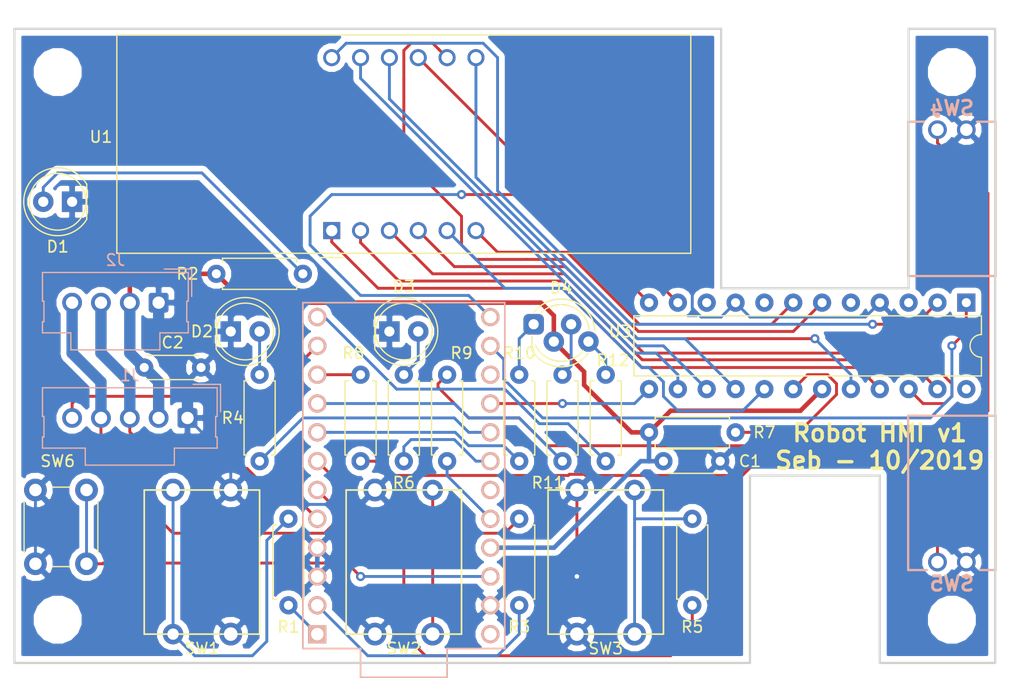
<source format=kicad_pcb>
(kicad_pcb (version 20171130) (host pcbnew 5.0.2-bee76a0~70~ubuntu18.04.1)

  (general
    (thickness 1.6)
    (drawings 13)
    (tracks 305)
    (zones 0)
    (modules 33)
    (nets 44)
  )

  (page A4)
  (layers
    (0 F.Cu signal)
    (31 B.Cu signal)
    (32 B.Adhes user)
    (33 F.Adhes user)
    (34 B.Paste user hide)
    (35 F.Paste user hide)
    (36 B.SilkS user)
    (37 F.SilkS user)
    (38 B.Mask user)
    (39 F.Mask user)
    (40 Dwgs.User user)
    (41 Cmts.User user)
    (42 Eco1.User user)
    (43 Eco2.User user)
    (44 Edge.Cuts user)
    (45 Margin user)
    (46 B.CrtYd user)
    (47 F.CrtYd user)
    (48 B.Fab user hide)
    (49 F.Fab user hide)
  )

  (setup
    (last_trace_width 0.254)
    (user_trace_width 0.4)
    (user_trace_width 1)
    (trace_clearance 0.254)
    (zone_clearance 0.508)
    (zone_45_only no)
    (trace_min 0.25)
    (segment_width 0.2)
    (edge_width 0.2)
    (via_size 0.8)
    (via_drill 0.4)
    (via_min_size 0.4)
    (via_min_drill 0.3)
    (uvia_size 0.3)
    (uvia_drill 0.1)
    (uvias_allowed no)
    (uvia_min_size 0.3)
    (uvia_min_drill 0.1)
    (pcb_text_width 0.3)
    (pcb_text_size 1.5 1.5)
    (mod_edge_width 0.15)
    (mod_text_size 1 1)
    (mod_text_width 0.15)
    (pad_size 1.524 1.524)
    (pad_drill 0.762)
    (pad_to_mask_clearance 0.051)
    (solder_mask_min_width 0.25)
    (aux_axis_origin 0 0)
    (visible_elements FFFFFF7F)
    (pcbplotparams
      (layerselection 0x010f0_ffffffff)
      (usegerberextensions false)
      (usegerberattributes true)
      (usegerberadvancedattributes false)
      (creategerberjobfile false)
      (excludeedgelayer true)
      (linewidth 0.150000)
      (plotframeref false)
      (viasonmask false)
      (mode 1)
      (useauxorigin false)
      (hpglpennumber 1)
      (hpglpenspeed 20)
      (hpglpendiameter 15.000000)
      (psnegative false)
      (psa4output false)
      (plotreference true)
      (plotvalue true)
      (plotinvisibletext false)
      (padsonsilk false)
      (subtractmaskfromsilk false)
      (outputformat 1)
      (mirror false)
      (drillshape 0)
      (scaleselection 1)
      (outputdirectory ""))
  )

  (net 0 "")
  (net 1 /SW1)
  (net 2 GND)
  (net 3 /SW2)
  (net 4 /SW3)
  (net 5 +5V)
  (net 6 "Net-(D1-Pad2)")
  (net 7 "Net-(D2-Pad2)")
  (net 8 "Net-(D3-Pad2)")
  (net 9 /SW4)
  (net 10 /SW_TIRETTE)
  (net 11 /I2C_IRQ)
  (net 12 /LED_YELLOW)
  (net 13 /LED_GREEN)
  (net 14 /LED_RGB_R)
  (net 15 /LED_RGB_G)
  (net 16 /LED_RGB_B)
  (net 17 "Net-(SW6-Pad1)")
  (net 18 "Net-(R1-Pad1)")
  (net 19 "Net-(R3-Pad1)")
  (net 20 "Net-(R5-Pad1)")
  (net 21 "Net-(R9-Pad1)")
  (net 22 /SEGE)
  (net 23 /SEGD)
  (net 24 /SEGDP)
  (net 25 /SEGC)
  (net 26 /SEGG)
  (net 27 /DIG3)
  (net 28 /SEGB)
  (net 29 /DIG2)
  (net 30 /DIG1)
  (net 31 /SEGF)
  (net 32 /SEGA)
  (net 33 /DIG0)
  (net 34 /SPI_SS)
  (net 35 /SPI_MOSI)
  (net 36 /SPI_CLK)
  (net 37 /I2C_SDA)
  (net 38 /I2C_SCL)
  (net 39 "Net-(R7-Pad1)")
  (net 40 "Net-(D4-Pad4)")
  (net 41 "Net-(D4-Pad3)")
  (net 42 "Net-(D4-Pad1)")
  (net 43 "Net-(R8-Pad1)")

  (net_class Default "This is the default net class."
    (clearance 0.254)
    (trace_width 0.254)
    (via_dia 0.8)
    (via_drill 0.4)
    (uvia_dia 0.3)
    (uvia_drill 0.1)
    (diff_pair_gap 0.25)
    (diff_pair_width 0.25)
    (add_net +5V)
    (add_net /DIG0)
    (add_net /DIG1)
    (add_net /DIG2)
    (add_net /DIG3)
    (add_net /I2C_IRQ)
    (add_net /I2C_SCL)
    (add_net /I2C_SDA)
    (add_net /LED_GREEN)
    (add_net /LED_RGB_B)
    (add_net /LED_RGB_G)
    (add_net /LED_RGB_R)
    (add_net /LED_YELLOW)
    (add_net /SEGA)
    (add_net /SEGB)
    (add_net /SEGC)
    (add_net /SEGD)
    (add_net /SEGDP)
    (add_net /SEGE)
    (add_net /SEGF)
    (add_net /SEGG)
    (add_net /SPI_CLK)
    (add_net /SPI_MOSI)
    (add_net /SPI_SS)
    (add_net /SW1)
    (add_net /SW2)
    (add_net /SW3)
    (add_net /SW4)
    (add_net /SW_TIRETTE)
    (add_net GND)
    (add_net "Net-(D1-Pad2)")
    (add_net "Net-(D2-Pad2)")
    (add_net "Net-(D3-Pad2)")
    (add_net "Net-(D4-Pad1)")
    (add_net "Net-(D4-Pad3)")
    (add_net "Net-(D4-Pad4)")
    (add_net "Net-(R1-Pad1)")
    (add_net "Net-(R3-Pad1)")
    (add_net "Net-(R5-Pad1)")
    (add_net "Net-(R7-Pad1)")
    (add_net "Net-(R8-Pad1)")
    (add_net "Net-(R9-Pad1)")
    (add_net "Net-(SW6-Pad1)")
  )

  (module Display_7Segment:CA56-12SRWA (layer F.Cu) (tedit 5A02FE84) (tstamp 5DC19A04)
    (at 76.2 68.58 90)
    (descr "4 digit 7 segment green LED, http://www.kingbrightusa.com/images/catalog/SPEC/CA56-12SRWA.pdf")
    (tags "4 digit 7 segment green LED")
    (path /5CF564CA)
    (fp_text reference U1 (at 8.255 -20.32 180) (layer F.SilkS)
      (effects (font (size 1 1) (thickness 0.15)))
    )
    (fp_text value CC56-12SRWA (at 3.2 32.8 90) (layer F.Fab)
      (effects (font (size 1 1) (thickness 0.15)))
    )
    (fp_text user %R (at 8.128 6.604 90) (layer F.Fab)
      (effects (font (size 1 1) (thickness 0.15)))
    )
    (fp_line (start -1.88 1) (end -1.88 31.5) (layer F.Fab) (width 0.1))
    (fp_line (start -1.88 31.5) (end 17.12 31.5) (layer F.Fab) (width 0.1))
    (fp_line (start 17.12 -18.8) (end 17.12 31.5) (layer F.Fab) (width 0.1))
    (fp_line (start -1.88 -18.8) (end 17.12 -18.8) (layer F.Fab) (width 0.1))
    (fp_line (start -2.38 -1) (end -2.38 1) (layer F.SilkS) (width 0.12))
    (fp_line (start -2.13 31.75) (end -2.13 -19.05) (layer F.CrtYd) (width 0.05))
    (fp_line (start 17.37 31.75) (end -2.13 31.75) (layer F.CrtYd) (width 0.05))
    (fp_line (start 17.37 -19.05) (end 17.37 31.75) (layer F.CrtYd) (width 0.05))
    (fp_line (start -2.13 -19.05) (end 17.37 -19.05) (layer F.CrtYd) (width 0.05))
    (fp_line (start -1.88 -1) (end -1.88 -18.8) (layer F.Fab) (width 0.1))
    (fp_line (start -0.88 0) (end -1.88 -1) (layer F.Fab) (width 0.1))
    (fp_line (start -1.88 1) (end -0.88 0) (layer F.Fab) (width 0.1))
    (fp_line (start 17.24 31.62) (end 17.24 -18.92) (layer F.SilkS) (width 0.12))
    (fp_line (start -2 31.62) (end 17.24 31.62) (layer F.SilkS) (width 0.12))
    (fp_line (start -2 -18.92) (end -2 31.62) (layer F.SilkS) (width 0.12))
    (fp_line (start -2 -18.92) (end 17.24 -18.92) (layer F.SilkS) (width 0.12))
    (pad 12 thru_hole circle (at 15.24 0 90) (size 1.5 1.5) (drill 1) (layers *.Cu *.Mask)
      (net 33 /DIG0))
    (pad 11 thru_hole circle (at 15.24 2.54 90) (size 1.5 1.5) (drill 1) (layers *.Cu *.Mask)
      (net 32 /SEGA))
    (pad 10 thru_hole circle (at 15.24 5.08 90) (size 1.5 1.5) (drill 1) (layers *.Cu *.Mask)
      (net 31 /SEGF))
    (pad 9 thru_hole circle (at 15.24 7.62 90) (size 1.5 1.5) (drill 1) (layers *.Cu *.Mask)
      (net 30 /DIG1))
    (pad 8 thru_hole circle (at 15.24 10.16 90) (size 1.5 1.5) (drill 1) (layers *.Cu *.Mask)
      (net 29 /DIG2))
    (pad 7 thru_hole circle (at 15.24 12.7 90) (size 1.5 1.5) (drill 1) (layers *.Cu *.Mask)
      (net 28 /SEGB))
    (pad 6 thru_hole circle (at 0 12.7 90) (size 1.5 1.5) (drill 1) (layers *.Cu *.Mask)
      (net 27 /DIG3))
    (pad 5 thru_hole circle (at 0 10.16 90) (size 1.5 1.5) (drill 1) (layers *.Cu *.Mask)
      (net 26 /SEGG))
    (pad 4 thru_hole circle (at 0 7.62 90) (size 1.5 1.5) (drill 1) (layers *.Cu *.Mask)
      (net 25 /SEGC))
    (pad 3 thru_hole circle (at 0 5.08 90) (size 1.5 1.5) (drill 1) (layers *.Cu *.Mask)
      (net 24 /SEGDP))
    (pad 2 thru_hole circle (at 0 2.54 90) (size 1.5 1.5) (drill 1) (layers *.Cu *.Mask)
      (net 23 /SEGD))
    (pad 1 thru_hole rect (at 0 0 90) (size 1.5 1.5) (drill 1) (layers *.Cu *.Mask)
      (net 22 /SEGE))
    (model ${KISYS3DMOD}/Display_7Segment.3dshapes/CA56-12SRWA.wrl
      (at (xyz 0 0 0))
      (scale (xyz 1 1 1))
      (rotate (xyz 0 0 0))
    )
  )

  (module Package_DIP:DIP-24_W7.62mm (layer F.Cu) (tedit 5A02E8C5) (tstamp 5DC19A5C)
    (at 132.08 74.93 270)
    (descr "24-lead though-hole mounted DIP package, row spacing 7.62 mm (300 mils)")
    (tags "THT DIP DIL PDIP 2.54mm 7.62mm 300mil")
    (path /5DB51B61)
    (fp_text reference U3 (at 2.54 30.48) (layer F.SilkS)
      (effects (font (size 1 1) (thickness 0.15)))
    )
    (fp_text value MAX7219 (at 3.81 30.27 270) (layer F.Fab)
      (effects (font (size 1 1) (thickness 0.15)))
    )
    (fp_text user %R (at 3.81 13.97 270) (layer F.Fab)
      (effects (font (size 1 1) (thickness 0.15)))
    )
    (fp_line (start 8.7 -1.55) (end -1.1 -1.55) (layer F.CrtYd) (width 0.05))
    (fp_line (start 8.7 29.5) (end 8.7 -1.55) (layer F.CrtYd) (width 0.05))
    (fp_line (start -1.1 29.5) (end 8.7 29.5) (layer F.CrtYd) (width 0.05))
    (fp_line (start -1.1 -1.55) (end -1.1 29.5) (layer F.CrtYd) (width 0.05))
    (fp_line (start 6.46 -1.33) (end 4.81 -1.33) (layer F.SilkS) (width 0.12))
    (fp_line (start 6.46 29.27) (end 6.46 -1.33) (layer F.SilkS) (width 0.12))
    (fp_line (start 1.16 29.27) (end 6.46 29.27) (layer F.SilkS) (width 0.12))
    (fp_line (start 1.16 -1.33) (end 1.16 29.27) (layer F.SilkS) (width 0.12))
    (fp_line (start 2.81 -1.33) (end 1.16 -1.33) (layer F.SilkS) (width 0.12))
    (fp_line (start 0.635 -0.27) (end 1.635 -1.27) (layer F.Fab) (width 0.1))
    (fp_line (start 0.635 29.21) (end 0.635 -0.27) (layer F.Fab) (width 0.1))
    (fp_line (start 6.985 29.21) (end 0.635 29.21) (layer F.Fab) (width 0.1))
    (fp_line (start 6.985 -1.27) (end 6.985 29.21) (layer F.Fab) (width 0.1))
    (fp_line (start 1.635 -1.27) (end 6.985 -1.27) (layer F.Fab) (width 0.1))
    (fp_arc (start 3.81 -1.33) (end 2.81 -1.33) (angle -180) (layer F.SilkS) (width 0.12))
    (pad 24 thru_hole oval (at 7.62 0 270) (size 1.6 1.6) (drill 0.8) (layers *.Cu *.Mask))
    (pad 12 thru_hole oval (at 0 27.94 270) (size 1.6 1.6) (drill 0.8) (layers *.Cu *.Mask)
      (net 34 /SPI_SS))
    (pad 23 thru_hole oval (at 7.62 2.54 270) (size 1.6 1.6) (drill 0.8) (layers *.Cu *.Mask)
      (net 23 /SEGD))
    (pad 11 thru_hole oval (at 0 25.4 270) (size 1.6 1.6) (drill 0.8) (layers *.Cu *.Mask)
      (net 30 /DIG1))
    (pad 22 thru_hole oval (at 7.62 5.08 270) (size 1.6 1.6) (drill 0.8) (layers *.Cu *.Mask)
      (net 24 /SEGDP))
    (pad 10 thru_hole oval (at 0 22.86 270) (size 1.6 1.6) (drill 0.8) (layers *.Cu *.Mask))
    (pad 21 thru_hole oval (at 7.62 7.62 270) (size 1.6 1.6) (drill 0.8) (layers *.Cu *.Mask)
      (net 22 /SEGE))
    (pad 9 thru_hole oval (at 0 20.32 270) (size 1.6 1.6) (drill 0.8) (layers *.Cu *.Mask)
      (net 2 GND))
    (pad 20 thru_hole oval (at 7.62 10.16 270) (size 1.6 1.6) (drill 0.8) (layers *.Cu *.Mask)
      (net 25 /SEGC))
    (pad 8 thru_hole oval (at 0 17.78 270) (size 1.6 1.6) (drill 0.8) (layers *.Cu *.Mask))
    (pad 19 thru_hole oval (at 7.62 12.7 270) (size 1.6 1.6) (drill 0.8) (layers *.Cu *.Mask)
      (net 5 +5V))
    (pad 7 thru_hole oval (at 0 15.24 270) (size 1.6 1.6) (drill 0.8) (layers *.Cu *.Mask)
      (net 27 /DIG3))
    (pad 18 thru_hole oval (at 7.62 15.24 270) (size 1.6 1.6) (drill 0.8) (layers *.Cu *.Mask)
      (net 39 "Net-(R7-Pad1)"))
    (pad 6 thru_hole oval (at 0 12.7 270) (size 1.6 1.6) (drill 0.8) (layers *.Cu *.Mask)
      (net 29 /DIG2))
    (pad 17 thru_hole oval (at 7.62 17.78 270) (size 1.6 1.6) (drill 0.8) (layers *.Cu *.Mask)
      (net 26 /SEGG))
    (pad 5 thru_hole oval (at 0 10.16 270) (size 1.6 1.6) (drill 0.8) (layers *.Cu *.Mask))
    (pad 16 thru_hole oval (at 7.62 20.32 270) (size 1.6 1.6) (drill 0.8) (layers *.Cu *.Mask)
      (net 28 /SEGB))
    (pad 4 thru_hole oval (at 0 7.62 270) (size 1.6 1.6) (drill 0.8) (layers *.Cu *.Mask)
      (net 2 GND))
    (pad 15 thru_hole oval (at 7.62 22.86 270) (size 1.6 1.6) (drill 0.8) (layers *.Cu *.Mask)
      (net 31 /SEGF))
    (pad 3 thru_hole oval (at 0 5.08 270) (size 1.6 1.6) (drill 0.8) (layers *.Cu *.Mask))
    (pad 14 thru_hole oval (at 7.62 25.4 270) (size 1.6 1.6) (drill 0.8) (layers *.Cu *.Mask)
      (net 32 /SEGA))
    (pad 2 thru_hole oval (at 0 2.54 270) (size 1.6 1.6) (drill 0.8) (layers *.Cu *.Mask)
      (net 33 /DIG0))
    (pad 13 thru_hole oval (at 7.62 27.94 270) (size 1.6 1.6) (drill 0.8) (layers *.Cu *.Mask)
      (net 36 /SPI_CLK))
    (pad 1 thru_hole rect (at 0 0 270) (size 1.6 1.6) (drill 0.8) (layers *.Cu *.Mask)
      (net 35 /SPI_MOSI))
    (model ${KISYS3DMOD}/Package_DIP.3dshapes/DIP-24_W7.62mm.wrl
      (at (xyz 0 0 0))
      (scale (xyz 1 1 1))
      (rotate (xyz 0 0 0))
    )
  )

  (module Connector_Molex:Molex_SL_70553-0001_1x02_P2.54mm_Horizontal (layer B.Cu) (tedit 5DB48F18) (tstamp 5DC199BD)
    (at 132.08 97.79)
    (descr Molex_SL_70553-0001_1x02_P2.54mm_Horizontal)
    (tags "connector Molex SL horizontal")
    (path /5D4F0CBF)
    (fp_text reference SW5 (at -1.27 1.905) (layer B.SilkS)
      (effects (font (size 1.27 1.27) (thickness 0.254)) (justify mirror))
    )
    (fp_text value Conn_Tirette_interne (at -1.27 -13.895) (layer B.SilkS) hide
      (effects (font (size 1.27 1.27) (thickness 0.254)) (justify mirror))
    )
    (fp_circle (center 0 1.28) (end 0 1.155) (layer B.SilkS) (width 0.25))
    (fp_circle (center -2.54 0) (end -2.54 -0.825) (layer B.Fab) (width 0.1))
    (fp_line (start -0.5 0) (end 0.5 0) (layer B.CrtYd) (width 0.05))
    (fp_line (start 0 -0.5) (end 0 0.5) (layer B.CrtYd) (width 0.05))
    (fp_line (start -5.37 1.118) (end -5.37 -13.183) (layer B.CrtYd) (width 0.05))
    (fp_line (start 2.83 1.118) (end -5.37 1.118) (layer B.CrtYd) (width 0.05))
    (fp_line (start 2.83 -13.183) (end 2.83 1.118) (layer B.CrtYd) (width 0.05))
    (fp_line (start -5.37 -13.183) (end 2.83 -13.183) (layer B.CrtYd) (width 0.05))
    (fp_line (start 2.58 -12.895) (end 2.58 0.705) (layer B.SilkS) (width 0.2))
    (fp_line (start -5.12 -12.895) (end -5.12 0.705) (layer B.SilkS) (width 0.2))
    (fp_line (start -5.12 -12.895) (end 2.58 -12.895) (layer B.SilkS) (width 0.2))
    (fp_line (start 1.175 0.705) (end 2.58 0.705) (layer B.SilkS) (width 0.2))
    (fp_line (start -5.12 0.705) (end -3.48 0.705) (layer B.SilkS) (width 0.2))
    (fp_line (start 0.825 0.7) (end 0 0.225) (layer B.Fab) (width 0.1))
    (fp_line (start -0.825 0.7) (end 0 0.225) (layer B.Fab) (width 0.1))
    (fp_line (start 0.825 -0.825) (end -0.825 -0.825) (layer B.Fab) (width 0.1))
    (fp_line (start 0.825 0.825) (end 0.825 -0.825) (layer B.Fab) (width 0.1))
    (fp_line (start -0.825 0.825) (end 0.825 0.825) (layer B.Fab) (width 0.1))
    (fp_line (start -0.825 -0.825) (end -0.825 0.825) (layer B.Fab) (width 0.1))
    (fp_line (start -5.08 0.7) (end -5.08 -12.89) (layer B.Fab) (width 0.1))
    (fp_line (start 2.54 0.7) (end -5.08 0.7) (layer B.Fab) (width 0.1))
    (fp_line (start 2.54 -12.89) (end 2.54 0.7) (layer B.Fab) (width 0.1))
    (fp_line (start -5.08 -12.89) (end 2.54 -12.89) (layer B.Fab) (width 0.1))
    (fp_line (start -5.08 0.7) (end -5.08 -12.89) (layer B.CrtYd) (width 0.001))
    (fp_line (start 2.54 0.7) (end -5.08 0.7) (layer B.CrtYd) (width 0.001))
    (fp_line (start 2.54 -12.89) (end 2.54 0.7) (layer B.CrtYd) (width 0.001))
    (fp_line (start -5.08 -12.89) (end 2.54 -12.89) (layer B.CrtYd) (width 0.001))
    (fp_text user %R (at -1.27 -6.604) (layer B.Fab)
      (effects (font (size 1.27 1.27) (thickness 0.254)) (justify mirror))
    )
    (pad 2 thru_hole circle (at -2.54 0) (size 1.65 1.65) (drill 1.1) (layers *.Cu *.Mask)
      (net 43 "Net-(R8-Pad1)"))
    (pad 1 thru_hole circle (at 0 0) (size 1.65 1.65) (drill 1.1) (layers *.Cu *.Mask)
      (net 2 GND))
    (model ${KISYS3DMOD}/Connector_Molex.3dshapes/Molex_SL_70553-0001_1x02_P2.54mm_Horizontal.wrl
      (at (xyz 0 0 0))
      (scale (xyz 1 1 1))
      (rotate (xyz 0 0 0))
    )
  )

  (module promicro:ProMicro (layer B.Cu) (tedit 5DB4AAE1) (tstamp 5DC1E161)
    (at 74.93 104.14 90)
    (descr "Pro Micro footprint")
    (tags "promicro ProMicro")
    (path /5D4EE868)
    (fp_text reference U2 (at 13.97 17.78 90) (layer B.SilkS) hide
      (effects (font (size 1 1) (thickness 0.15)) (justify mirror))
    )
    (fp_text value ProMicro (at 8.89 -2.54 90) (layer B.Fab)
      (effects (font (size 1 1) (thickness 0.15)) (justify mirror))
    )
    (fp_line (start 29.21 16.51) (end 29.21 -1.27) (layer B.SilkS) (width 0.15))
    (fp_line (start -1.27 16.51) (end 29.21 16.51) (layer B.SilkS) (width 0.15))
    (fp_line (start -1.27 11.43) (end -1.27 16.51) (layer B.SilkS) (width 0.15))
    (fp_line (start -3.81 11.43) (end -1.27 11.43) (layer B.SilkS) (width 0.15))
    (fp_line (start -3.81 3.81) (end -3.81 11.43) (layer B.SilkS) (width 0.15))
    (fp_line (start -1.27 3.81) (end -3.81 3.81) (layer B.SilkS) (width 0.15))
    (fp_line (start -1.27 -1.27) (end -1.27 3.81) (layer B.SilkS) (width 0.15))
    (fp_line (start -1.27 -1.27) (end 29.21 -1.27) (layer B.SilkS) (width 0.15))
    (pad 24 thru_hole circle (at 0 15.24 90) (size 1.6 1.6) (drill 1.1) (layers *.Cu *.Mask B.SilkS))
    (pad 23 thru_hole circle (at 2.54 15.24 90) (size 1.6 1.6) (drill 1.1) (layers *.Cu *.Mask B.SilkS)
      (net 2 GND))
    (pad 22 thru_hole circle (at 5.08 15.24 90) (size 1.6 1.6) (drill 1.1) (layers *.Cu *.Mask B.SilkS)
      (net 17 "Net-(SW6-Pad1)"))
    (pad 21 thru_hole circle (at 7.62 15.24 90) (size 1.6 1.6) (drill 1.1) (layers *.Cu *.Mask B.SilkS)
      (net 5 +5V))
    (pad 20 thru_hole circle (at 10.16 15.24 90) (size 1.6 1.6) (drill 1.1) (layers *.Cu *.Mask B.SilkS)
      (net 9 /SW4))
    (pad 19 thru_hole circle (at 12.7 15.24 90) (size 1.6 1.6) (drill 1.1) (layers *.Cu *.Mask B.SilkS))
    (pad 18 thru_hole circle (at 15.24 15.24 90) (size 1.6 1.6) (drill 1.1) (layers *.Cu *.Mask B.SilkS)
      (net 13 /LED_GREEN))
    (pad 17 thru_hole circle (at 17.78 15.24 90) (size 1.6 1.6) (drill 1.1) (layers *.Cu *.Mask B.SilkS)
      (net 12 /LED_YELLOW))
    (pad 16 thru_hole circle (at 20.32 15.24 90) (size 1.6 1.6) (drill 1.1) (layers *.Cu *.Mask B.SilkS)
      (net 36 /SPI_CLK))
    (pad 15 thru_hole circle (at 22.86 15.24 90) (size 1.6 1.6) (drill 1.1) (layers *.Cu *.Mask B.SilkS))
    (pad 14 thru_hole circle (at 25.4 15.24 90) (size 1.6 1.6) (drill 1.1) (layers *.Cu *.Mask B.SilkS)
      (net 35 /SPI_MOSI))
    (pad 13 thru_hole circle (at 27.94 15.24 90) (size 1.6 1.6) (drill 1.1) (layers *.Cu *.Mask B.SilkS)
      (net 34 /SPI_SS))
    (pad 12 thru_hole circle (at 27.94 0 90) (size 1.6 1.6) (drill 1.1) (layers *.Cu *.Mask B.SilkS)
      (net 16 /LED_RGB_B))
    (pad 11 thru_hole circle (at 25.4 0 90) (size 1.6 1.6) (drill 1.1) (layers *.Cu *.Mask B.SilkS)
      (net 11 /I2C_IRQ))
    (pad 10 thru_hole circle (at 22.86 0 90) (size 1.6 1.6) (drill 1.1) (layers *.Cu *.Mask B.SilkS)
      (net 10 /SW_TIRETTE))
    (pad 9 thru_hole circle (at 20.32 0 90) (size 1.6 1.6) (drill 1.1) (layers *.Cu *.Mask B.SilkS)
      (net 15 /LED_RGB_G))
    (pad 8 thru_hole circle (at 17.78 0 90) (size 1.6 1.6) (drill 1.1) (layers *.Cu *.Mask B.SilkS)
      (net 14 /LED_RGB_R))
    (pad 7 thru_hole circle (at 15.24 0 90) (size 1.6 1.6) (drill 1.1) (layers *.Cu *.Mask B.SilkS)
      (net 4 /SW3))
    (pad 6 thru_hole circle (at 12.7 0 90) (size 1.6 1.6) (drill 1.1) (layers *.Cu *.Mask B.SilkS)
      (net 38 /I2C_SCL))
    (pad 5 thru_hole circle (at 10.16 0 90) (size 1.6 1.6) (drill 1.1) (layers *.Cu *.Mask B.SilkS)
      (net 37 /I2C_SDA))
    (pad 4 thru_hole circle (at 7.62 0 90) (size 1.6 1.6) (drill 1.1) (layers *.Cu *.Mask B.SilkS)
      (net 2 GND))
    (pad 3 thru_hole circle (at 5.08 0 90) (size 1.6 1.6) (drill 1.1) (layers *.Cu *.Mask B.SilkS)
      (net 2 GND))
    (pad 2 thru_hole circle (at 2.54 0 90) (size 1.6 1.6) (drill 1.1) (layers *.Cu *.Mask B.SilkS)
      (net 3 /SW2))
    (pad 1 thru_hole rect (at 0 0 90) (size 1.6 1.6) (drill 1.1) (layers *.Cu *.Mask B.SilkS)
      (net 1 /SW1))
    (model ${KISYS3DMOD}/promicro.3dshapes/Arduino_Pro_Micro.step
      (offset (xyz 15 7.5 -32.5))
      (scale (xyz 1 1 1))
      (rotate (xyz 0 0 0))
    )
  )

  (module LED_THT:LED_D5.0mm (layer F.Cu) (tedit 5995936A) (tstamp 5DC1974D)
    (at 53.34 66.04 180)
    (descr "LED, diameter 5.0mm, 2 pins, http://cdn-reichelt.de/documents/datenblatt/A500/LL-504BC2E-009.pdf")
    (tags "LED diameter 5.0mm 2 pins")
    (path /5D4F17F2)
    (fp_text reference D1 (at 1.27 -3.96 180) (layer F.SilkS)
      (effects (font (size 1 1) (thickness 0.15)))
    )
    (fp_text value LED_POWER_5V_RED (at 1.27 3.96 180) (layer F.Fab)
      (effects (font (size 1 1) (thickness 0.15)))
    )
    (fp_text user %R (at 1.25 0 180) (layer F.Fab)
      (effects (font (size 0.8 0.8) (thickness 0.2)))
    )
    (fp_line (start 4.5 -3.25) (end -1.95 -3.25) (layer F.CrtYd) (width 0.05))
    (fp_line (start 4.5 3.25) (end 4.5 -3.25) (layer F.CrtYd) (width 0.05))
    (fp_line (start -1.95 3.25) (end 4.5 3.25) (layer F.CrtYd) (width 0.05))
    (fp_line (start -1.95 -3.25) (end -1.95 3.25) (layer F.CrtYd) (width 0.05))
    (fp_line (start -1.29 -1.545) (end -1.29 1.545) (layer F.SilkS) (width 0.12))
    (fp_line (start -1.23 -1.469694) (end -1.23 1.469694) (layer F.Fab) (width 0.1))
    (fp_circle (center 1.27 0) (end 3.77 0) (layer F.SilkS) (width 0.12))
    (fp_circle (center 1.27 0) (end 3.77 0) (layer F.Fab) (width 0.1))
    (fp_arc (start 1.27 0) (end -1.29 1.54483) (angle -148.9) (layer F.SilkS) (width 0.12))
    (fp_arc (start 1.27 0) (end -1.29 -1.54483) (angle 148.9) (layer F.SilkS) (width 0.12))
    (fp_arc (start 1.27 0) (end -1.23 -1.469694) (angle 299.1) (layer F.Fab) (width 0.1))
    (pad 2 thru_hole circle (at 2.54 0 180) (size 1.8 1.8) (drill 0.9) (layers *.Cu *.Mask)
      (net 6 "Net-(D1-Pad2)"))
    (pad 1 thru_hole rect (at 0 0 180) (size 1.8 1.8) (drill 0.9) (layers *.Cu *.Mask)
      (net 2 GND))
    (model ${KISYS3DMOD}/LED_THT.3dshapes/LED_D5.0mm.wrl
      (at (xyz 0 0 0))
      (scale (xyz 1 1 1))
      (rotate (xyz 0 0 0))
    )
  )

  (module LED_THT:LED_D5.0mm (layer F.Cu) (tedit 5995936A) (tstamp 5DC1975F)
    (at 67.31 77.47)
    (descr "LED, diameter 5.0mm, 2 pins, http://cdn-reichelt.de/documents/datenblatt/A500/LL-504BC2E-009.pdf")
    (tags "LED diameter 5.0mm 2 pins")
    (path /5D4F8DC5)
    (fp_text reference D2 (at -2.54 0) (layer F.SilkS)
      (effects (font (size 1 1) (thickness 0.15)))
    )
    (fp_text value LED_YELLOW (at 1.27 3.96) (layer F.Fab)
      (effects (font (size 1 1) (thickness 0.15)))
    )
    (fp_text user %R (at 1.25 0) (layer F.Fab)
      (effects (font (size 0.8 0.8) (thickness 0.2)))
    )
    (fp_line (start 4.5 -3.25) (end -1.95 -3.25) (layer F.CrtYd) (width 0.05))
    (fp_line (start 4.5 3.25) (end 4.5 -3.25) (layer F.CrtYd) (width 0.05))
    (fp_line (start -1.95 3.25) (end 4.5 3.25) (layer F.CrtYd) (width 0.05))
    (fp_line (start -1.95 -3.25) (end -1.95 3.25) (layer F.CrtYd) (width 0.05))
    (fp_line (start -1.29 -1.545) (end -1.29 1.545) (layer F.SilkS) (width 0.12))
    (fp_line (start -1.23 -1.469694) (end -1.23 1.469694) (layer F.Fab) (width 0.1))
    (fp_circle (center 1.27 0) (end 3.77 0) (layer F.SilkS) (width 0.12))
    (fp_circle (center 1.27 0) (end 3.77 0) (layer F.Fab) (width 0.1))
    (fp_arc (start 1.27 0) (end -1.29 1.54483) (angle -148.9) (layer F.SilkS) (width 0.12))
    (fp_arc (start 1.27 0) (end -1.29 -1.54483) (angle 148.9) (layer F.SilkS) (width 0.12))
    (fp_arc (start 1.27 0) (end -1.23 -1.469694) (angle 299.1) (layer F.Fab) (width 0.1))
    (pad 2 thru_hole circle (at 2.54 0) (size 1.8 1.8) (drill 0.9) (layers *.Cu *.Mask)
      (net 7 "Net-(D2-Pad2)"))
    (pad 1 thru_hole rect (at 0 0) (size 1.8 1.8) (drill 0.9) (layers *.Cu *.Mask)
      (net 2 GND))
    (model ${KISYS3DMOD}/LED_THT.3dshapes/LED_D5.0mm.wrl
      (at (xyz 0 0 0))
      (scale (xyz 1 1 1))
      (rotate (xyz 0 0 0))
    )
  )

  (module LED_THT:LED_D5.0mm (layer F.Cu) (tedit 5995936A) (tstamp 5DC19771)
    (at 81.28 77.47)
    (descr "LED, diameter 5.0mm, 2 pins, http://cdn-reichelt.de/documents/datenblatt/A500/LL-504BC2E-009.pdf")
    (tags "LED diameter 5.0mm 2 pins")
    (path /5D4F9063)
    (fp_text reference D3 (at 1.27 -3.96) (layer F.SilkS)
      (effects (font (size 1 1) (thickness 0.15)))
    )
    (fp_text value LED_GREEN (at 1.27 3.96) (layer F.Fab)
      (effects (font (size 1 1) (thickness 0.15)))
    )
    (fp_text user %R (at 1.25 0) (layer F.Fab)
      (effects (font (size 0.8 0.8) (thickness 0.2)))
    )
    (fp_line (start 4.5 -3.25) (end -1.95 -3.25) (layer F.CrtYd) (width 0.05))
    (fp_line (start 4.5 3.25) (end 4.5 -3.25) (layer F.CrtYd) (width 0.05))
    (fp_line (start -1.95 3.25) (end 4.5 3.25) (layer F.CrtYd) (width 0.05))
    (fp_line (start -1.95 -3.25) (end -1.95 3.25) (layer F.CrtYd) (width 0.05))
    (fp_line (start -1.29 -1.545) (end -1.29 1.545) (layer F.SilkS) (width 0.12))
    (fp_line (start -1.23 -1.469694) (end -1.23 1.469694) (layer F.Fab) (width 0.1))
    (fp_circle (center 1.27 0) (end 3.77 0) (layer F.SilkS) (width 0.12))
    (fp_circle (center 1.27 0) (end 3.77 0) (layer F.Fab) (width 0.1))
    (fp_arc (start 1.27 0) (end -1.29 1.54483) (angle -148.9) (layer F.SilkS) (width 0.12))
    (fp_arc (start 1.27 0) (end -1.29 -1.54483) (angle 148.9) (layer F.SilkS) (width 0.12))
    (fp_arc (start 1.27 0) (end -1.23 -1.469694) (angle 299.1) (layer F.Fab) (width 0.1))
    (pad 2 thru_hole circle (at 2.54 0) (size 1.8 1.8) (drill 0.9) (layers *.Cu *.Mask)
      (net 8 "Net-(D3-Pad2)"))
    (pad 1 thru_hole rect (at 0 0) (size 1.8 1.8) (drill 0.9) (layers *.Cu *.Mask)
      (net 2 GND))
    (model ${KISYS3DMOD}/LED_THT.3dshapes/LED_D5.0mm.wrl
      (at (xyz 0 0 0))
      (scale (xyz 1 1 1))
      (rotate (xyz 0 0 0))
    )
  )

  (module Connector_Molex:Molex_SL_171971-0005_1x05_P2.54mm_Vertical (layer B.Cu) (tedit 5DB48BA5) (tstamp 5DC197CA)
    (at 63.5 85.09 180)
    (descr "Molex Stackable Linear Connector, 171971-0005 (compatible alternatives: 171971-0105, 171971-0205), 5 Pins per row (https://www.molex.com/pdm_docs/sd/1719710002_sd.pdf), generated with kicad-footprint-generator")
    (tags "connector Molex SL vertical")
    (path /5D4F118B)
    (fp_text reference J1 (at 5.08 3.75 180) (layer B.SilkS)
      (effects (font (size 1 1) (thickness 0.15)) (justify mirror))
    )
    (fp_text value Conn_I2C_in (at 5.08 -5.25 180) (layer B.Fab)
      (effects (font (size 1 1) (thickness 0.15)) (justify mirror))
    )
    (fp_text user %R (at 5.08 -1.85 180) (layer B.Fab)
      (effects (font (size 1 1) (thickness 0.15)) (justify mirror))
    )
    (fp_line (start 13.16 3.05) (end -3 3.05) (layer B.CrtYd) (width 0.05))
    (fp_line (start 13.16 -4.55) (end 13.16 3.05) (layer B.CrtYd) (width 0.05))
    (fp_line (start -3 -4.55) (end 13.16 -4.55) (layer B.CrtYd) (width 0.05))
    (fp_line (start -3 3.05) (end -3 -4.55) (layer B.CrtYd) (width 0.05))
    (fp_line (start 0 1.842893) (end -0.5 2.55) (layer B.Fab) (width 0.1))
    (fp_line (start 0.5 2.55) (end 0 1.842893) (layer B.Fab) (width 0.1))
    (fp_line (start -2.91 2.96) (end -0.5 2.96) (layer B.SilkS) (width 0.12))
    (fp_line (start -2.91 0.55) (end -2.91 2.96) (layer B.SilkS) (width 0.12))
    (fp_line (start 12.77 2.66) (end -2.61 2.66) (layer B.SilkS) (width 0.12))
    (fp_line (start 12.77 0.13) (end 12.77 2.66) (layer B.SilkS) (width 0.12))
    (fp_line (start 12.64 0.13) (end 12.77 0.13) (layer B.SilkS) (width 0.12))
    (fp_line (start 12.64 -1.68) (end 12.64 0.13) (layer B.SilkS) (width 0.12))
    (fp_line (start 12.77 -1.68) (end 12.64 -1.68) (layer B.SilkS) (width 0.12))
    (fp_line (start 12.77 -2.66) (end 12.77 -1.68) (layer B.SilkS) (width 0.12))
    (fp_line (start 9 -2.66) (end 12.77 -2.66) (layer B.SilkS) (width 0.12))
    (fp_line (start 9 -4.16) (end 9 -2.66) (layer B.SilkS) (width 0.12))
    (fp_line (start 1.16 -4.16) (end 9 -4.16) (layer B.SilkS) (width 0.12))
    (fp_line (start 1.16 -2.66) (end 1.16 -4.16) (layer B.SilkS) (width 0.12))
    (fp_line (start -2.61 -2.66) (end 1.16 -2.66) (layer B.SilkS) (width 0.12))
    (fp_line (start -2.61 -1.68) (end -2.61 -2.66) (layer B.SilkS) (width 0.12))
    (fp_line (start -2.48 -1.68) (end -2.61 -1.68) (layer B.SilkS) (width 0.12))
    (fp_line (start -2.48 0.13) (end -2.48 -1.68) (layer B.SilkS) (width 0.12))
    (fp_line (start -2.61 0.13) (end -2.48 0.13) (layer B.SilkS) (width 0.12))
    (fp_line (start -2.61 2.66) (end -2.61 0.13) (layer B.SilkS) (width 0.12))
    (fp_line (start 8.89 -4.05) (end 8.89 -2.55) (layer B.Fab) (width 0.1))
    (fp_line (start 1.27 -4.05) (end 8.89 -4.05) (layer B.Fab) (width 0.1))
    (fp_line (start 1.27 -2.55) (end 1.27 -4.05) (layer B.Fab) (width 0.1))
    (fp_line (start 12.66 2.55) (end -2.5 2.55) (layer B.Fab) (width 0.1))
    (fp_line (start 12.66 0.24) (end 12.66 2.55) (layer B.Fab) (width 0.1))
    (fp_line (start 12.53 0.24) (end 12.66 0.24) (layer B.Fab) (width 0.1))
    (fp_line (start 12.53 -1.79) (end 12.53 0.24) (layer B.Fab) (width 0.1))
    (fp_line (start 12.66 -1.79) (end 12.53 -1.79) (layer B.Fab) (width 0.1))
    (fp_line (start 12.66 -2.55) (end 12.66 -1.79) (layer B.Fab) (width 0.1))
    (fp_line (start -2.5 -2.55) (end 12.66 -2.55) (layer B.Fab) (width 0.1))
    (fp_line (start -2.5 -1.79) (end -2.5 -2.55) (layer B.Fab) (width 0.1))
    (fp_line (start -2.37 -1.79) (end -2.5 -1.79) (layer B.Fab) (width 0.1))
    (fp_line (start -2.37 0.24) (end -2.37 -1.79) (layer B.Fab) (width 0.1))
    (fp_line (start -2.5 0.24) (end -2.37 0.24) (layer B.Fab) (width 0.1))
    (fp_line (start -2.5 2.55) (end -2.5 0.24) (layer B.Fab) (width 0.1))
    (pad 5 thru_hole circle (at 10.16 0 180) (size 1.74 1.74) (drill 1.09) (layers *.Cu *.Mask)
      (net 11 /I2C_IRQ))
    (pad 4 thru_hole circle (at 7.62 0 180) (size 1.74 1.74) (drill 1.09) (layers *.Cu *.Mask)
      (net 38 /I2C_SCL))
    (pad 3 thru_hole circle (at 5.08 0 180) (size 1.74 1.74) (drill 1.09) (layers *.Cu *.Mask)
      (net 37 /I2C_SDA))
    (pad 2 thru_hole circle (at 2.54 0 180) (size 1.74 1.74) (drill 1.09) (layers *.Cu *.Mask)
      (net 5 +5V))
    (pad 1 thru_hole roundrect (at 0 0 180) (size 1.74 1.74) (drill 1.09) (layers *.Cu *.Mask) (roundrect_rratio 0.143678)
      (net 2 GND))
    (model ${KISYS3DMOD}/Connector_Molex.3dshapes/Molex_SL_70543-0004_1x05_P2.54mm_Vertical.step
      (offset (xyz 5.1 0 8))
      (scale (xyz 1 1 1))
      (rotate (xyz 0 0 180))
    )
  )

  (module Connector_Molex:Molex_SL_171971-0004_1x04_P2.54mm_Vertical (layer B.Cu) (tedit 5DB48A17) (tstamp 5DC197FA)
    (at 60.96 74.93 180)
    (descr "Molex Stackable Linear Connector, 171971-0004 (compatible alternatives: 171971-0104, 171971-0204), 4 Pins per row (https://www.molex.com/pdm_docs/sd/1719710002_sd.pdf), generated with kicad-footprint-generator")
    (tags "connector Molex SL vertical")
    (path /5D4F04B3)
    (fp_text reference J2 (at 3.81 3.75 180) (layer B.SilkS)
      (effects (font (size 1 1) (thickness 0.15)) (justify mirror))
    )
    (fp_text value Conn_I2C_out_1 (at 3.81 -5.25 180) (layer B.Fab)
      (effects (font (size 1 1) (thickness 0.15)) (justify mirror))
    )
    (fp_text user %R (at 3.81 -1.85 180) (layer B.Fab)
      (effects (font (size 1 1) (thickness 0.15)) (justify mirror))
    )
    (fp_line (start 10.62 3.05) (end -3 3.05) (layer B.CrtYd) (width 0.05))
    (fp_line (start 10.62 -4.55) (end 10.62 3.05) (layer B.CrtYd) (width 0.05))
    (fp_line (start -3 -4.55) (end 10.62 -4.55) (layer B.CrtYd) (width 0.05))
    (fp_line (start -3 3.05) (end -3 -4.55) (layer B.CrtYd) (width 0.05))
    (fp_line (start 0 1.842893) (end -0.5 2.55) (layer B.Fab) (width 0.1))
    (fp_line (start 0.5 2.55) (end 0 1.842893) (layer B.Fab) (width 0.1))
    (fp_line (start -2.91 2.96) (end -0.5 2.96) (layer B.SilkS) (width 0.12))
    (fp_line (start -2.91 0.55) (end -2.91 2.96) (layer B.SilkS) (width 0.12))
    (fp_line (start 10.23 2.66) (end -2.61 2.66) (layer B.SilkS) (width 0.12))
    (fp_line (start 10.23 0.13) (end 10.23 2.66) (layer B.SilkS) (width 0.12))
    (fp_line (start 10.1 0.13) (end 10.23 0.13) (layer B.SilkS) (width 0.12))
    (fp_line (start 10.1 -1.68) (end 10.1 0.13) (layer B.SilkS) (width 0.12))
    (fp_line (start 10.23 -1.68) (end 10.1 -1.68) (layer B.SilkS) (width 0.12))
    (fp_line (start 10.23 -2.66) (end 10.23 -1.68) (layer B.SilkS) (width 0.12))
    (fp_line (start 7.73 -2.66) (end 10.23 -2.66) (layer B.SilkS) (width 0.12))
    (fp_line (start 7.73 -4.16) (end 7.73 -2.66) (layer B.SilkS) (width 0.12))
    (fp_line (start -0.11 -4.16) (end 7.73 -4.16) (layer B.SilkS) (width 0.12))
    (fp_line (start -0.11 -2.66) (end -0.11 -4.16) (layer B.SilkS) (width 0.12))
    (fp_line (start -2.61 -2.66) (end -0.11 -2.66) (layer B.SilkS) (width 0.12))
    (fp_line (start -2.61 -1.68) (end -2.61 -2.66) (layer B.SilkS) (width 0.12))
    (fp_line (start -2.48 -1.68) (end -2.61 -1.68) (layer B.SilkS) (width 0.12))
    (fp_line (start -2.48 0.13) (end -2.48 -1.68) (layer B.SilkS) (width 0.12))
    (fp_line (start -2.61 0.13) (end -2.48 0.13) (layer B.SilkS) (width 0.12))
    (fp_line (start -2.61 2.66) (end -2.61 0.13) (layer B.SilkS) (width 0.12))
    (fp_line (start 7.62 -4.05) (end 7.62 -2.55) (layer B.Fab) (width 0.1))
    (fp_line (start 0 -4.05) (end 7.62 -4.05) (layer B.Fab) (width 0.1))
    (fp_line (start 0 -2.55) (end 0 -4.05) (layer B.Fab) (width 0.1))
    (fp_line (start 10.12 2.55) (end -2.5 2.55) (layer B.Fab) (width 0.1))
    (fp_line (start 10.12 0.24) (end 10.12 2.55) (layer B.Fab) (width 0.1))
    (fp_line (start 9.99 0.24) (end 10.12 0.24) (layer B.Fab) (width 0.1))
    (fp_line (start 9.99 -1.79) (end 9.99 0.24) (layer B.Fab) (width 0.1))
    (fp_line (start 10.12 -1.79) (end 9.99 -1.79) (layer B.Fab) (width 0.1))
    (fp_line (start 10.12 -2.55) (end 10.12 -1.79) (layer B.Fab) (width 0.1))
    (fp_line (start -2.5 -2.55) (end 10.12 -2.55) (layer B.Fab) (width 0.1))
    (fp_line (start -2.5 -1.79) (end -2.5 -2.55) (layer B.Fab) (width 0.1))
    (fp_line (start -2.37 -1.79) (end -2.5 -1.79) (layer B.Fab) (width 0.1))
    (fp_line (start -2.37 0.24) (end -2.37 -1.79) (layer B.Fab) (width 0.1))
    (fp_line (start -2.5 0.24) (end -2.37 0.24) (layer B.Fab) (width 0.1))
    (fp_line (start -2.5 2.55) (end -2.5 0.24) (layer B.Fab) (width 0.1))
    (pad 4 thru_hole circle (at 7.62 0 180) (size 1.74 1.74) (drill 1.09) (layers *.Cu *.Mask)
      (net 38 /I2C_SCL))
    (pad 3 thru_hole circle (at 5.08 0 180) (size 1.74 1.74) (drill 1.09) (layers *.Cu *.Mask)
      (net 37 /I2C_SDA))
    (pad 2 thru_hole circle (at 2.54 0 180) (size 1.74 1.74) (drill 1.09) (layers *.Cu *.Mask)
      (net 5 +5V))
    (pad 1 thru_hole roundrect (at 0 0 180) (size 1.74 1.74) (drill 1.09) (layers *.Cu *.Mask) (roundrect_rratio 0.143678)
      (net 2 GND))
    (model ${KISYS3DMOD}/Connector_Molex.3dshapes/Molex_SL_70543-0003_1x04_P2.54mm_Vertical.step
      (offset (xyz 3.8 0 8))
      (scale (xyz 1 1 1))
      (rotate (xyz 0 0 180))
    )
  )

  (module Resistor_THT:R_Axial_DIN0207_L6.3mm_D2.5mm_P7.62mm_Horizontal (layer F.Cu) (tedit 5AE5139B) (tstamp 5DC19841)
    (at 72.39 93.98 270)
    (descr "Resistor, Axial_DIN0207 series, Axial, Horizontal, pin pitch=7.62mm, 0.25W = 1/4W, length*diameter=6.3*2.5mm^2, http://cdn-reichelt.de/documents/datenblatt/B400/1_4W%23YAG.pdf")
    (tags "Resistor Axial_DIN0207 series Axial Horizontal pin pitch 7.62mm 0.25W = 1/4W length 6.3mm diameter 2.5mm")
    (path /5D4F3F8A)
    (fp_text reference R1 (at 9.525 0) (layer F.SilkS)
      (effects (font (size 1 1) (thickness 0.15)))
    )
    (fp_text value 220 (at 3.81 2.37 270) (layer F.Fab)
      (effects (font (size 1 1) (thickness 0.15)))
    )
    (fp_text user %R (at 3.81 0 270) (layer F.Fab)
      (effects (font (size 1 1) (thickness 0.15)))
    )
    (fp_line (start 8.67 -1.5) (end -1.05 -1.5) (layer F.CrtYd) (width 0.05))
    (fp_line (start 8.67 1.5) (end 8.67 -1.5) (layer F.CrtYd) (width 0.05))
    (fp_line (start -1.05 1.5) (end 8.67 1.5) (layer F.CrtYd) (width 0.05))
    (fp_line (start -1.05 -1.5) (end -1.05 1.5) (layer F.CrtYd) (width 0.05))
    (fp_line (start 7.08 1.37) (end 7.08 1.04) (layer F.SilkS) (width 0.12))
    (fp_line (start 0.54 1.37) (end 7.08 1.37) (layer F.SilkS) (width 0.12))
    (fp_line (start 0.54 1.04) (end 0.54 1.37) (layer F.SilkS) (width 0.12))
    (fp_line (start 7.08 -1.37) (end 7.08 -1.04) (layer F.SilkS) (width 0.12))
    (fp_line (start 0.54 -1.37) (end 7.08 -1.37) (layer F.SilkS) (width 0.12))
    (fp_line (start 0.54 -1.04) (end 0.54 -1.37) (layer F.SilkS) (width 0.12))
    (fp_line (start 7.62 0) (end 6.96 0) (layer F.Fab) (width 0.1))
    (fp_line (start 0 0) (end 0.66 0) (layer F.Fab) (width 0.1))
    (fp_line (start 6.96 -1.25) (end 0.66 -1.25) (layer F.Fab) (width 0.1))
    (fp_line (start 6.96 1.25) (end 6.96 -1.25) (layer F.Fab) (width 0.1))
    (fp_line (start 0.66 1.25) (end 6.96 1.25) (layer F.Fab) (width 0.1))
    (fp_line (start 0.66 -1.25) (end 0.66 1.25) (layer F.Fab) (width 0.1))
    (pad 2 thru_hole oval (at 7.62 0 270) (size 1.6 1.6) (drill 0.8) (layers *.Cu *.Mask)
      (net 1 /SW1))
    (pad 1 thru_hole circle (at 0 0 270) (size 1.6 1.6) (drill 0.8) (layers *.Cu *.Mask)
      (net 18 "Net-(R1-Pad1)"))
    (model ${KISYS3DMOD}/Resistor_THT.3dshapes/R_Axial_DIN0207_L6.3mm_D2.5mm_P7.62mm_Horizontal.wrl
      (at (xyz 0 0 0))
      (scale (xyz 1 1 1))
      (rotate (xyz 0 0 0))
    )
  )

  (module Resistor_THT:R_Axial_DIN0207_L6.3mm_D2.5mm_P7.62mm_Horizontal (layer F.Cu) (tedit 5AE5139B) (tstamp 5DC19858)
    (at 66.04 72.39)
    (descr "Resistor, Axial_DIN0207 series, Axial, Horizontal, pin pitch=7.62mm, 0.25W = 1/4W, length*diameter=6.3*2.5mm^2, http://cdn-reichelt.de/documents/datenblatt/B400/1_4W%23YAG.pdf")
    (tags "Resistor Axial_DIN0207 series Axial Horizontal pin pitch 7.62mm 0.25W = 1/4W length 6.3mm diameter 2.5mm")
    (path /5D4F1A09)
    (fp_text reference R2 (at -2.54 0) (layer F.SilkS)
      (effects (font (size 1 1) (thickness 0.15)))
    )
    (fp_text value 1k (at 3.81 2.37) (layer F.Fab)
      (effects (font (size 1 1) (thickness 0.15)))
    )
    (fp_text user %R (at 3.81 0) (layer F.Fab)
      (effects (font (size 1 1) (thickness 0.15)))
    )
    (fp_line (start 8.67 -1.5) (end -1.05 -1.5) (layer F.CrtYd) (width 0.05))
    (fp_line (start 8.67 1.5) (end 8.67 -1.5) (layer F.CrtYd) (width 0.05))
    (fp_line (start -1.05 1.5) (end 8.67 1.5) (layer F.CrtYd) (width 0.05))
    (fp_line (start -1.05 -1.5) (end -1.05 1.5) (layer F.CrtYd) (width 0.05))
    (fp_line (start 7.08 1.37) (end 7.08 1.04) (layer F.SilkS) (width 0.12))
    (fp_line (start 0.54 1.37) (end 7.08 1.37) (layer F.SilkS) (width 0.12))
    (fp_line (start 0.54 1.04) (end 0.54 1.37) (layer F.SilkS) (width 0.12))
    (fp_line (start 7.08 -1.37) (end 7.08 -1.04) (layer F.SilkS) (width 0.12))
    (fp_line (start 0.54 -1.37) (end 7.08 -1.37) (layer F.SilkS) (width 0.12))
    (fp_line (start 0.54 -1.04) (end 0.54 -1.37) (layer F.SilkS) (width 0.12))
    (fp_line (start 7.62 0) (end 6.96 0) (layer F.Fab) (width 0.1))
    (fp_line (start 0 0) (end 0.66 0) (layer F.Fab) (width 0.1))
    (fp_line (start 6.96 -1.25) (end 0.66 -1.25) (layer F.Fab) (width 0.1))
    (fp_line (start 6.96 1.25) (end 6.96 -1.25) (layer F.Fab) (width 0.1))
    (fp_line (start 0.66 1.25) (end 6.96 1.25) (layer F.Fab) (width 0.1))
    (fp_line (start 0.66 -1.25) (end 0.66 1.25) (layer F.Fab) (width 0.1))
    (pad 2 thru_hole oval (at 7.62 0) (size 1.6 1.6) (drill 0.8) (layers *.Cu *.Mask)
      (net 6 "Net-(D1-Pad2)"))
    (pad 1 thru_hole circle (at 0 0) (size 1.6 1.6) (drill 0.8) (layers *.Cu *.Mask)
      (net 5 +5V))
    (model ${KISYS3DMOD}/Resistor_THT.3dshapes/R_Axial_DIN0207_L6.3mm_D2.5mm_P7.62mm_Horizontal.wrl
      (at (xyz 0 0 0))
      (scale (xyz 1 1 1))
      (rotate (xyz 0 0 0))
    )
  )

  (module Resistor_THT:R_Axial_DIN0207_L6.3mm_D2.5mm_P7.62mm_Horizontal (layer F.Cu) (tedit 5AE5139B) (tstamp 5DC1986F)
    (at 92.71 93.98 270)
    (descr "Resistor, Axial_DIN0207 series, Axial, Horizontal, pin pitch=7.62mm, 0.25W = 1/4W, length*diameter=6.3*2.5mm^2, http://cdn-reichelt.de/documents/datenblatt/B400/1_4W%23YAG.pdf")
    (tags "Resistor Axial_DIN0207 series Axial Horizontal pin pitch 7.62mm 0.25W = 1/4W length 6.3mm diameter 2.5mm")
    (path /5D4F7898)
    (fp_text reference R3 (at 9.525 0) (layer F.SilkS)
      (effects (font (size 1 1) (thickness 0.15)))
    )
    (fp_text value 220 (at 3.81 2.37 270) (layer F.Fab)
      (effects (font (size 1 1) (thickness 0.15)))
    )
    (fp_text user %R (at 3.81 0 270) (layer F.Fab)
      (effects (font (size 1 1) (thickness 0.15)))
    )
    (fp_line (start 8.67 -1.5) (end -1.05 -1.5) (layer F.CrtYd) (width 0.05))
    (fp_line (start 8.67 1.5) (end 8.67 -1.5) (layer F.CrtYd) (width 0.05))
    (fp_line (start -1.05 1.5) (end 8.67 1.5) (layer F.CrtYd) (width 0.05))
    (fp_line (start -1.05 -1.5) (end -1.05 1.5) (layer F.CrtYd) (width 0.05))
    (fp_line (start 7.08 1.37) (end 7.08 1.04) (layer F.SilkS) (width 0.12))
    (fp_line (start 0.54 1.37) (end 7.08 1.37) (layer F.SilkS) (width 0.12))
    (fp_line (start 0.54 1.04) (end 0.54 1.37) (layer F.SilkS) (width 0.12))
    (fp_line (start 7.08 -1.37) (end 7.08 -1.04) (layer F.SilkS) (width 0.12))
    (fp_line (start 0.54 -1.37) (end 7.08 -1.37) (layer F.SilkS) (width 0.12))
    (fp_line (start 0.54 -1.04) (end 0.54 -1.37) (layer F.SilkS) (width 0.12))
    (fp_line (start 7.62 0) (end 6.96 0) (layer F.Fab) (width 0.1))
    (fp_line (start 0 0) (end 0.66 0) (layer F.Fab) (width 0.1))
    (fp_line (start 6.96 -1.25) (end 0.66 -1.25) (layer F.Fab) (width 0.1))
    (fp_line (start 6.96 1.25) (end 6.96 -1.25) (layer F.Fab) (width 0.1))
    (fp_line (start 0.66 1.25) (end 6.96 1.25) (layer F.Fab) (width 0.1))
    (fp_line (start 0.66 -1.25) (end 0.66 1.25) (layer F.Fab) (width 0.1))
    (pad 2 thru_hole oval (at 7.62 0 270) (size 1.6 1.6) (drill 0.8) (layers *.Cu *.Mask)
      (net 3 /SW2))
    (pad 1 thru_hole circle (at 0 0 270) (size 1.6 1.6) (drill 0.8) (layers *.Cu *.Mask)
      (net 19 "Net-(R3-Pad1)"))
    (model ${KISYS3DMOD}/Resistor_THT.3dshapes/R_Axial_DIN0207_L6.3mm_D2.5mm_P7.62mm_Horizontal.wrl
      (at (xyz 0 0 0))
      (scale (xyz 1 1 1))
      (rotate (xyz 0 0 0))
    )
  )

  (module Resistor_THT:R_Axial_DIN0207_L6.3mm_D2.5mm_P7.62mm_Horizontal (layer F.Cu) (tedit 5AE5139B) (tstamp 5DC19886)
    (at 69.85 88.9 90)
    (descr "Resistor, Axial_DIN0207 series, Axial, Horizontal, pin pitch=7.62mm, 0.25W = 1/4W, length*diameter=6.3*2.5mm^2, http://cdn-reichelt.de/documents/datenblatt/B400/1_4W%23YAG.pdf")
    (tags "Resistor Axial_DIN0207 series Axial Horizontal pin pitch 7.62mm 0.25W = 1/4W length 6.3mm diameter 2.5mm")
    (path /5D4F8DD2)
    (fp_text reference R4 (at 3.81 -2.37 180) (layer F.SilkS)
      (effects (font (size 1 1) (thickness 0.15)))
    )
    (fp_text value 1k (at 3.81 2.37 90) (layer F.Fab)
      (effects (font (size 1 1) (thickness 0.15)))
    )
    (fp_text user %R (at 3.81 0 90) (layer F.Fab)
      (effects (font (size 1 1) (thickness 0.15)))
    )
    (fp_line (start 8.67 -1.5) (end -1.05 -1.5) (layer F.CrtYd) (width 0.05))
    (fp_line (start 8.67 1.5) (end 8.67 -1.5) (layer F.CrtYd) (width 0.05))
    (fp_line (start -1.05 1.5) (end 8.67 1.5) (layer F.CrtYd) (width 0.05))
    (fp_line (start -1.05 -1.5) (end -1.05 1.5) (layer F.CrtYd) (width 0.05))
    (fp_line (start 7.08 1.37) (end 7.08 1.04) (layer F.SilkS) (width 0.12))
    (fp_line (start 0.54 1.37) (end 7.08 1.37) (layer F.SilkS) (width 0.12))
    (fp_line (start 0.54 1.04) (end 0.54 1.37) (layer F.SilkS) (width 0.12))
    (fp_line (start 7.08 -1.37) (end 7.08 -1.04) (layer F.SilkS) (width 0.12))
    (fp_line (start 0.54 -1.37) (end 7.08 -1.37) (layer F.SilkS) (width 0.12))
    (fp_line (start 0.54 -1.04) (end 0.54 -1.37) (layer F.SilkS) (width 0.12))
    (fp_line (start 7.62 0) (end 6.96 0) (layer F.Fab) (width 0.1))
    (fp_line (start 0 0) (end 0.66 0) (layer F.Fab) (width 0.1))
    (fp_line (start 6.96 -1.25) (end 0.66 -1.25) (layer F.Fab) (width 0.1))
    (fp_line (start 6.96 1.25) (end 6.96 -1.25) (layer F.Fab) (width 0.1))
    (fp_line (start 0.66 1.25) (end 6.96 1.25) (layer F.Fab) (width 0.1))
    (fp_line (start 0.66 -1.25) (end 0.66 1.25) (layer F.Fab) (width 0.1))
    (pad 2 thru_hole oval (at 7.62 0 90) (size 1.6 1.6) (drill 0.8) (layers *.Cu *.Mask)
      (net 7 "Net-(D2-Pad2)"))
    (pad 1 thru_hole circle (at 0 0 90) (size 1.6 1.6) (drill 0.8) (layers *.Cu *.Mask)
      (net 12 /LED_YELLOW))
    (model ${KISYS3DMOD}/Resistor_THT.3dshapes/R_Axial_DIN0207_L6.3mm_D2.5mm_P7.62mm_Horizontal.wrl
      (at (xyz 0 0 0))
      (scale (xyz 1 1 1))
      (rotate (xyz 0 0 0))
    )
  )

  (module Resistor_THT:R_Axial_DIN0207_L6.3mm_D2.5mm_P7.62mm_Horizontal (layer F.Cu) (tedit 5AE5139B) (tstamp 5DC1989D)
    (at 107.95 93.98 270)
    (descr "Resistor, Axial_DIN0207 series, Axial, Horizontal, pin pitch=7.62mm, 0.25W = 1/4W, length*diameter=6.3*2.5mm^2, http://cdn-reichelt.de/documents/datenblatt/B400/1_4W%23YAG.pdf")
    (tags "Resistor Axial_DIN0207 series Axial Horizontal pin pitch 7.62mm 0.25W = 1/4W length 6.3mm diameter 2.5mm")
    (path /5D90FAA6)
    (fp_text reference R5 (at 9.525 0) (layer F.SilkS)
      (effects (font (size 1 1) (thickness 0.15)))
    )
    (fp_text value 220 (at 3.81 2.37 270) (layer F.Fab)
      (effects (font (size 1 1) (thickness 0.15)))
    )
    (fp_text user %R (at 3.81 0 270) (layer F.Fab)
      (effects (font (size 1 1) (thickness 0.15)))
    )
    (fp_line (start 8.67 -1.5) (end -1.05 -1.5) (layer F.CrtYd) (width 0.05))
    (fp_line (start 8.67 1.5) (end 8.67 -1.5) (layer F.CrtYd) (width 0.05))
    (fp_line (start -1.05 1.5) (end 8.67 1.5) (layer F.CrtYd) (width 0.05))
    (fp_line (start -1.05 -1.5) (end -1.05 1.5) (layer F.CrtYd) (width 0.05))
    (fp_line (start 7.08 1.37) (end 7.08 1.04) (layer F.SilkS) (width 0.12))
    (fp_line (start 0.54 1.37) (end 7.08 1.37) (layer F.SilkS) (width 0.12))
    (fp_line (start 0.54 1.04) (end 0.54 1.37) (layer F.SilkS) (width 0.12))
    (fp_line (start 7.08 -1.37) (end 7.08 -1.04) (layer F.SilkS) (width 0.12))
    (fp_line (start 0.54 -1.37) (end 7.08 -1.37) (layer F.SilkS) (width 0.12))
    (fp_line (start 0.54 -1.04) (end 0.54 -1.37) (layer F.SilkS) (width 0.12))
    (fp_line (start 7.62 0) (end 6.96 0) (layer F.Fab) (width 0.1))
    (fp_line (start 0 0) (end 0.66 0) (layer F.Fab) (width 0.1))
    (fp_line (start 6.96 -1.25) (end 0.66 -1.25) (layer F.Fab) (width 0.1))
    (fp_line (start 6.96 1.25) (end 6.96 -1.25) (layer F.Fab) (width 0.1))
    (fp_line (start 0.66 1.25) (end 6.96 1.25) (layer F.Fab) (width 0.1))
    (fp_line (start 0.66 -1.25) (end 0.66 1.25) (layer F.Fab) (width 0.1))
    (pad 2 thru_hole oval (at 7.62 0 270) (size 1.6 1.6) (drill 0.8) (layers *.Cu *.Mask)
      (net 4 /SW3))
    (pad 1 thru_hole circle (at 0 0 270) (size 1.6 1.6) (drill 0.8) (layers *.Cu *.Mask)
      (net 20 "Net-(R5-Pad1)"))
    (model ${KISYS3DMOD}/Resistor_THT.3dshapes/R_Axial_DIN0207_L6.3mm_D2.5mm_P7.62mm_Horizontal.wrl
      (at (xyz 0 0 0))
      (scale (xyz 1 1 1))
      (rotate (xyz 0 0 0))
    )
  )

  (module Resistor_THT:R_Axial_DIN0207_L6.3mm_D2.5mm_P7.62mm_Horizontal (layer F.Cu) (tedit 5AE5139B) (tstamp 5DC198B4)
    (at 82.55 88.9 90)
    (descr "Resistor, Axial_DIN0207 series, Axial, Horizontal, pin pitch=7.62mm, 0.25W = 1/4W, length*diameter=6.3*2.5mm^2, http://cdn-reichelt.de/documents/datenblatt/B400/1_4W%23YAG.pdf")
    (tags "Resistor Axial_DIN0207 series Axial Horizontal pin pitch 7.62mm 0.25W = 1/4W length 6.3mm diameter 2.5mm")
    (path /5D4F9070)
    (fp_text reference R6 (at -1.905 0 180) (layer F.SilkS)
      (effects (font (size 1 1) (thickness 0.15)))
    )
    (fp_text value 470 (at 3.81 2.37 90) (layer F.Fab)
      (effects (font (size 1 1) (thickness 0.15)))
    )
    (fp_text user %R (at 3.81 0 90) (layer F.Fab)
      (effects (font (size 1 1) (thickness 0.15)))
    )
    (fp_line (start 8.67 -1.5) (end -1.05 -1.5) (layer F.CrtYd) (width 0.05))
    (fp_line (start 8.67 1.5) (end 8.67 -1.5) (layer F.CrtYd) (width 0.05))
    (fp_line (start -1.05 1.5) (end 8.67 1.5) (layer F.CrtYd) (width 0.05))
    (fp_line (start -1.05 -1.5) (end -1.05 1.5) (layer F.CrtYd) (width 0.05))
    (fp_line (start 7.08 1.37) (end 7.08 1.04) (layer F.SilkS) (width 0.12))
    (fp_line (start 0.54 1.37) (end 7.08 1.37) (layer F.SilkS) (width 0.12))
    (fp_line (start 0.54 1.04) (end 0.54 1.37) (layer F.SilkS) (width 0.12))
    (fp_line (start 7.08 -1.37) (end 7.08 -1.04) (layer F.SilkS) (width 0.12))
    (fp_line (start 0.54 -1.37) (end 7.08 -1.37) (layer F.SilkS) (width 0.12))
    (fp_line (start 0.54 -1.04) (end 0.54 -1.37) (layer F.SilkS) (width 0.12))
    (fp_line (start 7.62 0) (end 6.96 0) (layer F.Fab) (width 0.1))
    (fp_line (start 0 0) (end 0.66 0) (layer F.Fab) (width 0.1))
    (fp_line (start 6.96 -1.25) (end 0.66 -1.25) (layer F.Fab) (width 0.1))
    (fp_line (start 6.96 1.25) (end 6.96 -1.25) (layer F.Fab) (width 0.1))
    (fp_line (start 0.66 1.25) (end 6.96 1.25) (layer F.Fab) (width 0.1))
    (fp_line (start 0.66 -1.25) (end 0.66 1.25) (layer F.Fab) (width 0.1))
    (pad 2 thru_hole oval (at 7.62 0 90) (size 1.6 1.6) (drill 0.8) (layers *.Cu *.Mask)
      (net 8 "Net-(D3-Pad2)"))
    (pad 1 thru_hole circle (at 0 0 90) (size 1.6 1.6) (drill 0.8) (layers *.Cu *.Mask)
      (net 13 /LED_GREEN))
    (model ${KISYS3DMOD}/Resistor_THT.3dshapes/R_Axial_DIN0207_L6.3mm_D2.5mm_P7.62mm_Horizontal.wrl
      (at (xyz 0 0 0))
      (scale (xyz 1 1 1))
      (rotate (xyz 0 0 0))
    )
  )

  (module Resistor_THT:R_Axial_DIN0207_L6.3mm_D2.5mm_P7.62mm_Horizontal (layer F.Cu) (tedit 5AE5139B) (tstamp 5DC198CB)
    (at 111.76 86.36 180)
    (descr "Resistor, Axial_DIN0207 series, Axial, Horizontal, pin pitch=7.62mm, 0.25W = 1/4W, length*diameter=6.3*2.5mm^2, http://cdn-reichelt.de/documents/datenblatt/B400/1_4W%23YAG.pdf")
    (tags "Resistor Axial_DIN0207 series Axial Horizontal pin pitch 7.62mm 0.25W = 1/4W length 6.3mm diameter 2.5mm")
    (path /5DB5AF78)
    (fp_text reference R7 (at -2.54 0 180) (layer F.SilkS)
      (effects (font (size 1 1) (thickness 0.15)))
    )
    (fp_text value 40k (at 3.81 2.37 180) (layer F.Fab)
      (effects (font (size 1 1) (thickness 0.15)))
    )
    (fp_text user %R (at 3.81 0 180) (layer F.Fab)
      (effects (font (size 1 1) (thickness 0.15)))
    )
    (fp_line (start 8.67 -1.5) (end -1.05 -1.5) (layer F.CrtYd) (width 0.05))
    (fp_line (start 8.67 1.5) (end 8.67 -1.5) (layer F.CrtYd) (width 0.05))
    (fp_line (start -1.05 1.5) (end 8.67 1.5) (layer F.CrtYd) (width 0.05))
    (fp_line (start -1.05 -1.5) (end -1.05 1.5) (layer F.CrtYd) (width 0.05))
    (fp_line (start 7.08 1.37) (end 7.08 1.04) (layer F.SilkS) (width 0.12))
    (fp_line (start 0.54 1.37) (end 7.08 1.37) (layer F.SilkS) (width 0.12))
    (fp_line (start 0.54 1.04) (end 0.54 1.37) (layer F.SilkS) (width 0.12))
    (fp_line (start 7.08 -1.37) (end 7.08 -1.04) (layer F.SilkS) (width 0.12))
    (fp_line (start 0.54 -1.37) (end 7.08 -1.37) (layer F.SilkS) (width 0.12))
    (fp_line (start 0.54 -1.04) (end 0.54 -1.37) (layer F.SilkS) (width 0.12))
    (fp_line (start 7.62 0) (end 6.96 0) (layer F.Fab) (width 0.1))
    (fp_line (start 0 0) (end 0.66 0) (layer F.Fab) (width 0.1))
    (fp_line (start 6.96 -1.25) (end 0.66 -1.25) (layer F.Fab) (width 0.1))
    (fp_line (start 6.96 1.25) (end 6.96 -1.25) (layer F.Fab) (width 0.1))
    (fp_line (start 0.66 1.25) (end 6.96 1.25) (layer F.Fab) (width 0.1))
    (fp_line (start 0.66 -1.25) (end 0.66 1.25) (layer F.Fab) (width 0.1))
    (pad 2 thru_hole oval (at 7.62 0 180) (size 1.6 1.6) (drill 0.8) (layers *.Cu *.Mask)
      (net 5 +5V))
    (pad 1 thru_hole circle (at 0 0 180) (size 1.6 1.6) (drill 0.8) (layers *.Cu *.Mask)
      (net 39 "Net-(R7-Pad1)"))
    (model ${KISYS3DMOD}/Resistor_THT.3dshapes/R_Axial_DIN0207_L6.3mm_D2.5mm_P7.62mm_Horizontal.wrl
      (at (xyz 0 0 0))
      (scale (xyz 1 1 1))
      (rotate (xyz 0 0 0))
    )
  )

  (module Resistor_THT:R_Axial_DIN0207_L6.3mm_D2.5mm_P7.62mm_Horizontal (layer F.Cu) (tedit 5AE5139B) (tstamp 5DC198F9)
    (at 86.36 81.28 270)
    (descr "Resistor, Axial_DIN0207 series, Axial, Horizontal, pin pitch=7.62mm, 0.25W = 1/4W, length*diameter=6.3*2.5mm^2, http://cdn-reichelt.de/documents/datenblatt/B400/1_4W%23YAG.pdf")
    (tags "Resistor Axial_DIN0207 series Axial Horizontal pin pitch 7.62mm 0.25W = 1/4W length 6.3mm diameter 2.5mm")
    (path /5D556289)
    (fp_text reference R9 (at -1.905 -1.27) (layer F.SilkS)
      (effects (font (size 1 1) (thickness 0.15)))
    )
    (fp_text value 220 (at 3.81 2.37 270) (layer F.Fab)
      (effects (font (size 1 1) (thickness 0.15)))
    )
    (fp_text user %R (at 3.81 0 270) (layer F.Fab)
      (effects (font (size 1 1) (thickness 0.15)))
    )
    (fp_line (start 8.67 -1.5) (end -1.05 -1.5) (layer F.CrtYd) (width 0.05))
    (fp_line (start 8.67 1.5) (end 8.67 -1.5) (layer F.CrtYd) (width 0.05))
    (fp_line (start -1.05 1.5) (end 8.67 1.5) (layer F.CrtYd) (width 0.05))
    (fp_line (start -1.05 -1.5) (end -1.05 1.5) (layer F.CrtYd) (width 0.05))
    (fp_line (start 7.08 1.37) (end 7.08 1.04) (layer F.SilkS) (width 0.12))
    (fp_line (start 0.54 1.37) (end 7.08 1.37) (layer F.SilkS) (width 0.12))
    (fp_line (start 0.54 1.04) (end 0.54 1.37) (layer F.SilkS) (width 0.12))
    (fp_line (start 7.08 -1.37) (end 7.08 -1.04) (layer F.SilkS) (width 0.12))
    (fp_line (start 0.54 -1.37) (end 7.08 -1.37) (layer F.SilkS) (width 0.12))
    (fp_line (start 0.54 -1.04) (end 0.54 -1.37) (layer F.SilkS) (width 0.12))
    (fp_line (start 7.62 0) (end 6.96 0) (layer F.Fab) (width 0.1))
    (fp_line (start 0 0) (end 0.66 0) (layer F.Fab) (width 0.1))
    (fp_line (start 6.96 -1.25) (end 0.66 -1.25) (layer F.Fab) (width 0.1))
    (fp_line (start 6.96 1.25) (end 6.96 -1.25) (layer F.Fab) (width 0.1))
    (fp_line (start 0.66 1.25) (end 6.96 1.25) (layer F.Fab) (width 0.1))
    (fp_line (start 0.66 -1.25) (end 0.66 1.25) (layer F.Fab) (width 0.1))
    (pad 2 thru_hole oval (at 7.62 0 270) (size 1.6 1.6) (drill 0.8) (layers *.Cu *.Mask)
      (net 9 /SW4))
    (pad 1 thru_hole circle (at 0 0 270) (size 1.6 1.6) (drill 0.8) (layers *.Cu *.Mask)
      (net 21 "Net-(R9-Pad1)"))
    (model ${KISYS3DMOD}/Resistor_THT.3dshapes/R_Axial_DIN0207_L6.3mm_D2.5mm_P7.62mm_Horizontal.wrl
      (at (xyz 0 0 0))
      (scale (xyz 1 1 1))
      (rotate (xyz 0 0 0))
    )
  )

  (module Resistor_THT:R_Axial_DIN0207_L6.3mm_D2.5mm_P7.62mm_Horizontal (layer F.Cu) (tedit 5AE5139B) (tstamp 5DC19910)
    (at 92.71 88.9 90)
    (descr "Resistor, Axial_DIN0207 series, Axial, Horizontal, pin pitch=7.62mm, 0.25W = 1/4W, length*diameter=6.3*2.5mm^2, http://cdn-reichelt.de/documents/datenblatt/B400/1_4W%23YAG.pdf")
    (tags "Resistor Axial_DIN0207 series Axial Horizontal pin pitch 7.62mm 0.25W = 1/4W length 6.3mm diameter 2.5mm")
    (path /5D4FA572)
    (fp_text reference R10 (at 9.525 0 180) (layer F.SilkS)
      (effects (font (size 1 1) (thickness 0.15)))
    )
    (fp_text value 330 (at 3.81 2.37 90) (layer F.Fab)
      (effects (font (size 1 1) (thickness 0.15)))
    )
    (fp_text user %R (at 3.81 0 90) (layer F.Fab)
      (effects (font (size 1 1) (thickness 0.15)))
    )
    (fp_line (start 8.67 -1.5) (end -1.05 -1.5) (layer F.CrtYd) (width 0.05))
    (fp_line (start 8.67 1.5) (end 8.67 -1.5) (layer F.CrtYd) (width 0.05))
    (fp_line (start -1.05 1.5) (end 8.67 1.5) (layer F.CrtYd) (width 0.05))
    (fp_line (start -1.05 -1.5) (end -1.05 1.5) (layer F.CrtYd) (width 0.05))
    (fp_line (start 7.08 1.37) (end 7.08 1.04) (layer F.SilkS) (width 0.12))
    (fp_line (start 0.54 1.37) (end 7.08 1.37) (layer F.SilkS) (width 0.12))
    (fp_line (start 0.54 1.04) (end 0.54 1.37) (layer F.SilkS) (width 0.12))
    (fp_line (start 7.08 -1.37) (end 7.08 -1.04) (layer F.SilkS) (width 0.12))
    (fp_line (start 0.54 -1.37) (end 7.08 -1.37) (layer F.SilkS) (width 0.12))
    (fp_line (start 0.54 -1.04) (end 0.54 -1.37) (layer F.SilkS) (width 0.12))
    (fp_line (start 7.62 0) (end 6.96 0) (layer F.Fab) (width 0.1))
    (fp_line (start 0 0) (end 0.66 0) (layer F.Fab) (width 0.1))
    (fp_line (start 6.96 -1.25) (end 0.66 -1.25) (layer F.Fab) (width 0.1))
    (fp_line (start 6.96 1.25) (end 6.96 -1.25) (layer F.Fab) (width 0.1))
    (fp_line (start 0.66 1.25) (end 6.96 1.25) (layer F.Fab) (width 0.1))
    (fp_line (start 0.66 -1.25) (end 0.66 1.25) (layer F.Fab) (width 0.1))
    (pad 2 thru_hole oval (at 7.62 0 90) (size 1.6 1.6) (drill 0.8) (layers *.Cu *.Mask)
      (net 42 "Net-(D4-Pad1)"))
    (pad 1 thru_hole circle (at 0 0 90) (size 1.6 1.6) (drill 0.8) (layers *.Cu *.Mask)
      (net 14 /LED_RGB_R))
    (model ${KISYS3DMOD}/Resistor_THT.3dshapes/R_Axial_DIN0207_L6.3mm_D2.5mm_P7.62mm_Horizontal.wrl
      (at (xyz 0 0 0))
      (scale (xyz 1 1 1))
      (rotate (xyz 0 0 0))
    )
  )

  (module Resistor_THT:R_Axial_DIN0207_L6.3mm_D2.5mm_P7.62mm_Horizontal (layer F.Cu) (tedit 5DB5AA06) (tstamp 5DC19927)
    (at 96.52 88.9 90)
    (descr "Resistor, Axial_DIN0207 series, Axial, Horizontal, pin pitch=7.62mm, 0.25W = 1/4W, length*diameter=6.3*2.5mm^2, http://cdn-reichelt.de/documents/datenblatt/B400/1_4W%23YAG.pdf")
    (tags "Resistor Axial_DIN0207 series Axial Horizontal pin pitch 7.62mm 0.25W = 1/4W length 6.3mm diameter 2.5mm")
    (path /5D4FA33A)
    (fp_text reference R11 (at -1.905 -1.27 180) (layer F.SilkS)
      (effects (font (size 1 1) (thickness 0.15)))
    )
    (fp_text value 330 (at 3.81 2.37 90) (layer F.Fab)
      (effects (font (size 1 1) (thickness 0.15)))
    )
    (fp_text user %R (at 3.81 0 90) (layer F.Fab)
      (effects (font (size 1 1) (thickness 0.15)))
    )
    (fp_line (start 8.67 -1.5) (end -1.05 -1.5) (layer F.CrtYd) (width 0.05))
    (fp_line (start 8.67 1.5) (end 8.67 -1.5) (layer F.CrtYd) (width 0.05))
    (fp_line (start -1.05 1.5) (end 8.67 1.5) (layer F.CrtYd) (width 0.05))
    (fp_line (start -1.05 -1.5) (end -1.05 1.5) (layer F.CrtYd) (width 0.05))
    (fp_line (start 7.08 1.37) (end 7.08 1.04) (layer F.SilkS) (width 0.12))
    (fp_line (start 0.54 1.37) (end 7.08 1.37) (layer F.SilkS) (width 0.12))
    (fp_line (start 0.54 1.04) (end 0.54 1.37) (layer F.SilkS) (width 0.12))
    (fp_line (start 7.08 -1.37) (end 7.08 -1.04) (layer F.SilkS) (width 0.12))
    (fp_line (start 0.54 -1.37) (end 7.08 -1.37) (layer F.SilkS) (width 0.12))
    (fp_line (start 0.54 -1.04) (end 0.54 -1.37) (layer F.SilkS) (width 0.12))
    (fp_line (start 7.62 0) (end 6.96 0) (layer F.Fab) (width 0.1))
    (fp_line (start 0 0) (end 0.66 0) (layer F.Fab) (width 0.1))
    (fp_line (start 6.96 -1.25) (end 0.66 -1.25) (layer F.Fab) (width 0.1))
    (fp_line (start 6.96 1.25) (end 6.96 -1.25) (layer F.Fab) (width 0.1))
    (fp_line (start 0.66 1.25) (end 6.96 1.25) (layer F.Fab) (width 0.1))
    (fp_line (start 0.66 -1.25) (end 0.66 1.25) (layer F.Fab) (width 0.1))
    (pad 2 thru_hole oval (at 7.62 0 90) (size 1.6 1.6) (drill 0.8) (layers *.Cu *.Mask)
      (net 41 "Net-(D4-Pad3)"))
    (pad 1 thru_hole circle (at 0 0 90) (size 1.6 1.6) (drill 0.8) (layers *.Cu *.Mask)
      (net 15 /LED_RGB_G))
    (model ${KISYS3DMOD}/Resistor_THT.3dshapes/R_Axial_DIN0207_L6.3mm_D2.5mm_P7.62mm_Horizontal.wrl
      (at (xyz 0 0 0))
      (scale (xyz 1 1 1))
      (rotate (xyz 0 0 0))
    )
  )

  (module Resistor_THT:R_Axial_DIN0207_L6.3mm_D2.5mm_P7.62mm_Horizontal (layer F.Cu) (tedit 5AE5139B) (tstamp 5DC1993E)
    (at 100.33 88.9 90)
    (descr "Resistor, Axial_DIN0207 series, Axial, Horizontal, pin pitch=7.62mm, 0.25W = 1/4W, length*diameter=6.3*2.5mm^2, http://cdn-reichelt.de/documents/datenblatt/B400/1_4W%23YAG.pdf")
    (tags "Resistor Axial_DIN0207 series Axial Horizontal pin pitch 7.62mm 0.25W = 1/4W length 6.3mm diameter 2.5mm")
    (path /5D4FA29A)
    (fp_text reference R12 (at 8.89 0.635 180) (layer F.SilkS)
      (effects (font (size 1 1) (thickness 0.15)))
    )
    (fp_text value 330 (at 3.81 2.37 90) (layer F.Fab)
      (effects (font (size 1 1) (thickness 0.15)))
    )
    (fp_text user %R (at 3.81 0 90) (layer F.Fab)
      (effects (font (size 1 1) (thickness 0.15)))
    )
    (fp_line (start 8.67 -1.5) (end -1.05 -1.5) (layer F.CrtYd) (width 0.05))
    (fp_line (start 8.67 1.5) (end 8.67 -1.5) (layer F.CrtYd) (width 0.05))
    (fp_line (start -1.05 1.5) (end 8.67 1.5) (layer F.CrtYd) (width 0.05))
    (fp_line (start -1.05 -1.5) (end -1.05 1.5) (layer F.CrtYd) (width 0.05))
    (fp_line (start 7.08 1.37) (end 7.08 1.04) (layer F.SilkS) (width 0.12))
    (fp_line (start 0.54 1.37) (end 7.08 1.37) (layer F.SilkS) (width 0.12))
    (fp_line (start 0.54 1.04) (end 0.54 1.37) (layer F.SilkS) (width 0.12))
    (fp_line (start 7.08 -1.37) (end 7.08 -1.04) (layer F.SilkS) (width 0.12))
    (fp_line (start 0.54 -1.37) (end 7.08 -1.37) (layer F.SilkS) (width 0.12))
    (fp_line (start 0.54 -1.04) (end 0.54 -1.37) (layer F.SilkS) (width 0.12))
    (fp_line (start 7.62 0) (end 6.96 0) (layer F.Fab) (width 0.1))
    (fp_line (start 0 0) (end 0.66 0) (layer F.Fab) (width 0.1))
    (fp_line (start 6.96 -1.25) (end 0.66 -1.25) (layer F.Fab) (width 0.1))
    (fp_line (start 6.96 1.25) (end 6.96 -1.25) (layer F.Fab) (width 0.1))
    (fp_line (start 0.66 1.25) (end 6.96 1.25) (layer F.Fab) (width 0.1))
    (fp_line (start 0.66 -1.25) (end 0.66 1.25) (layer F.Fab) (width 0.1))
    (pad 2 thru_hole oval (at 7.62 0 90) (size 1.6 1.6) (drill 0.8) (layers *.Cu *.Mask)
      (net 40 "Net-(D4-Pad4)"))
    (pad 1 thru_hole circle (at 0 0 90) (size 1.6 1.6) (drill 0.8) (layers *.Cu *.Mask)
      (net 16 /LED_RGB_B))
    (model ${KISYS3DMOD}/Resistor_THT.3dshapes/R_Axial_DIN0207_L6.3mm_D2.5mm_P7.62mm_Horizontal.wrl
      (at (xyz 0 0 0))
      (scale (xyz 1 1 1))
      (rotate (xyz 0 0 0))
    )
  )

  (module Connector_Molex:Molex_SL_70553-0001_1x02_P2.54mm_Horizontal (layer B.Cu) (tedit 5DB48F18) (tstamp 5DC1999B)
    (at 129.54 59.69 180)
    (descr Molex_SL_70553-0001_1x02_P2.54mm_Horizontal)
    (tags "connector Molex SL horizontal")
    (path /5D500D81)
    (fp_text reference SW4 (at -1.27 1.905 180) (layer B.SilkS)
      (effects (font (size 1.27 1.27) (thickness 0.254)) (justify mirror))
    )
    (fp_text value SW_ROCKER_1 (at -1.27 -13.895 180) (layer B.SilkS) hide
      (effects (font (size 1.27 1.27) (thickness 0.254)) (justify mirror))
    )
    (fp_circle (center 0 1.28) (end 0 1.155) (layer B.SilkS) (width 0.25))
    (fp_circle (center -2.54 0) (end -2.54 -0.825) (layer B.Fab) (width 0.1))
    (fp_line (start -0.5 0) (end 0.5 0) (layer B.CrtYd) (width 0.05))
    (fp_line (start 0 -0.5) (end 0 0.5) (layer B.CrtYd) (width 0.05))
    (fp_line (start -5.37 1.118) (end -5.37 -13.183) (layer B.CrtYd) (width 0.05))
    (fp_line (start 2.83 1.118) (end -5.37 1.118) (layer B.CrtYd) (width 0.05))
    (fp_line (start 2.83 -13.183) (end 2.83 1.118) (layer B.CrtYd) (width 0.05))
    (fp_line (start -5.37 -13.183) (end 2.83 -13.183) (layer B.CrtYd) (width 0.05))
    (fp_line (start 2.58 -12.895) (end 2.58 0.705) (layer B.SilkS) (width 0.2))
    (fp_line (start -5.12 -12.895) (end -5.12 0.705) (layer B.SilkS) (width 0.2))
    (fp_line (start -5.12 -12.895) (end 2.58 -12.895) (layer B.SilkS) (width 0.2))
    (fp_line (start 1.175 0.705) (end 2.58 0.705) (layer B.SilkS) (width 0.2))
    (fp_line (start -5.12 0.705) (end -3.48 0.705) (layer B.SilkS) (width 0.2))
    (fp_line (start 0.825 0.7) (end 0 0.225) (layer B.Fab) (width 0.1))
    (fp_line (start -0.825 0.7) (end 0 0.225) (layer B.Fab) (width 0.1))
    (fp_line (start 0.825 -0.825) (end -0.825 -0.825) (layer B.Fab) (width 0.1))
    (fp_line (start 0.825 0.825) (end 0.825 -0.825) (layer B.Fab) (width 0.1))
    (fp_line (start -0.825 0.825) (end 0.825 0.825) (layer B.Fab) (width 0.1))
    (fp_line (start -0.825 -0.825) (end -0.825 0.825) (layer B.Fab) (width 0.1))
    (fp_line (start -5.08 0.7) (end -5.08 -12.89) (layer B.Fab) (width 0.1))
    (fp_line (start 2.54 0.7) (end -5.08 0.7) (layer B.Fab) (width 0.1))
    (fp_line (start 2.54 -12.89) (end 2.54 0.7) (layer B.Fab) (width 0.1))
    (fp_line (start -5.08 -12.89) (end 2.54 -12.89) (layer B.Fab) (width 0.1))
    (fp_line (start -5.08 0.7) (end -5.08 -12.89) (layer B.CrtYd) (width 0.001))
    (fp_line (start 2.54 0.7) (end -5.08 0.7) (layer B.CrtYd) (width 0.001))
    (fp_line (start 2.54 -12.89) (end 2.54 0.7) (layer B.CrtYd) (width 0.001))
    (fp_line (start -5.08 -12.89) (end 2.54 -12.89) (layer B.CrtYd) (width 0.001))
    (fp_text user %R (at -1.27 -6.604 180) (layer B.Fab)
      (effects (font (size 1.27 1.27) (thickness 0.254)) (justify mirror))
    )
    (pad 2 thru_hole circle (at -2.54 0 180) (size 1.65 1.65) (drill 1.1) (layers *.Cu *.Mask)
      (net 2 GND))
    (pad 1 thru_hole circle (at 0 0 180) (size 1.65 1.65) (drill 1.1) (layers *.Cu *.Mask)
      (net 21 "Net-(R9-Pad1)"))
    (model ${KISYS3DMOD}/Connector_Molex.3dshapes/Molex_SL_70553-0001_1x02_P2.54mm_Horizontal.wrl
      (at (xyz 0 0 0))
      (scale (xyz 1 1 1))
      (rotate (xyz 0 0 0))
    )
  )

  (module Button_Switch_THT:SW_PUSH_12mm_H4.5mm (layer F.Cu) (tedit 5DB4A7C6) (tstamp 5DB4CC8C)
    (at 64.77 99.06 270)
    (path /5DB4A130)
    (fp_text reference SW1 (at 6.35 0) (layer F.SilkS)
      (effects (font (size 1 1) (thickness 0.15)))
    )
    (fp_text value SW_PUSH_1 (at 0 6.858 270) (layer F.Fab)
      (effects (font (size 1 1) (thickness 0.15)))
    )
    (fp_line (start -7.62 -5.08) (end -7.62 5.08) (layer F.SilkS) (width 0.15))
    (fp_line (start -7.62 5.08) (end 5.08 5.08) (layer F.SilkS) (width 0.15))
    (fp_line (start 5.08 5.08) (end 5.08 -5.08) (layer F.SilkS) (width 0.15))
    (fp_line (start 5.08 -5.08) (end -7.62 -5.08) (layer F.SilkS) (width 0.15))
    (pad 2 thru_hole circle (at -7.62 -2.54 270) (size 2 2) (drill 1.2) (layers *.Cu *.Mask)
      (net 2 GND))
    (pad 1 thru_hole circle (at -7.62 2.54 270) (size 2 2) (drill 1.2) (layers *.Cu *.Mask)
      (net 18 "Net-(R1-Pad1)"))
    (pad 1 thru_hole circle (at 5.08 2.54 270) (size 1.8 1.8) (drill 1) (layers *.Cu *.Mask)
      (net 18 "Net-(R1-Pad1)"))
    (pad 2 thru_hole circle (at 5.08 -2.54 270) (size 2 2) (drill 1.2) (layers *.Cu *.Mask)
      (net 2 GND))
    (model ${KISYS3DMOD}/Button_Switch_THT.3dshapes/SW_PUSH_12mm_H4.5mm.step
      (offset (xyz -7.25 6 0))
      (scale (xyz 1 1 1))
      (rotate (xyz -90 0 90))
    )
  )

  (module Button_Switch_THT:SW_PUSH_12mm_H4.5mm (layer F.Cu) (tedit 5DB4A7C6) (tstamp 5DB4CC98)
    (at 82.55 96.52 90)
    (path /5DB4DA8E)
    (fp_text reference SW2 (at -8.89 0 180) (layer F.SilkS)
      (effects (font (size 1 1) (thickness 0.15)))
    )
    (fp_text value SW_PUSH_2 (at 0 6.858 90) (layer F.Fab)
      (effects (font (size 1 1) (thickness 0.15)))
    )
    (fp_line (start -7.62 -5.08) (end -7.62 5.08) (layer F.SilkS) (width 0.15))
    (fp_line (start -7.62 5.08) (end 5.08 5.08) (layer F.SilkS) (width 0.15))
    (fp_line (start 5.08 5.08) (end 5.08 -5.08) (layer F.SilkS) (width 0.15))
    (fp_line (start 5.08 -5.08) (end -7.62 -5.08) (layer F.SilkS) (width 0.15))
    (pad 2 thru_hole circle (at -7.62 -2.54 90) (size 2 2) (drill 1.2) (layers *.Cu *.Mask)
      (net 2 GND))
    (pad 1 thru_hole circle (at -7.62 2.54 90) (size 2 2) (drill 1.2) (layers *.Cu *.Mask)
      (net 19 "Net-(R3-Pad1)"))
    (pad 1 thru_hole circle (at 5.08 2.54 90) (size 1.8 1.8) (drill 1) (layers *.Cu *.Mask)
      (net 19 "Net-(R3-Pad1)"))
    (pad 2 thru_hole circle (at 5.08 -2.54 90) (size 2 2) (drill 1.2) (layers *.Cu *.Mask)
      (net 2 GND))
    (model ${KISYS3DMOD}/Button_Switch_THT.3dshapes/SW_PUSH_12mm_H4.5mm.step
      (offset (xyz -7.25 6 0))
      (scale (xyz 1 1 1))
      (rotate (xyz -90 0 90))
    )
  )

  (module Button_Switch_THT:SW_PUSH_12mm_H4.5mm (layer F.Cu) (tedit 5DB4A7C6) (tstamp 5DB4CCA4)
    (at 100.33 96.52 90)
    (path /5DB4DFBB)
    (fp_text reference SW3 (at -8.89 0 180) (layer F.SilkS)
      (effects (font (size 1 1) (thickness 0.15)))
    )
    (fp_text value SW_PUSH_3 (at 0 6.858 90) (layer F.Fab)
      (effects (font (size 1 1) (thickness 0.15)))
    )
    (fp_line (start -7.62 -5.08) (end -7.62 5.08) (layer F.SilkS) (width 0.15))
    (fp_line (start -7.62 5.08) (end 5.08 5.08) (layer F.SilkS) (width 0.15))
    (fp_line (start 5.08 5.08) (end 5.08 -5.08) (layer F.SilkS) (width 0.15))
    (fp_line (start 5.08 -5.08) (end -7.62 -5.08) (layer F.SilkS) (width 0.15))
    (pad 2 thru_hole circle (at -7.62 -2.54 90) (size 2 2) (drill 1.2) (layers *.Cu *.Mask)
      (net 2 GND))
    (pad 1 thru_hole circle (at -7.62 2.54 90) (size 2 2) (drill 1.2) (layers *.Cu *.Mask)
      (net 20 "Net-(R5-Pad1)"))
    (pad 1 thru_hole circle (at 5.08 2.54 90) (size 1.8 1.8) (drill 1) (layers *.Cu *.Mask)
      (net 20 "Net-(R5-Pad1)"))
    (pad 2 thru_hole circle (at 5.08 -2.54 90) (size 2 2) (drill 1.2) (layers *.Cu *.Mask)
      (net 2 GND))
    (model ${KISYS3DMOD}/Button_Switch_THT.3dshapes/SW_PUSH_12mm_H4.5mm.step
      (offset (xyz -7.25 6 0))
      (scale (xyz 1 1 1))
      (rotate (xyz -90 0 90))
    )
  )

  (module Button_Switch_THT:SW_PUSH_6mm_H9.5mm (layer F.Cu) (tedit 5A02FE31) (tstamp 5DC34C0E)
    (at 54.61 91.44 270)
    (descr "tactile push button, 6x6mm e.g. PHAP33xx series, height=9.5mm")
    (tags "tact sw push 6mm")
    (path /5D4FDA16)
    (fp_text reference SW6 (at -2.54 2.54) (layer F.SilkS)
      (effects (font (size 1 1) (thickness 0.15)))
    )
    (fp_text value SW_reset (at 3.75 6.7 270) (layer F.Fab)
      (effects (font (size 1 1) (thickness 0.15)))
    )
    (fp_text user %R (at 3.25 2.25 270) (layer F.Fab)
      (effects (font (size 1 1) (thickness 0.15)))
    )
    (fp_line (start 3.25 -0.75) (end 6.25 -0.75) (layer F.Fab) (width 0.1))
    (fp_line (start 6.25 -0.75) (end 6.25 5.25) (layer F.Fab) (width 0.1))
    (fp_line (start 6.25 5.25) (end 0.25 5.25) (layer F.Fab) (width 0.1))
    (fp_line (start 0.25 5.25) (end 0.25 -0.75) (layer F.Fab) (width 0.1))
    (fp_line (start 0.25 -0.75) (end 3.25 -0.75) (layer F.Fab) (width 0.1))
    (fp_line (start 7.75 6) (end 8 6) (layer F.CrtYd) (width 0.05))
    (fp_line (start 8 6) (end 8 5.75) (layer F.CrtYd) (width 0.05))
    (fp_line (start 7.75 -1.5) (end 8 -1.5) (layer F.CrtYd) (width 0.05))
    (fp_line (start 8 -1.5) (end 8 -1.25) (layer F.CrtYd) (width 0.05))
    (fp_line (start -1.5 -1.25) (end -1.5 -1.5) (layer F.CrtYd) (width 0.05))
    (fp_line (start -1.5 -1.5) (end -1.25 -1.5) (layer F.CrtYd) (width 0.05))
    (fp_line (start -1.5 5.75) (end -1.5 6) (layer F.CrtYd) (width 0.05))
    (fp_line (start -1.5 6) (end -1.25 6) (layer F.CrtYd) (width 0.05))
    (fp_line (start -1.25 -1.5) (end 7.75 -1.5) (layer F.CrtYd) (width 0.05))
    (fp_line (start -1.5 5.75) (end -1.5 -1.25) (layer F.CrtYd) (width 0.05))
    (fp_line (start 7.75 6) (end -1.25 6) (layer F.CrtYd) (width 0.05))
    (fp_line (start 8 -1.25) (end 8 5.75) (layer F.CrtYd) (width 0.05))
    (fp_line (start 1 5.5) (end 5.5 5.5) (layer F.SilkS) (width 0.12))
    (fp_line (start -0.25 1.5) (end -0.25 3) (layer F.SilkS) (width 0.12))
    (fp_line (start 5.5 -1) (end 1 -1) (layer F.SilkS) (width 0.12))
    (fp_line (start 6.75 3) (end 6.75 1.5) (layer F.SilkS) (width 0.12))
    (fp_circle (center 3.25 2.25) (end 1.25 2.5) (layer F.Fab) (width 0.1))
    (pad 2 thru_hole circle (at 0 4.5) (size 2 2) (drill 1.1) (layers *.Cu *.Mask)
      (net 2 GND))
    (pad 1 thru_hole circle (at 0 0) (size 2 2) (drill 1.1) (layers *.Cu *.Mask)
      (net 17 "Net-(SW6-Pad1)"))
    (pad 2 thru_hole circle (at 6.5 4.5) (size 2 2) (drill 1.1) (layers *.Cu *.Mask)
      (net 2 GND))
    (pad 1 thru_hole circle (at 6.5 0) (size 2 2) (drill 1.1) (layers *.Cu *.Mask)
      (net 17 "Net-(SW6-Pad1)"))
    (model ${KISYS3DMOD}/Button_Switch_THT.3dshapes/SW_PUSH_6mm_H9.5mm.wrl
      (at (xyz 0 0 0))
      (scale (xyz 1 1 1))
      (rotate (xyz 0 0 0))
    )
  )

  (module Capacitor_THT:C_Disc_D4.3mm_W1.9mm_P5.00mm (layer F.Cu) (tedit 5AE50EF0) (tstamp 5DD6AE8E)
    (at 59.69 80.645)
    (descr "C, Disc series, Radial, pin pitch=5.00mm, , diameter*width=4.3*1.9mm^2, Capacitor, http://www.vishay.com/docs/45233/krseries.pdf")
    (tags "C Disc series Radial pin pitch 5.00mm  diameter 4.3mm width 1.9mm Capacitor")
    (path /5DB5AF88)
    (fp_text reference C2 (at 2.5 -2.2) (layer F.SilkS)
      (effects (font (size 1 1) (thickness 0.15)))
    )
    (fp_text value 0.1µ (at 2.5 2.2) (layer F.Fab)
      (effects (font (size 1 1) (thickness 0.15)))
    )
    (fp_line (start 0.35 -0.95) (end 0.35 0.95) (layer F.Fab) (width 0.1))
    (fp_line (start 0.35 0.95) (end 4.65 0.95) (layer F.Fab) (width 0.1))
    (fp_line (start 4.65 0.95) (end 4.65 -0.95) (layer F.Fab) (width 0.1))
    (fp_line (start 4.65 -0.95) (end 0.35 -0.95) (layer F.Fab) (width 0.1))
    (fp_line (start 0.23 -1.07) (end 4.77 -1.07) (layer F.SilkS) (width 0.12))
    (fp_line (start 0.23 1.07) (end 4.77 1.07) (layer F.SilkS) (width 0.12))
    (fp_line (start 0.23 -1.07) (end 0.23 -1.055) (layer F.SilkS) (width 0.12))
    (fp_line (start 0.23 1.055) (end 0.23 1.07) (layer F.SilkS) (width 0.12))
    (fp_line (start 4.77 -1.07) (end 4.77 -1.055) (layer F.SilkS) (width 0.12))
    (fp_line (start 4.77 1.055) (end 4.77 1.07) (layer F.SilkS) (width 0.12))
    (fp_line (start -1.05 -1.2) (end -1.05 1.2) (layer F.CrtYd) (width 0.05))
    (fp_line (start -1.05 1.2) (end 6.05 1.2) (layer F.CrtYd) (width 0.05))
    (fp_line (start 6.05 1.2) (end 6.05 -1.2) (layer F.CrtYd) (width 0.05))
    (fp_line (start 6.05 -1.2) (end -1.05 -1.2) (layer F.CrtYd) (width 0.05))
    (fp_text user %R (at 2.5 0) (layer F.Fab)
      (effects (font (size 0.86 0.86) (thickness 0.129)))
    )
    (pad 1 thru_hole circle (at 0 0) (size 1.6 1.6) (drill 0.8) (layers *.Cu *.Mask)
      (net 5 +5V))
    (pad 2 thru_hole circle (at 5 0) (size 1.6 1.6) (drill 0.8) (layers *.Cu *.Mask)
      (net 2 GND))
    (model ${KISYS3DMOD}/Capacitor_THT.3dshapes/C_Disc_D4.3mm_W1.9mm_P5.00mm.wrl
      (at (xyz 0 0 0))
      (scale (xyz 1 1 1))
      (rotate (xyz 0 0 0))
    )
  )

  (module LED_THT:LED_D5.0mm-4_RGB_Staggered_Pins (layer F.Cu) (tedit 5B74F6B5) (tstamp 5DD6AEA3)
    (at 93.98 76.835)
    (descr "LED, diameter 5.0mm, 2 pins, diameter 5.0mm, 3 pins, diameter 5.0mm, 4 pins, http://www.kingbright.com/attachments/file/psearch/000/00/00/L-154A4SUREQBFZGEW(Ver.9A).pdf")
    (tags "LED diameter 5.0mm 2 pins diameter 5.0mm 3 pins diameter 5.0mm 4 pins RGB RGBLED")
    (path /5D553E88)
    (fp_text reference D4 (at 2.413 -3.198) (layer F.SilkS)
      (effects (font (size 1 1) (thickness 0.15)))
    )
    (fp_text value LED_RAGB (at 2.667 4.722) (layer F.Fab)
      (effects (font (size 1 1) (thickness 0.15)))
    )
    (fp_line (start -0.147 1.061188) (end -0.147 2.307) (layer F.SilkS) (width 0.12))
    (fp_line (start -0.087 -0.707694) (end -0.087 2.231694) (layer F.Fab) (width 0.1))
    (fp_circle (center 2.413 0.762) (end 4.913 0.762) (layer F.Fab) (width 0.1))
    (fp_arc (start 2.413 0.762) (end 0.158316 1.842) (angle -116) (layer F.SilkS) (width 0.12))
    (fp_arc (start 2.413 0.762) (end -0.147 2.30683) (angle -112) (layer F.SilkS) (width 0.12))
    (fp_arc (start 2.413 0.762) (end 0.028 -1.038) (angle 138) (layer F.SilkS) (width 0.12))
    (fp_arc (start 2.413 0.762) (end -0.087 -0.707694) (angle 299.1) (layer F.Fab) (width 0.1))
    (fp_arc (start 2.413 0.762) (end 0.660401 -1.015999) (angle 128) (layer F.SilkS) (width 0.12))
    (fp_text user %R (at 2.413 -3.198) (layer F.Fab)
      (effects (font (size 1 1) (thickness 0.15)))
    )
    (fp_line (start 5.84 -2.49) (end 5.84 4.01) (layer F.CrtYd) (width 0.05))
    (fp_line (start 5.84 4.01) (end -1.02 4.01) (layer F.CrtYd) (width 0.05))
    (fp_line (start -1.02 4.01) (end -1.02 -2.49) (layer F.CrtYd) (width 0.05))
    (fp_line (start -1.02 -2.49) (end 5.83 -2.49) (layer F.CrtYd) (width 0.05))
    (pad 4 thru_hole circle (at 4.826 1.524) (size 1.8 1.8) (drill 0.9) (layers *.Cu *.Mask)
      (net 40 "Net-(D4-Pad4)"))
    (pad 3 thru_hole circle (at 3.302 0) (size 1.8 1.8) (drill 0.9) (layers *.Cu *.Mask)
      (net 41 "Net-(D4-Pad3)"))
    (pad 2 thru_hole circle (at 1.778 1.524) (size 1.8 1.8) (drill 0.9) (layers *.Cu *.Mask)
      (net 5 +5V))
    (pad 1 thru_hole roundrect (at 0 0) (size 1.8 1.8) (drill 0.9) (layers *.Cu *.Mask) (roundrect_rratio 0.25)
      (net 42 "Net-(D4-Pad1)"))
    (model ${KISYS3DMOD}/LED_THT.3dshapes/LED_D5.0mm-4_RGB_Staggered_Pins.wrl
      (at (xyz 0 0 0))
      (scale (xyz 1 1 1))
      (rotate (xyz 0 0 0))
    )
  )

  (module Resistor_THT:R_Axial_DIN0207_L6.3mm_D2.5mm_P7.62mm_Horizontal (layer F.Cu) (tedit 5AE5139B) (tstamp 5DD6AEBA)
    (at 78.74 88.9 90)
    (descr "Resistor, Axial_DIN0207 series, Axial, Horizontal, pin pitch=7.62mm, 0.25W = 1/4W, length*diameter=6.3*2.5mm^2, http://cdn-reichelt.de/documents/datenblatt/B400/1_4W%23YAG.pdf")
    (tags "Resistor Axial_DIN0207 series Axial Horizontal pin pitch 7.62mm 0.25W = 1/4W length 6.3mm diameter 2.5mm")
    (path /5D5577B9)
    (fp_text reference R8 (at 9.525 -0.635 180) (layer F.SilkS)
      (effects (font (size 1 1) (thickness 0.15)))
    )
    (fp_text value 220 (at 3.81 2.37 90) (layer F.Fab)
      (effects (font (size 1 1) (thickness 0.15)))
    )
    (fp_line (start 0.66 -1.25) (end 0.66 1.25) (layer F.Fab) (width 0.1))
    (fp_line (start 0.66 1.25) (end 6.96 1.25) (layer F.Fab) (width 0.1))
    (fp_line (start 6.96 1.25) (end 6.96 -1.25) (layer F.Fab) (width 0.1))
    (fp_line (start 6.96 -1.25) (end 0.66 -1.25) (layer F.Fab) (width 0.1))
    (fp_line (start 0 0) (end 0.66 0) (layer F.Fab) (width 0.1))
    (fp_line (start 7.62 0) (end 6.96 0) (layer F.Fab) (width 0.1))
    (fp_line (start 0.54 -1.04) (end 0.54 -1.37) (layer F.SilkS) (width 0.12))
    (fp_line (start 0.54 -1.37) (end 7.08 -1.37) (layer F.SilkS) (width 0.12))
    (fp_line (start 7.08 -1.37) (end 7.08 -1.04) (layer F.SilkS) (width 0.12))
    (fp_line (start 0.54 1.04) (end 0.54 1.37) (layer F.SilkS) (width 0.12))
    (fp_line (start 0.54 1.37) (end 7.08 1.37) (layer F.SilkS) (width 0.12))
    (fp_line (start 7.08 1.37) (end 7.08 1.04) (layer F.SilkS) (width 0.12))
    (fp_line (start -1.05 -1.5) (end -1.05 1.5) (layer F.CrtYd) (width 0.05))
    (fp_line (start -1.05 1.5) (end 8.67 1.5) (layer F.CrtYd) (width 0.05))
    (fp_line (start 8.67 1.5) (end 8.67 -1.5) (layer F.CrtYd) (width 0.05))
    (fp_line (start 8.67 -1.5) (end -1.05 -1.5) (layer F.CrtYd) (width 0.05))
    (fp_text user %R (at 3.81 0 90) (layer F.Fab)
      (effects (font (size 1 1) (thickness 0.15)))
    )
    (pad 1 thru_hole circle (at 0 0 90) (size 1.6 1.6) (drill 0.8) (layers *.Cu *.Mask)
      (net 43 "Net-(R8-Pad1)"))
    (pad 2 thru_hole oval (at 7.62 0 90) (size 1.6 1.6) (drill 0.8) (layers *.Cu *.Mask)
      (net 10 /SW_TIRETTE))
    (model ${KISYS3DMOD}/Resistor_THT.3dshapes/R_Axial_DIN0207_L6.3mm_D2.5mm_P7.62mm_Horizontal.wrl
      (at (xyz 0 0 0))
      (scale (xyz 1 1 1))
      (rotate (xyz 0 0 0))
    )
  )

  (module Capacitor_THT:C_Disc_D4.3mm_W1.9mm_P5.00mm (layer F.Cu) (tedit 5AE50EF0) (tstamp 5DD6B317)
    (at 105.41 88.9)
    (descr "C, Disc series, Radial, pin pitch=5.00mm, , diameter*width=4.3*1.9mm^2, Capacitor, http://www.vishay.com/docs/45233/krseries.pdf")
    (tags "C Disc series Radial pin pitch 5.00mm  diameter 4.3mm width 1.9mm Capacitor")
    (path /5DB5B6E5)
    (fp_text reference C1 (at 7.62 0) (layer F.SilkS)
      (effects (font (size 1 1) (thickness 0.15)))
    )
    (fp_text value 100n (at 2.5 2.2) (layer F.Fab)
      (effects (font (size 1 1) (thickness 0.15)))
    )
    (fp_line (start 0.35 -0.95) (end 0.35 0.95) (layer F.Fab) (width 0.1))
    (fp_line (start 0.35 0.95) (end 4.65 0.95) (layer F.Fab) (width 0.1))
    (fp_line (start 4.65 0.95) (end 4.65 -0.95) (layer F.Fab) (width 0.1))
    (fp_line (start 4.65 -0.95) (end 0.35 -0.95) (layer F.Fab) (width 0.1))
    (fp_line (start 0.23 -1.07) (end 4.77 -1.07) (layer F.SilkS) (width 0.12))
    (fp_line (start 0.23 1.07) (end 4.77 1.07) (layer F.SilkS) (width 0.12))
    (fp_line (start 0.23 -1.07) (end 0.23 -1.055) (layer F.SilkS) (width 0.12))
    (fp_line (start 0.23 1.055) (end 0.23 1.07) (layer F.SilkS) (width 0.12))
    (fp_line (start 4.77 -1.07) (end 4.77 -1.055) (layer F.SilkS) (width 0.12))
    (fp_line (start 4.77 1.055) (end 4.77 1.07) (layer F.SilkS) (width 0.12))
    (fp_line (start -1.05 -1.2) (end -1.05 1.2) (layer F.CrtYd) (width 0.05))
    (fp_line (start -1.05 1.2) (end 6.05 1.2) (layer F.CrtYd) (width 0.05))
    (fp_line (start 6.05 1.2) (end 6.05 -1.2) (layer F.CrtYd) (width 0.05))
    (fp_line (start 6.05 -1.2) (end -1.05 -1.2) (layer F.CrtYd) (width 0.05))
    (fp_text user %R (at 2.5 0) (layer F.Fab)
      (effects (font (size 0.86 0.86) (thickness 0.129)))
    )
    (pad 1 thru_hole circle (at 0 0) (size 1.6 1.6) (drill 0.8) (layers *.Cu *.Mask)
      (net 5 +5V))
    (pad 2 thru_hole circle (at 5 0) (size 1.6 1.6) (drill 0.8) (layers *.Cu *.Mask)
      (net 2 GND))
    (model ${KISYS3DMOD}/Capacitor_THT.3dshapes/C_Disc_D4.3mm_W1.9mm_P5.00mm.wrl
      (at (xyz 0 0 0))
      (scale (xyz 1 1 1))
      (rotate (xyz 0 0 0))
    )
  )

  (module MountingHole:MountingHole_3.2mm_M3 (layer F.Cu) (tedit 5DB5BA97) (tstamp 5DD74AAE)
    (at 52.07 54.61)
    (descr "Mounting Hole 3.2mm, no annular, M3")
    (tags "mounting hole 3.2mm no annular m3")
    (path /5DB61388)
    (attr virtual)
    (fp_text reference H1 (at 0 -4.2) (layer F.SilkS) hide
      (effects (font (size 1 1) (thickness 0.15)))
    )
    (fp_text value MountingHole (at 0 4.2) (layer F.Fab)
      (effects (font (size 1 1) (thickness 0.15)))
    )
    (fp_text user %R (at 0.3 0) (layer F.Fab)
      (effects (font (size 1 1) (thickness 0.15)))
    )
    (fp_circle (center 0 0) (end 3.2 0) (layer Cmts.User) (width 0.15))
    (fp_circle (center 0 0) (end 3.45 0) (layer F.CrtYd) (width 0.05))
    (pad 1 np_thru_hole circle (at 0 0) (size 3.2 3.2) (drill 3.2) (layers *.Cu *.Mask))
  )

  (module MountingHole:MountingHole_3.2mm_M3 (layer F.Cu) (tedit 5DB5BA92) (tstamp 5DD74AB5)
    (at 130.81 54.61)
    (descr "Mounting Hole 3.2mm, no annular, M3")
    (tags "mounting hole 3.2mm no annular m3")
    (path /5DB61E1E)
    (attr virtual)
    (fp_text reference H2 (at 0 -4.2) (layer F.SilkS) hide
      (effects (font (size 1 1) (thickness 0.15)))
    )
    (fp_text value MountingHole (at 0 4.2) (layer F.Fab)
      (effects (font (size 1 1) (thickness 0.15)))
    )
    (fp_circle (center 0 0) (end 3.45 0) (layer F.CrtYd) (width 0.05))
    (fp_circle (center 0 0) (end 3.2 0) (layer Cmts.User) (width 0.15))
    (fp_text user %R (at 0.3 0) (layer F.Fab)
      (effects (font (size 1 1) (thickness 0.15)))
    )
    (pad 1 np_thru_hole circle (at 0 0) (size 3.2 3.2) (drill 3.2) (layers *.Cu *.Mask))
  )

  (module MountingHole:MountingHole_3.2mm_M3 (layer F.Cu) (tedit 5DB5BA8E) (tstamp 5DD74ABC)
    (at 130.81 102.87)
    (descr "Mounting Hole 3.2mm, no annular, M3")
    (tags "mounting hole 3.2mm no annular m3")
    (path /5DB622BF)
    (attr virtual)
    (fp_text reference H3 (at 0 -4.2) (layer F.SilkS) hide
      (effects (font (size 1 1) (thickness 0.15)))
    )
    (fp_text value MountingHole (at 0 4.2) (layer F.Fab)
      (effects (font (size 1 1) (thickness 0.15)))
    )
    (fp_text user %R (at 0.3 0) (layer F.Fab)
      (effects (font (size 1 1) (thickness 0.15)))
    )
    (fp_circle (center 0 0) (end 3.2 0) (layer Cmts.User) (width 0.15))
    (fp_circle (center 0 0) (end 3.45 0) (layer F.CrtYd) (width 0.05))
    (pad 1 np_thru_hole circle (at 0 0) (size 3.2 3.2) (drill 3.2) (layers *.Cu *.Mask))
  )

  (module MountingHole:MountingHole_3.2mm_M3 (layer F.Cu) (tedit 5DB5BA9C) (tstamp 5DD74AC3)
    (at 52.07 102.87)
    (descr "Mounting Hole 3.2mm, no annular, M3")
    (tags "mounting hole 3.2mm no annular m3")
    (path /5DB62764)
    (attr virtual)
    (fp_text reference H4 (at 0 -4.2) (layer F.SilkS) hide
      (effects (font (size 1 1) (thickness 0.15)))
    )
    (fp_text value MountingHole (at 0 4.2) (layer F.Fab)
      (effects (font (size 1 1) (thickness 0.15)))
    )
    (fp_circle (center 0 0) (end 3.45 0) (layer F.CrtYd) (width 0.05))
    (fp_circle (center 0 0) (end 3.2 0) (layer Cmts.User) (width 0.15))
    (fp_text user %R (at 0.3 0) (layer F.Fab)
      (effects (font (size 1 1) (thickness 0.15)))
    )
    (pad 1 np_thru_hole circle (at 0 0) (size 3.2 3.2) (drill 3.2) (layers *.Cu *.Mask))
  )

  (gr_text "Robot HMI v1\nSeb - 10/2019" (at 124.46 87.63) (layer F.SilkS)
    (effects (font (size 1.5 1.5) (thickness 0.3)))
  )
  (gr_line (start 134.62 106.68) (end 134.62 50.8) (layer Edge.Cuts) (width 0.2))
  (gr_line (start 134.62 106.68) (end 124.46 106.68) (layer Edge.Cuts) (width 0.2))
  (gr_line (start 124.46 90.17) (end 124.46 106.68) (layer Edge.Cuts) (width 0.2))
  (gr_line (start 124.46 90.17) (end 113.03 90.17) (layer Edge.Cuts) (width 0.2))
  (gr_line (start 113.03 106.68) (end 113.03 90.17) (layer Edge.Cuts) (width 0.2))
  (gr_line (start 113.03 106.68) (end 48.26 106.68) (layer Edge.Cuts) (width 0.2))
  (gr_line (start 48.26 50.8) (end 48.26 106.68) (layer Edge.Cuts) (width 0.2))
  (gr_line (start 48.26 50.8) (end 110.49 50.8) (layer Edge.Cuts) (width 0.2))
  (gr_line (start 110.49 73.66) (end 110.49 50.8) (layer Edge.Cuts) (width 0.2))
  (gr_line (start 110.49 73.66) (end 127 73.66) (layer Edge.Cuts) (width 0.2))
  (gr_line (start 127 50.8) (end 127 73.66) (layer Edge.Cuts) (width 0.2))
  (gr_line (start 127 50.8) (end 134.62 50.8) (layer Edge.Cuts) (width 0.2))

  (segment (start 74.93 104.14) (end 72.39 101.6) (width 0.254) (layer B.Cu) (net 1) (status 30))
  (segment (start 74.93 99.06) (end 74.93 96.52) (width 0.4) (layer B.Cu) (net 2) (status 30))
  (segment (start 78.828999 92.621001) (end 79.010001 92.439999) (width 0.254) (layer B.Cu) (net 2))
  (segment (start 76.835 94.615) (end 76.835 92.621001) (width 0.254) (layer B.Cu) (net 2))
  (segment (start 74.93 96.52) (end 76.835 94.615) (width 0.254) (layer B.Cu) (net 2) (status 10))
  (via (at 97.79 99.06) (size 0.8) (drill 0.4) (layers F.Cu B.Cu) (net 2))
  (segment (start 50.11 91.44) (end 50.11 97.94) (width 0.254) (layer B.Cu) (net 2) (status 30))
  (segment (start 67.31 88.9) (end 63.5 85.09) (width 0.254) (layer B.Cu) (net 2) (status 20))
  (segment (start 67.31 91.44) (end 67.31 88.9) (width 0.254) (layer B.Cu) (net 2) (status 10))
  (segment (start 80.126 77.47) (end 76.951 74.295) (width 0.254) (layer B.Cu) (net 2))
  (segment (start 81.28 77.47) (end 80.126 77.47) (width 0.254) (layer B.Cu) (net 2) (status 10))
  (segment (start 67.31 76.316) (end 67.31 77.47) (width 0.254) (layer B.Cu) (net 2) (status 20))
  (segment (start 69.331 74.295) (end 67.31 76.316) (width 0.254) (layer B.Cu) (net 2))
  (segment (start 76.951 74.295) (end 69.331 74.295) (width 0.254) (layer B.Cu) (net 2))
  (segment (start 60.96 73.96) (end 60.96 74.93) (width 0.254) (layer B.Cu) (net 2) (status 20))
  (segment (start 53.34 66.04) (end 54.494 66.04) (width 0.254) (layer B.Cu) (net 2) (status 10))
  (segment (start 63.5 85.09) (end 63.5 81.915) (width 1) (layer B.Cu) (net 2) (status 10))
  (segment (start 60.96 79.375) (end 60.96 74.93) (width 1) (layer B.Cu) (net 2) (status 20))
  (segment (start 62.92363 81.28) (end 62.865 81.28) (width 0.254) (layer B.Cu) (net 2))
  (segment (start 63.5 81.915) (end 62.865 81.28) (width 1) (layer B.Cu) (net 2))
  (segment (start 62.865 81.28) (end 60.96 79.375) (width 1) (layer B.Cu) (net 2))
  (segment (start 111.76 74.93) (end 113.03 76.2) (width 0.254) (layer B.Cu) (net 2) (status 10))
  (segment (start 113.03 76.2) (end 123.19 76.2) (width 0.254) (layer B.Cu) (net 2))
  (segment (start 123.19 76.2) (end 124.46 74.93) (width 0.254) (layer B.Cu) (net 2) (status 20))
  (segment (start 123.660001 75.729999) (end 124.46 74.93) (width 0.254) (layer B.Cu) (net 2) (status 30))
  (segment (start 124.46 74.93) (end 125.73 76.2) (width 0.4) (layer B.Cu) (net 2))
  (segment (start 97.79 99.06) (end 97.79 91.44) (width 0.254) (layer F.Cu) (net 2) (status 20))
  (segment (start 79.010001 92.439999) (end 80.01 91.44) (width 0.254) (layer B.Cu) (net 2))
  (segment (start 78.74 92.71) (end 79.010001 92.439999) (width 0.254) (layer B.Cu) (net 2))
  (segment (start 68.58 92.71) (end 78.74 92.71) (width 0.254) (layer B.Cu) (net 2))
  (segment (start 67.31 91.44) (end 68.58 92.71) (width 0.254) (layer B.Cu) (net 2))
  (segment (start 111.76 74.93) (end 110.49 76.2) (width 0.254) (layer B.Cu) (net 2))
  (segment (start 108.742118 76.2) (end 107.95 75.407882) (width 0.254) (layer B.Cu) (net 2))
  (segment (start 110.49 76.2) (end 108.742118 76.2) (width 0.254) (layer B.Cu) (net 2))
  (segment (start 107.95 75.407882) (end 107.95 73.66) (width 0.254) (layer B.Cu) (net 2))
  (segment (start 107.95 73.66) (end 107.95 72.39) (width 0.254) (layer B.Cu) (net 2))
  (segment (start 92.71 101.6) (end 92.71 104.14) (width 0.254) (layer B.Cu) (net 3) (status 10))
  (segment (start 92.71 104.14) (end 90.805 106.045) (width 0.254) (layer B.Cu) (net 3))
  (segment (start 79.375 106.045) (end 74.93 101.6) (width 0.254) (layer B.Cu) (net 3) (status 20))
  (segment (start 90.805 106.045) (end 79.375 106.045) (width 0.254) (layer B.Cu) (net 3))
  (segment (start 107.95 101.6) (end 107.95 104.14) (width 0.254) (layer F.Cu) (net 4) (status 10))
  (segment (start 107.95 104.14) (end 106.045 106.045) (width 0.254) (layer F.Cu) (net 4))
  (segment (start 82.55 104.14) (end 84.455 106.045) (width 0.254) (layer F.Cu) (net 4))
  (segment (start 82.55 96.52) (end 82.55 104.14) (width 0.254) (layer F.Cu) (net 4))
  (segment (start 74.93 88.9) (end 82.55 96.52) (width 0.254) (layer F.Cu) (net 4) (status 10))
  (segment (start 106.045 106.045) (end 84.455 106.045) (width 0.254) (layer F.Cu) (net 4))
  (segment (start 65.924 72.39) (end 66.04 72.39) (width 0.254) (layer B.Cu) (net 5) (status 30))
  (segment (start 119.38 82.55) (end 117.475 84.455) (width 0.4) (layer F.Cu) (net 5) (status 10))
  (segment (start 106.045 84.455) (end 104.14 86.36) (width 0.4) (layer F.Cu) (net 5) (status 20))
  (segment (start 117.475 84.455) (end 106.045 84.455) (width 0.4) (layer F.Cu) (net 5))
  (segment (start 58.42 74.93) (end 58.42 73.025) (width 0.4) (layer F.Cu) (net 5) (status 10))
  (segment (start 59.055 72.39) (end 66.04 72.39) (width 0.4) (layer F.Cu) (net 5) (status 20))
  (segment (start 58.42 73.025) (end 59.055 72.39) (width 0.4) (layer F.Cu) (net 5))
  (segment (start 102.59967 86.36) (end 103.00863 86.36) (width 0.4) (layer F.Cu) (net 5))
  (segment (start 103.00863 86.36) (end 104.14 86.36) (width 0.4) (layer F.Cu) (net 5) (status 20))
  (segment (start 98.425 82.18533) (end 102.59967 86.36) (width 0.4) (layer F.Cu) (net 5))
  (segment (start 91.30137 96.52) (end 90.17 96.52) (width 0.4) (layer B.Cu) (net 5) (status 20))
  (segment (start 95.786078 96.52) (end 91.30137 96.52) (width 0.4) (layer B.Cu) (net 5))
  (segment (start 103.406078 88.9) (end 95.786078 96.52) (width 0.4) (layer B.Cu) (net 5))
  (segment (start 104.14 86.36) (end 104.14 88.9) (width 0.4) (layer B.Cu) (net 5) (status 10))
  (segment (start 105.41 88.9) (end 104.14 88.9) (width 0.4) (layer B.Cu) (net 5) (status 10))
  (segment (start 104.14 88.9) (end 103.406078 88.9) (width 0.4) (layer B.Cu) (net 5))
  (segment (start 60.96 81.915) (end 60.96 85.09) (width 1) (layer B.Cu) (net 5) (status 20))
  (segment (start 58.42 74.93) (end 58.42 79.375) (width 1) (layer B.Cu) (net 5) (status 10))
  (segment (start 58.42 79.375) (end 60.96 81.915) (width 1) (layer B.Cu) (net 5))
  (segment (start 98.425 81.026) (end 98.425 81.28) (width 0.4) (layer F.Cu) (net 5))
  (segment (start 95.758 78.359) (end 98.425 81.026) (width 0.4) (layer F.Cu) (net 5) (status 10))
  (segment (start 98.425 81.28) (end 98.425 82.18533) (width 0.4) (layer F.Cu) (net 5))
  (segment (start 68.58 74.93) (end 66.04 72.39) (width 0.4) (layer F.Cu) (net 5) (status 20))
  (segment (start 94.615 74.93) (end 68.58 74.93) (width 0.4) (layer F.Cu) (net 5))
  (segment (start 95.758 78.359) (end 95.758 76.073) (width 0.4) (layer F.Cu) (net 5) (status 10))
  (segment (start 95.758 76.073) (end 94.615 74.93) (width 0.4) (layer F.Cu) (net 5))
  (segment (start 50.8 64.77) (end 50.8 66.04) (width 0.254) (layer B.Cu) (net 6) (status 20))
  (segment (start 52.07 63.5) (end 50.8 64.77) (width 0.254) (layer B.Cu) (net 6))
  (segment (start 73.66 72.39) (end 64.77 63.5) (width 0.254) (layer B.Cu) (net 6) (status 10))
  (segment (start 64.77 63.5) (end 52.07 63.5) (width 0.254) (layer B.Cu) (net 6))
  (segment (start 69.85 77.47) (end 69.85 81.28) (width 0.254) (layer B.Cu) (net 7) (status 30))
  (segment (start 83.82 80.01) (end 83.82 77.47) (width 0.254) (layer B.Cu) (net 8) (status 20))
  (segment (start 82.55 81.28) (end 83.82 80.01) (width 0.254) (layer B.Cu) (net 8) (status 10))
  (segment (start 86.36 90.17) (end 86.36 88.9) (width 0.254) (layer B.Cu) (net 9) (status 20))
  (segment (start 90.17 93.98) (end 86.36 90.17) (width 0.254) (layer B.Cu) (net 9) (status 10))
  (segment (start 78.74 81.28) (end 74.93 81.28) (width 0.254) (layer F.Cu) (net 10))
  (segment (start 53.34 85.09) (end 53.34 83.82) (width 0.254) (layer F.Cu) (net 11) (status 10))
  (segment (start 53.34 83.82) (end 53.975 83.185) (width 0.254) (layer F.Cu) (net 11))
  (segment (start 74.93 78.74) (end 74.130001 79.539999) (width 0.254) (layer F.Cu) (net 11) (status 10))
  (segment (start 74.130001 79.539999) (end 70.485 83.185) (width 0.254) (layer F.Cu) (net 11))
  (segment (start 53.975 83.185) (end 70.485 83.185) (width 0.254) (layer F.Cu) (net 11))
  (segment (start 73.66 85.09) (end 69.85 88.9) (width 0.254) (layer B.Cu) (net 12) (status 20))
  (segment (start 90.17 86.36) (end 88.9 86.36) (width 0.254) (layer B.Cu) (net 12) (status 10))
  (segment (start 88.9 86.36) (end 88.265 86.36) (width 0.254) (layer B.Cu) (net 12))
  (segment (start 88.265 86.36) (end 86.995 85.09) (width 0.254) (layer B.Cu) (net 12))
  (segment (start 86.995 85.09) (end 73.66 85.09) (width 0.254) (layer B.Cu) (net 12))
  (segment (start 86.995 86.995) (end 88.9 88.9) (width 0.254) (layer B.Cu) (net 13))
  (segment (start 88.9 88.9) (end 90.17 88.9) (width 0.254) (layer B.Cu) (net 13) (status 20))
  (segment (start 83.185 86.995) (end 86.995 86.995) (width 0.254) (layer B.Cu) (net 13))
  (segment (start 82.55 88.9) (end 82.55 87.63) (width 0.254) (layer B.Cu) (net 13) (status 10))
  (segment (start 82.55 87.63) (end 83.185 86.995) (width 0.254) (layer B.Cu) (net 13))
  (segment (start 76.06137 86.36) (end 74.93 86.36) (width 0.254) (layer B.Cu) (net 14) (status 20))
  (segment (start 88.259435 87.541001) (end 87.078434 86.36) (width 0.254) (layer B.Cu) (net 14))
  (segment (start 91.351001 87.541001) (end 88.259435 87.541001) (width 0.254) (layer B.Cu) (net 14))
  (segment (start 87.078434 86.36) (end 76.06137 86.36) (width 0.254) (layer B.Cu) (net 14))
  (segment (start 92.71 88.9) (end 91.351001 87.541001) (width 0.254) (layer B.Cu) (net 14) (status 10))
  (segment (start 86.995 83.82) (end 74.93 83.82) (width 0.254) (layer B.Cu) (net 15) (status 20))
  (segment (start 88.176001 85.001001) (end 86.995 83.82) (width 0.254) (layer B.Cu) (net 15))
  (segment (start 92.71 85.09) (end 88.265 85.09) (width 0.254) (layer B.Cu) (net 15))
  (segment (start 96.52 88.9) (end 92.71 85.09) (width 0.254) (layer B.Cu) (net 15))
  (segment (start 81.915 82.55) (end 75.565 76.2) (width 0.254) (layer B.Cu) (net 16) (status 20))
  (segment (start 75.565 76.2) (end 74.93 76.2) (width 0.254) (layer B.Cu) (net 16) (status 30))
  (segment (start 100.33 88.9) (end 99.530001 88.100001) (width 0.254) (layer B.Cu) (net 16) (status 10))
  (segment (start 97.02801 85.59801) (end 94.48801 85.59801) (width 0.254) (layer B.Cu) (net 16))
  (segment (start 99.530001 88.100001) (end 97.02801 85.59801) (width 0.254) (layer B.Cu) (net 16))
  (segment (start 94.48801 85.59801) (end 91.44 82.55) (width 0.254) (layer B.Cu) (net 16))
  (segment (start 91.44 82.55) (end 81.915 82.55) (width 0.254) (layer B.Cu) (net 16))
  (segment (start 90.17 99.06) (end 78.74 99.06) (width 0.254) (layer B.Cu) (net 17) (status 10))
  (via (at 78.74 99.06) (size 0.8) (drill 0.4) (layers F.Cu B.Cu) (net 17))
  (segment (start 77.558999 97.878999) (end 78.340001 98.660001) (width 0.254) (layer F.Cu) (net 17))
  (segment (start 78.340001 98.660001) (end 78.74 99.06) (width 0.254) (layer F.Cu) (net 17))
  (segment (start 56.085214 97.878999) (end 77.558999 97.878999) (width 0.254) (layer F.Cu) (net 17))
  (segment (start 56.024213 97.94) (end 56.085214 97.878999) (width 0.254) (layer F.Cu) (net 17))
  (segment (start 54.61 97.94) (end 56.024213 97.94) (width 0.254) (layer F.Cu) (net 17) (status 10))
  (segment (start 54.61 97.94) (end 54.61 91.44) (width 0.254) (layer B.Cu) (net 17) (status 30))
  (segment (start 62.23 91.44) (end 62.23 104.14) (width 0.254) (layer B.Cu) (net 18) (status 30))
  (segment (start 62.23 104.14) (end 64.135 106.045) (width 0.254) (layer B.Cu) (net 18) (status 10))
  (segment (start 64.135 106.045) (end 69.215 106.045) (width 0.254) (layer B.Cu) (net 18))
  (segment (start 69.215 106.045) (end 70.485 104.775) (width 0.254) (layer B.Cu) (net 18))
  (segment (start 70.485 95.885) (end 72.39 93.98) (width 0.254) (layer B.Cu) (net 18) (status 20))
  (segment (start 70.485 104.775) (end 70.485 95.885) (width 0.254) (layer B.Cu) (net 18))
  (segment (start 91.44 95.25) (end 85.09 95.25) (width 0.254) (layer F.Cu) (net 19))
  (segment (start 92.71 93.98) (end 91.44 95.25) (width 0.254) (layer F.Cu) (net 19) (status 10))
  (segment (start 85.09 104.14) (end 85.09 95.25) (width 0.254) (layer F.Cu) (net 19) (status 10))
  (segment (start 85.09 95.25) (end 85.09 91.44) (width 0.254) (layer F.Cu) (net 19) (status 20))
  (segment (start 102.87 104.14) (end 102.87 96.52) (width 0.25) (layer B.Cu) (net 20) (status 10))
  (segment (start 107.95 93.98) (end 102.87 93.98) (width 0.254) (layer B.Cu) (net 20) (status 10))
  (segment (start 102.87 96.52) (end 102.87 93.98) (width 0.254) (layer B.Cu) (net 20))
  (segment (start 102.87 93.98) (end 102.87 91.44) (width 0.254) (layer B.Cu) (net 20) (status 20))
  (segment (start 85.560001 82.079999) (end 85.560001 82.385001) (width 0.254) (layer F.Cu) (net 21))
  (segment (start 86.36 81.28) (end 85.560001 82.079999) (width 0.254) (layer F.Cu) (net 21))
  (segment (start 85.560001 82.385001) (end 88.265 85.09) (width 0.254) (layer F.Cu) (net 21))
  (segment (start 88.265 85.09) (end 92.71 85.09) (width 0.254) (layer F.Cu) (net 21))
  (segment (start 92.71 85.09) (end 95.161001 87.541001) (width 0.254) (layer F.Cu) (net 21))
  (segment (start 129.54 60.856726) (end 133.985 65.301726) (width 0.254) (layer F.Cu) (net 21))
  (segment (start 129.54 59.69) (end 129.54 60.856726) (width 0.254) (layer F.Cu) (net 21))
  (segment (start 133.985 65.301726) (end 133.985 84.455) (width 0.254) (layer F.Cu) (net 21))
  (segment (start 130.898999 87.541001) (end 95.161001 87.541001) (width 0.254) (layer F.Cu) (net 21))
  (segment (start 133.985 84.455) (end 130.898999 87.541001) (width 0.254) (layer F.Cu) (net 21))
  (segment (start 122.555 80.645) (end 124.46 82.55) (width 0.254) (layer F.Cu) (net 22) (status 20))
  (segment (start 103.505 80.645) (end 122.555 80.645) (width 0.254) (layer F.Cu) (net 22))
  (segment (start 96.52 73.66) (end 103.505 80.645) (width 0.254) (layer F.Cu) (net 22))
  (segment (start 80.276 73.66) (end 96.52 73.66) (width 0.254) (layer F.Cu) (net 22))
  (segment (start 76.2 68.58) (end 76.2 69.584) (width 0.254) (layer F.Cu) (net 22) (status 10))
  (segment (start 76.2 69.584) (end 80.276 73.66) (width 0.254) (layer F.Cu) (net 22))
  (segment (start 126.958283 79.968283) (end 129.54 82.55) (width 0.254) (layer F.Cu) (net 23) (status 20))
  (segment (start 103.546717 79.968283) (end 126.958283 79.968283) (width 0.254) (layer F.Cu) (net 23))
  (segment (start 96.603434 73.025) (end 103.546717 79.968283) (width 0.254) (layer F.Cu) (net 23))
  (segment (start 82.12434 73.025) (end 96.603434 73.025) (width 0.254) (layer F.Cu) (net 23))
  (segment (start 78.74 68.58) (end 78.74 69.64066) (width 0.254) (layer F.Cu) (net 23) (status 10))
  (segment (start 78.74 69.64066) (end 82.12434 73.025) (width 0.254) (layer F.Cu) (net 23))
  (segment (start 96.686868 72.39) (end 85.09 72.39) (width 0.254) (layer F.Cu) (net 24))
  (segment (start 103.671868 79.375) (end 96.686868 72.39) (width 0.254) (layer F.Cu) (net 24))
  (segment (start 128.27 83.82) (end 130.175 83.82) (width 0.254) (layer F.Cu) (net 24))
  (segment (start 127 82.55) (end 128.27 83.82) (width 0.254) (layer F.Cu) (net 24))
  (segment (start 130.175 83.82) (end 130.81 83.185) (width 0.254) (layer F.Cu) (net 24))
  (segment (start 130.81 83.185) (end 130.81 82.072118) (width 0.254) (layer F.Cu) (net 24))
  (segment (start 85.09 72.39) (end 81.28 68.58) (width 0.254) (layer F.Cu) (net 24))
  (segment (start 130.81 82.072118) (end 128.112882 79.375) (width 0.254) (layer F.Cu) (net 24))
  (segment (start 128.112882 79.375) (end 103.671868 79.375) (width 0.254) (layer F.Cu) (net 24))
  (segment (start 86.995 71.755) (end 96.770302 71.755) (width 0.254) (layer F.Cu) (net 25))
  (segment (start 83.82 68.58) (end 86.995 71.755) (width 0.254) (layer F.Cu) (net 25) (status 10))
  (segment (start 96.770302 71.755) (end 103.120302 78.105) (width 0.254) (layer F.Cu) (net 25))
  (segment (start 121.92 82.55) (end 121.92 81.28) (width 0.254) (layer B.Cu) (net 25) (status 10))
  (segment (start 121.92 81.28) (end 118.745 78.105) (width 0.254) (layer B.Cu) (net 25))
  (via (at 118.745 78.105) (size 0.8) (drill 0.4) (layers F.Cu B.Cu) (net 25))
  (segment (start 103.120302 78.105) (end 118.745 78.105) (width 0.254) (layer F.Cu) (net 25))
  (segment (start 91.44 73.66) (end 86.36 68.58) (width 0.254) (layer B.Cu) (net 26) (status 20))
  (segment (start 102.235 79.375) (end 96.52 73.66) (width 0.254) (layer B.Cu) (net 26))
  (segment (start 114.3 82.55) (end 112.395 84.455) (width 0.254) (layer B.Cu) (net 26) (status 10))
  (segment (start 96.52 73.66) (end 91.44 73.66) (width 0.254) (layer B.Cu) (net 26))
  (segment (start 102.235 79.375) (end 103.505 80.645) (width 0.254) (layer B.Cu) (net 26))
  (segment (start 103.505 80.645) (end 104.14 80.645) (width 0.254) (layer B.Cu) (net 26))
  (segment (start 104.14 80.645) (end 105.41 81.915) (width 0.254) (layer B.Cu) (net 26))
  (segment (start 105.41 81.915) (end 105.41 83.185) (width 0.254) (layer B.Cu) (net 26))
  (segment (start 105.41 83.185) (end 106.68 84.455) (width 0.254) (layer B.Cu) (net 26))
  (segment (start 106.68 84.455) (end 112.395 84.455) (width 0.254) (layer B.Cu) (net 26))
  (segment (start 114.935 76.835) (end 116.84 74.93) (width 0.254) (layer F.Cu) (net 27) (status 20))
  (segment (start 103.28717 76.835) (end 114.935 76.835) (width 0.254) (layer F.Cu) (net 27))
  (segment (start 96.93717 70.485) (end 103.28717 76.835) (width 0.254) (layer F.Cu) (net 27))
  (segment (start 88.9 68.58) (end 90.805 70.485) (width 0.254) (layer F.Cu) (net 27) (status 10))
  (segment (start 90.805 70.485) (end 96.93717 70.485) (width 0.254) (layer F.Cu) (net 27))
  (segment (start 111.76 82.55) (end 107.95 78.74) (width 0.254) (layer B.Cu) (net 28) (status 10))
  (segment (start 107.95 78.74) (end 107.315 78.105) (width 0.254) (layer B.Cu) (net 28))
  (segment (start 107.315 78.105) (end 104.14 78.105) (width 0.254) (layer B.Cu) (net 28))
  (segment (start 104.14 78.105) (end 103.120302 78.105) (width 0.254) (layer B.Cu) (net 28))
  (segment (start 103.120302 78.105) (end 95.375151 70.359849) (width 0.254) (layer B.Cu) (net 28))
  (segment (start 88.9 63.884698) (end 89.150302 64.135) (width 0.254) (layer B.Cu) (net 28))
  (segment (start 95.375151 70.359849) (end 89.150302 64.135) (width 0.254) (layer B.Cu) (net 28))
  (segment (start 88.9 53.34) (end 88.9 63.884698) (width 0.254) (layer B.Cu) (net 28) (status 10))
  (segment (start 89.150302 64.135) (end 89.025151 64.009849) (width 0.254) (layer B.Cu) (net 28))
  (segment (start 86.36 53.34) (end 85.610001 52.590001) (width 0.254) (layer F.Cu) (net 29) (status 10))
  (segment (start 85.610001 52.590001) (end 85.09 52.07) (width 0.254) (layer F.Cu) (net 29))
  (segment (start 82.55 55.245) (end 82.55 52.705) (width 0.254) (layer F.Cu) (net 29))
  (segment (start 82.55 52.705) (end 83.185 52.07) (width 0.254) (layer F.Cu) (net 29))
  (segment (start 83.185 52.07) (end 85.09 52.07) (width 0.254) (layer F.Cu) (net 29))
  (segment (start 82.55 55.245) (end 82.55 62.23) (width 0.254) (layer F.Cu) (net 29))
  (segment (start 82.55 62.23) (end 87.63 67.31) (width 0.254) (layer F.Cu) (net 29))
  (segment (start 87.63 67.31) (end 87.63 69.85) (width 0.254) (layer F.Cu) (net 29))
  (segment (start 87.63 69.85) (end 88.9 71.12) (width 0.254) (layer F.Cu) (net 29))
  (segment (start 88.9 71.12) (end 93.345 71.12) (width 0.254) (layer F.Cu) (net 29))
  (segment (start 96.853736 71.12) (end 103.203736 77.47) (width 0.254) (layer F.Cu) (net 29))
  (segment (start 93.345 71.12) (end 96.853736 71.12) (width 0.254) (layer F.Cu) (net 29))
  (segment (start 118.580001 75.729999) (end 116.84 77.47) (width 0.254) (layer F.Cu) (net 29) (status 10))
  (segment (start 119.38 74.93) (end 118.580001 75.729999) (width 0.254) (layer F.Cu) (net 29) (status 30))
  (segment (start 103.203736 77.47) (end 116.84 77.47) (width 0.254) (layer F.Cu) (net 29))
  (segment (start 83.82 53.34) (end 102.87 72.39) (width 0.254) (layer F.Cu) (net 30) (status 10))
  (segment (start 104.775 73.025) (end 106.68 74.93) (width 0.254) (layer F.Cu) (net 30) (status 20))
  (segment (start 104.775 73.025) (end 103.505 73.025) (width 0.254) (layer F.Cu) (net 30))
  (segment (start 103.505 73.025) (end 102.87 72.39) (width 0.254) (layer F.Cu) (net 30))
  (segment (start 81.28 56.983132) (end 81.28 53.34) (width 0.254) (layer B.Cu) (net 31) (status 20))
  (segment (start 103.036868 78.74) (end 81.28 56.983132) (width 0.254) (layer B.Cu) (net 31))
  (segment (start 109.22 82.55) (end 105.41 78.74) (width 0.254) (layer B.Cu) (net 31) (status 10))
  (segment (start 105.41 78.74) (end 103.036868 78.74) (width 0.254) (layer B.Cu) (net 31))
  (segment (start 102.953434 79.375) (end 78.74 55.161566) (width 0.254) (layer B.Cu) (net 32))
  (segment (start 104.775 79.375) (end 102.953434 79.375) (width 0.254) (layer B.Cu) (net 32))
  (segment (start 106.68 82.55) (end 106.68 81.28) (width 0.254) (layer B.Cu) (net 32) (status 10))
  (segment (start 106.68 81.28) (end 104.775 79.375) (width 0.254) (layer B.Cu) (net 32))
  (segment (start 78.74 55.161566) (end 78.74 53.34) (width 0.254) (layer B.Cu) (net 32) (status 20))
  (segment (start 77.47 52.07) (end 89.535 52.07) (width 0.254) (layer B.Cu) (net 33))
  (segment (start 76.2 53.34) (end 77.47 52.07) (width 0.254) (layer B.Cu) (net 33) (status 10))
  (segment (start 89.535 52.07) (end 90.805 53.34) (width 0.254) (layer B.Cu) (net 33))
  (segment (start 90.805 53.34) (end 90.805 65.071264) (width 0.254) (layer B.Cu) (net 33))
  (via (at 123.825 76.835) (size 0.8) (drill 0.4) (layers F.Cu B.Cu) (net 33))
  (segment (start 127.635 76.835) (end 129.54 74.93) (width 0.254) (layer F.Cu) (net 33) (status 20))
  (segment (start 123.825 76.835) (end 127.635 76.835) (width 0.254) (layer F.Cu) (net 33))
  (segment (start 123.825 76.835) (end 102.568736 76.835) (width 0.254) (layer B.Cu) (net 33))
  (segment (start 102.568736 76.835) (end 90.805 65.071264) (width 0.254) (layer B.Cu) (net 33))
  (segment (start 90.17 76.2) (end 89.370001 75.400001) (width 0.254) (layer B.Cu) (net 34) (status 10))
  (segment (start 89.370001 75.400001) (end 88.265 74.295) (width 0.254) (layer B.Cu) (net 34))
  (segment (start 88.265 74.295) (end 78.74 74.295) (width 0.254) (layer B.Cu) (net 34))
  (segment (start 78.74 74.295) (end 74.295 69.85) (width 0.254) (layer B.Cu) (net 34))
  (segment (start 74.295 69.85) (end 74.295 68.299198) (width 0.254) (layer B.Cu) (net 34))
  (segment (start 74.295 68.299198) (end 74.295 67.31) (width 0.254) (layer B.Cu) (net 34))
  (segment (start 74.295 67.31) (end 76.2 65.405) (width 0.254) (layer B.Cu) (net 34))
  (segment (start 76.2 65.405) (end 87.63 65.405) (width 0.254) (layer B.Cu) (net 34))
  (via (at 87.63 65.405) (size 0.8) (drill 0.4) (layers F.Cu B.Cu) (net 34))
  (segment (start 94.615 65.405) (end 104.14 74.93) (width 0.254) (layer F.Cu) (net 34) (status 20))
  (segment (start 87.63 65.405) (end 94.615 65.405) (width 0.254) (layer F.Cu) (net 34))
  (via (at 130.81 78.74) (size 0.8) (drill 0.4) (layers F.Cu B.Cu) (net 35))
  (segment (start 132.08 77.47) (end 130.81 78.74) (width 0.254) (layer F.Cu) (net 35))
  (segment (start 132.08 74.93) (end 132.08 77.47) (width 0.254) (layer F.Cu) (net 35) (status 10))
  (segment (start 130.81 78.74) (end 130.81 83.185) (width 0.254) (layer B.Cu) (net 35))
  (segment (start 130.81 83.185) (end 128.905 85.09) (width 0.254) (layer B.Cu) (net 35))
  (segment (start 128.905 85.09) (end 106.68 85.09) (width 0.254) (layer B.Cu) (net 35))
  (segment (start 94.772118 85.09) (end 97.79 85.09) (width 0.254) (layer B.Cu) (net 35))
  (segment (start 91.351001 81.668883) (end 94.772118 85.09) (width 0.254) (layer B.Cu) (net 35))
  (segment (start 91.351001 79.921001) (end 91.351001 81.668883) (width 0.254) (layer B.Cu) (net 35))
  (segment (start 90.17 78.74) (end 91.351001 79.921001) (width 0.254) (layer B.Cu) (net 35) (status 10))
  (segment (start 106.68 85.09) (end 97.79 85.09) (width 0.254) (layer B.Cu) (net 35))
  (segment (start 97.79 85.09) (end 97.238434 85.09) (width 0.254) (layer B.Cu) (net 35))
  (segment (start 90.17 83.82) (end 96.52 83.82) (width 0.254) (layer F.Cu) (net 36) (status 10))
  (via (at 96.52 83.82) (size 0.8) (drill 0.4) (layers F.Cu B.Cu) (net 36))
  (segment (start 102.87 83.82) (end 104.14 82.55) (width 0.254) (layer B.Cu) (net 36) (status 20))
  (segment (start 96.52 83.82) (end 102.87 83.82) (width 0.254) (layer B.Cu) (net 36))
  (segment (start 58.42 86.320365) (end 61.634635 89.535) (width 0.254) (layer F.Cu) (net 37))
  (segment (start 58.42 85.09) (end 58.42 86.320365) (width 0.254) (layer F.Cu) (net 37) (status 10))
  (segment (start 68.737118 89.535) (end 71.277118 92.075) (width 0.254) (layer F.Cu) (net 37))
  (segment (start 61.634635 89.535) (end 68.737118 89.535) (width 0.254) (layer F.Cu) (net 37))
  (segment (start 73.025 92.075) (end 74.93 93.98) (width 0.254) (layer F.Cu) (net 37) (status 20))
  (segment (start 71.277118 92.075) (end 73.025 92.075) (width 0.254) (layer F.Cu) (net 37))
  (segment (start 55.88 74.93) (end 55.88 79.375) (width 1) (layer B.Cu) (net 37) (status 10))
  (segment (start 58.42 81.915) (end 58.42 85.09) (width 1) (layer B.Cu) (net 37) (status 20))
  (segment (start 55.88 79.375) (end 58.42 81.915) (width 1) (layer B.Cu) (net 37))
  (segment (start 55.88 85.09) (end 55.88 88.9) (width 0.254) (layer F.Cu) (net 38) (status 10))
  (segment (start 55.88 88.9) (end 62.23 95.25) (width 0.254) (layer F.Cu) (net 38))
  (segment (start 62.23 95.25) (end 75.565 95.25) (width 0.254) (layer F.Cu) (net 38))
  (segment (start 75.565 95.25) (end 76.835 93.98) (width 0.254) (layer F.Cu) (net 38))
  (segment (start 76.835 93.345) (end 74.93 91.44) (width 0.254) (layer F.Cu) (net 38) (status 20))
  (segment (start 76.835 93.98) (end 76.835 93.345) (width 0.254) (layer F.Cu) (net 38))
  (segment (start 55.88 85.09) (end 55.88 81.915) (width 1) (layer B.Cu) (net 38) (status 10))
  (segment (start 53.34 79.375) (end 53.34 74.93) (width 1) (layer B.Cu) (net 38) (status 20))
  (segment (start 55.88 81.915) (end 53.34 79.375) (width 1) (layer B.Cu) (net 38))
  (segment (start 112.89137 86.36) (end 111.76 86.36) (width 0.254) (layer F.Cu) (net 39) (status 20))
  (segment (start 118.11 81.28) (end 119.857882 81.28) (width 0.254) (layer F.Cu) (net 39))
  (segment (start 116.84 82.55) (end 118.11 81.28) (width 0.254) (layer F.Cu) (net 39) (status 10))
  (segment (start 119.857882 81.28) (end 120.65 82.072118) (width 0.254) (layer F.Cu) (net 39))
  (segment (start 120.65 82.072118) (end 120.65 83.027882) (width 0.254) (layer F.Cu) (net 39))
  (segment (start 120.65 83.027882) (end 117.317882 86.36) (width 0.254) (layer F.Cu) (net 39))
  (segment (start 117.317882 86.36) (end 112.89137 86.36) (width 0.254) (layer F.Cu) (net 39))
  (segment (start 100.33 79.883) (end 98.806 78.359) (width 0.254) (layer B.Cu) (net 40) (status 20))
  (segment (start 100.33 81.28) (end 100.33 79.883) (width 0.254) (layer B.Cu) (net 40) (status 10))
  (segment (start 97.282 80.518) (end 96.52 81.28) (width 0.254) (layer B.Cu) (net 41) (status 30))
  (segment (start 97.282 76.835) (end 97.282 80.518) (width 0.254) (layer B.Cu) (net 41) (status 30))
  (segment (start 92.71 78.105) (end 93.98 76.835) (width 0.254) (layer B.Cu) (net 42) (status 20))
  (segment (start 92.71 81.28) (end 92.71 78.105) (width 0.254) (layer B.Cu) (net 42) (status 10))
  (segment (start 129.54 97.79) (end 129.54 92.71) (width 0.254) (layer F.Cu) (net 43))
  (segment (start 129.54 92.71) (end 125.73 88.9) (width 0.254) (layer F.Cu) (net 43))
  (segment (start 113.61975 88.9) (end 112.34975 90.17) (width 0.254) (layer F.Cu) (net 43))
  (segment (start 125.73 88.9) (end 113.61975 88.9) (width 0.254) (layer F.Cu) (net 43))
  (segment (start 79.23637 88.9) (end 78.105 88.9) (width 0.254) (layer F.Cu) (net 43))
  (segment (start 97.127119 90.058999) (end 97.027119 90.158999) (width 0.254) (layer F.Cu) (net 43))
  (segment (start 98.452881 90.058999) (end 97.127119 90.058999) (width 0.254) (layer F.Cu) (net 43))
  (segment (start 98.552881 90.158999) (end 98.452881 90.058999) (width 0.254) (layer F.Cu) (net 43))
  (segment (start 112.338749 90.158999) (end 98.552881 90.158999) (width 0.254) (layer F.Cu) (net 43))
  (segment (start 112.34975 90.17) (end 112.338749 90.158999) (width 0.254) (layer F.Cu) (net 43))
  (segment (start 97.027119 90.158999) (end 81.28 90.158999) (width 0.254) (layer F.Cu) (net 43))
  (segment (start 80.021001 88.9) (end 81.28 90.158999) (width 0.254) (layer F.Cu) (net 43))
  (segment (start 78.74 88.9) (end 80.021001 88.9) (width 0.254) (layer F.Cu) (net 43))

  (zone (net 2) (net_name GND) (layer B.Cu) (tstamp 5DE18735) (hatch edge 0.508)
    (connect_pads (clearance 0.508))
    (min_thickness 0.254)
    (fill yes (arc_segments 16) (thermal_gap 0.508) (thermal_bridge_width 0.508))
    (polygon
      (pts
        (xy 46.99 48.26) (xy 137.16 48.26) (xy 137.16 107.95) (xy 46.99 107.95)
      )
    )
    (filled_polygon
      (pts
        (xy 76.878118 51.584251) (xy 76.498033 51.964336) (xy 76.475494 51.955) (xy 75.924506 51.955) (xy 75.41546 52.165853)
        (xy 75.025853 52.55546) (xy 74.815 53.064506) (xy 74.815 53.615494) (xy 75.025853 54.12454) (xy 75.41546 54.514147)
        (xy 75.924506 54.725) (xy 76.475494 54.725) (xy 76.98454 54.514147) (xy 77.374147 54.12454) (xy 77.47 53.89313)
        (xy 77.565853 54.12454) (xy 77.95546 54.514147) (xy 77.978 54.523483) (xy 77.978 55.086522) (xy 77.963073 55.161566)
        (xy 77.978 55.236609) (xy 77.978 55.236613) (xy 78.022212 55.458882) (xy 78.190629 55.710937) (xy 78.254254 55.75345)
        (xy 87.036046 64.535243) (xy 86.928289 64.643) (xy 76.275047 64.643) (xy 76.2 64.628072) (xy 76.124953 64.643)
        (xy 76.124952 64.643) (xy 75.902683 64.687212) (xy 75.650629 64.855629) (xy 75.608118 64.919251) (xy 73.809251 66.718119)
        (xy 73.74563 66.760629) (xy 73.703119 66.824251) (xy 73.703118 66.824252) (xy 73.577213 67.012683) (xy 73.518073 67.31)
        (xy 73.533001 67.385047) (xy 73.533 68.374245) (xy 73.533001 68.37425) (xy 73.533 69.774956) (xy 73.518073 69.85)
        (xy 73.533 69.925043) (xy 73.533 69.925047) (xy 73.577212 70.147316) (xy 73.745629 70.399371) (xy 73.809253 70.441883)
        (xy 78.148117 74.780748) (xy 78.190629 74.844371) (xy 78.254251 74.886882) (xy 78.442681 75.012787) (xy 78.442682 75.012787)
        (xy 78.442683 75.012788) (xy 78.664952 75.057) (xy 78.664956 75.057) (xy 78.739999 75.071927) (xy 78.815042 75.057)
        (xy 87.94937 75.057) (xy 88.756068 75.863699) (xy 88.735 75.914561) (xy 88.735 76.485439) (xy 88.953466 77.012862)
        (xy 89.357138 77.416534) (xy 89.486216 77.47) (xy 89.357138 77.523466) (xy 88.953466 77.927138) (xy 88.735 78.454561)
        (xy 88.735 79.025439) (xy 88.953466 79.552862) (xy 89.357138 79.956534) (xy 89.486216 80.01) (xy 89.357138 80.063466)
        (xy 88.953466 80.467138) (xy 88.735 80.994561) (xy 88.735 81.565439) (xy 88.827188 81.788) (xy 87.702812 81.788)
        (xy 87.795 81.565439) (xy 87.795 80.994561) (xy 87.576534 80.467138) (xy 87.172862 80.063466) (xy 86.645439 79.845)
        (xy 86.074561 79.845) (xy 85.547138 80.063466) (xy 85.143466 80.467138) (xy 84.925 80.994561) (xy 84.925 81.565439)
        (xy 85.017188 81.788) (xy 83.912065 81.788) (xy 84.013113 81.28) (xy 83.949157 80.958473) (xy 84.30575 80.601881)
        (xy 84.369371 80.559371) (xy 84.411882 80.495749) (xy 84.537787 80.307319) (xy 84.537787 80.307318) (xy 84.537788 80.307317)
        (xy 84.582 80.085048) (xy 84.582 80.085044) (xy 84.596927 80.010001) (xy 84.582 79.934958) (xy 84.582 78.815841)
        (xy 84.689507 78.77131) (xy 85.12131 78.339507) (xy 85.355 77.77533) (xy 85.355 77.16467) (xy 85.12131 76.600493)
        (xy 84.689507 76.16869) (xy 84.12533 75.935) (xy 83.51467 75.935) (xy 82.950493 76.16869) (xy 82.774139 76.345044)
        (xy 82.718327 76.210301) (xy 82.539698 76.031673) (xy 82.306309 75.935) (xy 81.56575 75.935) (xy 81.407 76.09375)
        (xy 81.407 77.343) (xy 81.427 77.343) (xy 81.427 77.597) (xy 81.407 77.597) (xy 81.407 78.84625)
        (xy 81.56575 79.005) (xy 82.306309 79.005) (xy 82.539698 78.908327) (xy 82.718327 78.729699) (xy 82.774139 78.594956)
        (xy 82.950493 78.77131) (xy 83.058 78.815841) (xy 83.058 79.694369) (xy 82.871527 79.880843) (xy 82.691333 79.845)
        (xy 82.408667 79.845) (xy 81.990091 79.92826) (xy 81.515423 80.245423) (xy 81.19826 80.720091) (xy 81.192364 80.749733)
        (xy 78.198381 77.75575) (xy 79.745 77.75575) (xy 79.745 78.49631) (xy 79.841673 78.729699) (xy 80.020302 78.908327)
        (xy 80.253691 79.005) (xy 80.99425 79.005) (xy 81.153 78.84625) (xy 81.153 77.597) (xy 79.90375 77.597)
        (xy 79.745 77.75575) (xy 78.198381 77.75575) (xy 76.886321 76.44369) (xy 79.745 76.44369) (xy 79.745 77.18425)
        (xy 79.90375 77.343) (xy 81.153 77.343) (xy 81.153 76.09375) (xy 80.99425 75.935) (xy 80.253691 75.935)
        (xy 80.020302 76.031673) (xy 79.841673 76.210301) (xy 79.745 76.44369) (xy 76.886321 76.44369) (xy 76.365 75.92237)
        (xy 76.365 75.914561) (xy 76.146534 75.387138) (xy 75.742862 74.983466) (xy 75.215439 74.765) (xy 74.644561 74.765)
        (xy 74.117138 74.983466) (xy 73.713466 75.387138) (xy 73.495 75.914561) (xy 73.495 76.485439) (xy 73.713466 77.012862)
        (xy 74.117138 77.416534) (xy 74.246216 77.47) (xy 74.117138 77.523466) (xy 73.713466 77.927138) (xy 73.495 78.454561)
        (xy 73.495 79.025439) (xy 73.713466 79.552862) (xy 74.117138 79.956534) (xy 74.246216 80.01) (xy 74.117138 80.063466)
        (xy 73.713466 80.467138) (xy 73.495 80.994561) (xy 73.495 81.565439) (xy 73.713466 82.092862) (xy 74.117138 82.496534)
        (xy 74.246216 82.55) (xy 74.117138 82.603466) (xy 73.713466 83.007138) (xy 73.495 83.534561) (xy 73.495 84.105439)
        (xy 73.587018 84.327589) (xy 73.584953 84.328) (xy 73.584952 84.328) (xy 73.362683 84.372212) (xy 73.110629 84.540629)
        (xy 73.068118 84.604251) (xy 70.186302 87.486068) (xy 70.135439 87.465) (xy 69.564561 87.465) (xy 69.037138 87.683466)
        (xy 68.633466 88.087138) (xy 68.415 88.614561) (xy 68.415 89.185439) (xy 68.633466 89.712862) (xy 69.037138 90.116534)
        (xy 69.564561 90.335) (xy 70.135439 90.335) (xy 70.662862 90.116534) (xy 71.066534 89.712862) (xy 71.285 89.185439)
        (xy 71.285 88.614561) (xy 71.263932 88.563698) (xy 73.495 86.332631) (xy 73.495 86.645439) (xy 73.713466 87.172862)
        (xy 74.117138 87.576534) (xy 74.246216 87.63) (xy 74.117138 87.683466) (xy 73.713466 88.087138) (xy 73.495 88.614561)
        (xy 73.495 89.185439) (xy 73.713466 89.712862) (xy 74.117138 90.116534) (xy 74.246216 90.17) (xy 74.117138 90.223466)
        (xy 73.713466 90.627138) (xy 73.495 91.154561) (xy 73.495 91.725439) (xy 73.713466 92.252862) (xy 74.117138 92.656534)
        (xy 74.246216 92.71) (xy 74.117138 92.763466) (xy 73.713466 93.167138) (xy 73.66 93.296216) (xy 73.606534 93.167138)
        (xy 73.202862 92.763466) (xy 72.675439 92.545) (xy 72.104561 92.545) (xy 71.577138 92.763466) (xy 71.173466 93.167138)
        (xy 70.955 93.694561) (xy 70.955 94.265439) (xy 70.976068 94.316302) (xy 69.999251 95.293119) (xy 69.93563 95.335629)
        (xy 69.893119 95.399251) (xy 69.893118 95.399252) (xy 69.767213 95.587683) (xy 69.708073 95.885) (xy 69.723001 95.960048)
        (xy 69.723 104.459369) (xy 68.89937 105.283) (xy 68.52102 105.283) (xy 68.576814 105.227206) (xy 68.462534 105.112926)
        (xy 68.729387 105.014264) (xy 68.955908 104.404539) (xy 68.931856 103.75454) (xy 68.729387 103.265736) (xy 68.462532 103.167073)
        (xy 67.489605 104.14) (xy 67.503748 104.154143) (xy 67.324143 104.333748) (xy 67.31 104.319605) (xy 67.295858 104.333748)
        (xy 67.116253 104.154143) (xy 67.130395 104.14) (xy 66.157468 103.167073) (xy 65.890613 103.265736) (xy 65.664092 103.875461)
        (xy 65.688144 104.52546) (xy 65.890613 105.014264) (xy 66.157466 105.112926) (xy 66.043186 105.227206) (xy 66.09898 105.283)
        (xy 64.450631 105.283) (xy 63.720469 104.552838) (xy 63.765 104.44533) (xy 63.765 103.83467) (xy 63.53131 103.270493)
        (xy 63.248285 102.987468) (xy 66.337073 102.987468) (xy 67.31 103.960395) (xy 68.282927 102.987468) (xy 68.184264 102.720613)
        (xy 67.574539 102.494092) (xy 66.92454 102.518144) (xy 66.435736 102.720613) (xy 66.337073 102.987468) (xy 63.248285 102.987468)
        (xy 63.099507 102.83869) (xy 62.992 102.794159) (xy 62.992 92.89408) (xy 63.156153 92.826086) (xy 63.389707 92.592532)
        (xy 66.337073 92.592532) (xy 66.435736 92.859387) (xy 67.045461 93.085908) (xy 67.69546 93.061856) (xy 68.184264 92.859387)
        (xy 68.282927 92.592532) (xy 67.31 91.619605) (xy 66.337073 92.592532) (xy 63.389707 92.592532) (xy 63.616086 92.366153)
        (xy 63.865 91.765222) (xy 63.865 91.175461) (xy 65.664092 91.175461) (xy 65.688144 91.82546) (xy 65.890613 92.314264)
        (xy 66.157468 92.412927) (xy 67.130395 91.44) (xy 67.489605 91.44) (xy 68.462532 92.412927) (xy 68.729387 92.314264)
        (xy 68.955908 91.704539) (xy 68.931856 91.05454) (xy 68.729387 90.565736) (xy 68.462532 90.467073) (xy 67.489605 91.44)
        (xy 67.130395 91.44) (xy 66.157468 90.467073) (xy 65.890613 90.565736) (xy 65.664092 91.175461) (xy 63.865 91.175461)
        (xy 63.865 91.114778) (xy 63.616086 90.513847) (xy 63.389707 90.287468) (xy 66.337073 90.287468) (xy 67.31 91.260395)
        (xy 68.282927 90.287468) (xy 68.184264 90.020613) (xy 67.574539 89.794092) (xy 66.92454 89.818144) (xy 66.435736 90.020613)
        (xy 66.337073 90.287468) (xy 63.389707 90.287468) (xy 63.156153 90.053914) (xy 62.555222 89.805) (xy 61.904778 89.805)
        (xy 61.303847 90.053914) (xy 60.843914 90.513847) (xy 60.595 91.114778) (xy 60.595 91.765222) (xy 60.843914 92.366153)
        (xy 61.303847 92.826086) (xy 61.468 92.894081) (xy 61.468001 102.794159) (xy 61.360493 102.83869) (xy 60.92869 103.270493)
        (xy 60.695 103.83467) (xy 60.695 104.44533) (xy 60.92869 105.009507) (xy 61.360493 105.44131) (xy 61.92467 105.675)
        (xy 62.53533 105.675) (xy 62.642838 105.630469) (xy 62.957369 105.945) (xy 48.995 105.945) (xy 48.995 102.425431)
        (xy 49.835 102.425431) (xy 49.835 103.314569) (xy 50.175259 104.136026) (xy 50.803974 104.764741) (xy 51.625431 105.105)
        (xy 52.514569 105.105) (xy 53.336026 104.764741) (xy 53.964741 104.136026) (xy 54.305 103.314569) (xy 54.305 102.425431)
        (xy 53.964741 101.603974) (xy 53.336026 100.975259) (xy 52.514569 100.635) (xy 51.625431 100.635) (xy 50.803974 100.975259)
        (xy 50.175259 101.603974) (xy 49.835 102.425431) (xy 48.995 102.425431) (xy 48.995 99.17902) (xy 49.022794 99.206814)
        (xy 49.137074 99.092534) (xy 49.235736 99.359387) (xy 49.845461 99.585908) (xy 50.49546 99.561856) (xy 50.984264 99.359387)
        (xy 51.082927 99.092532) (xy 50.11 98.119605) (xy 50.095858 98.133748) (xy 49.916253 97.954143) (xy 49.930395 97.94)
        (xy 50.289605 97.94) (xy 51.262532 98.912927) (xy 51.529387 98.814264) (xy 51.755908 98.204539) (xy 51.731856 97.55454)
        (xy 51.529387 97.065736) (xy 51.262532 96.967073) (xy 50.289605 97.94) (xy 49.930395 97.94) (xy 49.916253 97.925858)
        (xy 50.095858 97.746253) (xy 50.11 97.760395) (xy 51.082927 96.787468) (xy 50.984264 96.520613) (xy 50.374539 96.294092)
        (xy 49.72454 96.318144) (xy 49.235736 96.520613) (xy 49.137074 96.787466) (xy 49.022794 96.673186) (xy 48.995 96.70098)
        (xy 48.995 92.67902) (xy 49.022794 92.706814) (xy 49.137074 92.592534) (xy 49.235736 92.859387) (xy 49.845461 93.085908)
        (xy 50.49546 93.061856) (xy 50.984264 92.859387) (xy 51.082927 92.592532) (xy 50.11 91.619605) (xy 50.095858 91.633748)
        (xy 49.916253 91.454143) (xy 49.930395 91.44) (xy 50.289605 91.44) (xy 51.262532 92.412927) (xy 51.529387 92.314264)
        (xy 51.755908 91.704539) (xy 51.734085 91.114778) (xy 52.975 91.114778) (xy 52.975 91.765222) (xy 53.223914 92.366153)
        (xy 53.683847 92.826086) (xy 53.848001 92.894081) (xy 53.848 96.485919) (xy 53.683847 96.553914) (xy 53.223914 97.013847)
        (xy 52.975 97.614778) (xy 52.975 98.265222) (xy 53.223914 98.866153) (xy 53.683847 99.326086) (xy 54.284778 99.575)
        (xy 54.935222 99.575) (xy 55.536153 99.326086) (xy 55.996086 98.866153) (xy 56.245 98.265222) (xy 56.245 97.614778)
        (xy 55.996086 97.013847) (xy 55.536153 96.553914) (xy 55.372 96.48592) (xy 55.372 92.89408) (xy 55.536153 92.826086)
        (xy 55.996086 92.366153) (xy 56.245 91.765222) (xy 56.245 91.114778) (xy 55.996086 90.513847) (xy 55.536153 90.053914)
        (xy 54.935222 89.805) (xy 54.284778 89.805) (xy 53.683847 90.053914) (xy 53.223914 90.513847) (xy 52.975 91.114778)
        (xy 51.734085 91.114778) (xy 51.731856 91.05454) (xy 51.529387 90.565736) (xy 51.262532 90.467073) (xy 50.289605 91.44)
        (xy 49.930395 91.44) (xy 49.916253 91.425858) (xy 50.095858 91.246253) (xy 50.11 91.260395) (xy 51.082927 90.287468)
        (xy 50.984264 90.020613) (xy 50.374539 89.794092) (xy 49.72454 89.818144) (xy 49.235736 90.020613) (xy 49.137074 90.287466)
        (xy 49.022794 90.173186) (xy 48.995 90.20098) (xy 48.995 74.630637) (xy 51.835 74.630637) (xy 51.835 75.229363)
        (xy 52.064122 75.782514) (xy 52.205001 75.923393) (xy 52.205 79.263217) (xy 52.182765 79.375) (xy 52.234931 79.637255)
        (xy 52.270854 79.817854) (xy 52.521711 80.193289) (xy 52.616482 80.256613) (xy 54.745001 82.385133) (xy 54.745 84.096608)
        (xy 54.61 84.231608) (xy 54.192514 83.814122) (xy 53.639363 83.585) (xy 53.040637 83.585) (xy 52.487486 83.814122)
        (xy 52.064122 84.237486) (xy 51.835 84.790637) (xy 51.835 85.389363) (xy 52.064122 85.942514) (xy 52.487486 86.365878)
        (xy 53.040637 86.595) (xy 53.639363 86.595) (xy 54.192514 86.365878) (xy 54.61 85.948392) (xy 55.027486 86.365878)
        (xy 55.580637 86.595) (xy 56.179363 86.595) (xy 56.732514 86.365878) (xy 57.15 85.948392) (xy 57.567486 86.365878)
        (xy 58.120637 86.595) (xy 58.719363 86.595) (xy 59.272514 86.365878) (xy 59.69 85.948392) (xy 60.107486 86.365878)
        (xy 60.660637 86.595) (xy 61.259363 86.595) (xy 61.812514 86.365878) (xy 62.023435 86.154957) (xy 62.091673 86.319699)
        (xy 62.270302 86.498327) (xy 62.503691 86.595) (xy 63.21425 86.595) (xy 63.373 86.43625) (xy 63.373 85.217)
        (xy 63.627 85.217) (xy 63.627 86.43625) (xy 63.78575 86.595) (xy 64.496309 86.595) (xy 64.729698 86.498327)
        (xy 64.908327 86.319699) (xy 65.005 86.08631) (xy 65.005 85.37575) (xy 64.84625 85.217) (xy 63.627 85.217)
        (xy 63.373 85.217) (xy 63.353 85.217) (xy 63.353 84.963) (xy 63.373 84.963) (xy 63.373 83.74375)
        (xy 63.627 83.74375) (xy 63.627 84.963) (xy 64.84625 84.963) (xy 65.005 84.80425) (xy 65.005 84.09369)
        (xy 64.908327 83.860301) (xy 64.729698 83.681673) (xy 64.496309 83.585) (xy 63.78575 83.585) (xy 63.627 83.74375)
        (xy 63.373 83.74375) (xy 63.21425 83.585) (xy 62.503691 83.585) (xy 62.270302 83.681673) (xy 62.095 83.856974)
        (xy 62.095 82.026781) (xy 62.117235 81.914999) (xy 62.06507 81.652745) (xy 63.861861 81.652745) (xy 63.935995 81.898864)
        (xy 64.473223 82.091965) (xy 65.043454 82.064778) (xy 65.444005 81.898864) (xy 65.518139 81.652745) (xy 64.69 80.824605)
        (xy 63.861861 81.652745) (xy 62.06507 81.652745) (xy 62.058095 81.617683) (xy 62.029146 81.472145) (xy 61.778289 81.096711)
        (xy 61.683521 81.03339) (xy 61.125 80.474868) (xy 61.125 80.428223) (xy 63.243035 80.428223) (xy 63.270222 80.998454)
        (xy 63.436136 81.399005) (xy 63.682255 81.473139) (xy 64.510395 80.645) (xy 64.869605 80.645) (xy 65.697745 81.473139)
        (xy 65.943864 81.399005) (xy 66.136965 80.861777) (xy 66.109778 80.291546) (xy 65.943864 79.890995) (xy 65.697745 79.816861)
        (xy 64.869605 80.645) (xy 64.510395 80.645) (xy 63.682255 79.816861) (xy 63.436136 79.890995) (xy 63.243035 80.428223)
        (xy 61.125 80.428223) (xy 61.125 80.359561) (xy 60.906534 79.832138) (xy 60.711651 79.637255) (xy 63.861861 79.637255)
        (xy 64.69 80.465395) (xy 65.518139 79.637255) (xy 65.444005 79.391136) (xy 64.906777 79.198035) (xy 64.336546 79.225222)
        (xy 63.935995 79.391136) (xy 63.861861 79.637255) (xy 60.711651 79.637255) (xy 60.502862 79.428466) (xy 59.975439 79.21)
        (xy 59.860131 79.21) (xy 59.555 78.904869) (xy 59.555 77.75575) (xy 65.775 77.75575) (xy 65.775 78.49631)
        (xy 65.871673 78.729699) (xy 66.050302 78.908327) (xy 66.283691 79.005) (xy 67.02425 79.005) (xy 67.183 78.84625)
        (xy 67.183 77.597) (xy 65.93375 77.597) (xy 65.775 77.75575) (xy 59.555 77.75575) (xy 59.555 76.44369)
        (xy 65.775 76.44369) (xy 65.775 77.18425) (xy 65.93375 77.343) (xy 67.183 77.343) (xy 67.183 76.09375)
        (xy 67.437 76.09375) (xy 67.437 77.343) (xy 67.457 77.343) (xy 67.457 77.597) (xy 67.437 77.597)
        (xy 67.437 78.84625) (xy 67.59575 79.005) (xy 68.336309 79.005) (xy 68.569698 78.908327) (xy 68.748327 78.729699)
        (xy 68.804139 78.594956) (xy 68.980493 78.77131) (xy 69.088 78.815841) (xy 69.088001 80.063292) (xy 68.815423 80.245423)
        (xy 68.49826 80.720091) (xy 68.386887 81.28) (xy 68.49826 81.839909) (xy 68.815423 82.314577) (xy 69.290091 82.63174)
        (xy 69.708667 82.715) (xy 69.991333 82.715) (xy 70.409909 82.63174) (xy 70.884577 82.314577) (xy 71.20174 81.839909)
        (xy 71.313113 81.28) (xy 71.20174 80.720091) (xy 70.884577 80.245423) (xy 70.612 80.063293) (xy 70.612 78.815841)
        (xy 70.719507 78.77131) (xy 71.15131 78.339507) (xy 71.385 77.77533) (xy 71.385 77.16467) (xy 71.15131 76.600493)
        (xy 70.719507 76.16869) (xy 70.15533 75.935) (xy 69.54467 75.935) (xy 68.980493 76.16869) (xy 68.804139 76.345044)
        (xy 68.748327 76.210301) (xy 68.569698 76.031673) (xy 68.336309 75.935) (xy 67.59575 75.935) (xy 67.437 76.09375)
        (xy 67.183 76.09375) (xy 67.02425 75.935) (xy 66.283691 75.935) (xy 66.050302 76.031673) (xy 65.871673 76.210301)
        (xy 65.775 76.44369) (xy 59.555 76.44369) (xy 59.555 76.163026) (xy 59.730302 76.338327) (xy 59.963691 76.435)
        (xy 60.67425 76.435) (xy 60.833 76.27625) (xy 60.833 75.057) (xy 61.087 75.057) (xy 61.087 76.27625)
        (xy 61.24575 76.435) (xy 61.956309 76.435) (xy 62.189698 76.338327) (xy 62.368327 76.159699) (xy 62.465 75.92631)
        (xy 62.465 75.21575) (xy 62.30625 75.057) (xy 61.087 75.057) (xy 60.833 75.057) (xy 60.813 75.057)
        (xy 60.813 74.803) (xy 60.833 74.803) (xy 60.833 73.58375) (xy 61.087 73.58375) (xy 61.087 74.803)
        (xy 62.30625 74.803) (xy 62.465 74.64425) (xy 62.465 73.93369) (xy 62.368327 73.700301) (xy 62.189698 73.521673)
        (xy 61.956309 73.425) (xy 61.24575 73.425) (xy 61.087 73.58375) (xy 60.833 73.58375) (xy 60.67425 73.425)
        (xy 59.963691 73.425) (xy 59.730302 73.521673) (xy 59.551673 73.700301) (xy 59.483435 73.865043) (xy 59.272514 73.654122)
        (xy 58.719363 73.425) (xy 58.120637 73.425) (xy 57.567486 73.654122) (xy 57.15 74.071608) (xy 56.732514 73.654122)
        (xy 56.179363 73.425) (xy 55.580637 73.425) (xy 55.027486 73.654122) (xy 54.61 74.071608) (xy 54.192514 73.654122)
        (xy 53.639363 73.425) (xy 53.040637 73.425) (xy 52.487486 73.654122) (xy 52.064122 74.077486) (xy 51.835 74.630637)
        (xy 48.995 74.630637) (xy 48.995 72.104561) (xy 64.605 72.104561) (xy 64.605 72.675439) (xy 64.823466 73.202862)
        (xy 65.227138 73.606534) (xy 65.754561 73.825) (xy 66.325439 73.825) (xy 66.852862 73.606534) (xy 67.256534 73.202862)
        (xy 67.475 72.675439) (xy 67.475 72.104561) (xy 67.256534 71.577138) (xy 66.852862 71.173466) (xy 66.325439 70.955)
        (xy 65.754561 70.955) (xy 65.227138 71.173466) (xy 64.823466 71.577138) (xy 64.605 72.104561) (xy 48.995 72.104561)
        (xy 48.995 65.73467) (xy 49.265 65.73467) (xy 49.265 66.34533) (xy 49.49869 66.909507) (xy 49.930493 67.34131)
        (xy 50.49467 67.575) (xy 51.10533 67.575) (xy 51.669507 67.34131) (xy 51.845861 67.164956) (xy 51.901673 67.299699)
        (xy 52.080302 67.478327) (xy 52.313691 67.575) (xy 53.05425 67.575) (xy 53.213 67.41625) (xy 53.213 66.167)
        (xy 53.467 66.167) (xy 53.467 67.41625) (xy 53.62575 67.575) (xy 54.366309 67.575) (xy 54.599698 67.478327)
        (xy 54.778327 67.299699) (xy 54.875 67.06631) (xy 54.875 66.32575) (xy 54.71625 66.167) (xy 53.467 66.167)
        (xy 53.213 66.167) (xy 53.193 66.167) (xy 53.193 65.913) (xy 53.213 65.913) (xy 53.213 64.66375)
        (xy 53.467 64.66375) (xy 53.467 65.913) (xy 54.71625 65.913) (xy 54.875 65.75425) (xy 54.875 65.01369)
        (xy 54.778327 64.780301) (xy 54.599698 64.601673) (xy 54.366309 64.505) (xy 53.62575 64.505) (xy 53.467 64.66375)
        (xy 53.213 64.66375) (xy 53.05425 64.505) (xy 52.313691 64.505) (xy 52.080302 64.601673) (xy 51.901673 64.780301)
        (xy 51.845861 64.915044) (xy 51.789224 64.858407) (xy 52.385631 64.262) (xy 64.45437 64.262) (xy 72.260843 72.068474)
        (xy 72.196887 72.39) (xy 72.30826 72.949909) (xy 72.625423 73.424577) (xy 73.100091 73.74174) (xy 73.518667 73.825)
        (xy 73.801333 73.825) (xy 74.219909 73.74174) (xy 74.694577 73.424577) (xy 75.01174 72.949909) (xy 75.123113 72.39)
        (xy 75.01174 71.830091) (xy 74.694577 71.355423) (xy 74.219909 71.03826) (xy 73.801333 70.955) (xy 73.518667 70.955)
        (xy 73.338474 70.990843) (xy 65.361883 63.014253) (xy 65.319371 62.950629) (xy 65.067317 62.782212) (xy 64.845048 62.738)
        (xy 64.845043 62.738) (xy 64.77 62.723073) (xy 64.694957 62.738) (xy 52.145042 62.738) (xy 52.069999 62.723073)
        (xy 51.994956 62.738) (xy 51.994952 62.738) (xy 51.772683 62.782212) (xy 51.772682 62.782213) (xy 51.772681 62.782213)
        (xy 51.584251 62.908118) (xy 51.520629 62.950629) (xy 51.478118 63.014251) (xy 50.314253 64.178117) (xy 50.250629 64.220629)
        (xy 50.082212 64.472684) (xy 50.038172 64.694088) (xy 49.930493 64.73869) (xy 49.49869 65.170493) (xy 49.265 65.73467)
        (xy 48.995 65.73467) (xy 48.995 54.165431) (xy 49.835 54.165431) (xy 49.835 55.054569) (xy 50.175259 55.876026)
        (xy 50.803974 56.504741) (xy 51.625431 56.845) (xy 52.514569 56.845) (xy 53.336026 56.504741) (xy 53.964741 55.876026)
        (xy 54.305 55.054569) (xy 54.305 54.165431) (xy 53.964741 53.343974) (xy 53.336026 52.715259) (xy 52.514569 52.375)
        (xy 51.625431 52.375) (xy 50.803974 52.715259) (xy 50.175259 53.343974) (xy 49.835 54.165431) (xy 48.995 54.165431)
        (xy 48.995 51.535) (xy 76.911027 51.535)
      )
    )
    (filled_polygon
      (pts
        (xy 133.885 105.945) (xy 125.195 105.945) (xy 125.195 102.425431) (xy 128.575 102.425431) (xy 128.575 103.314569)
        (xy 128.915259 104.136026) (xy 129.543974 104.764741) (xy 130.365431 105.105) (xy 131.254569 105.105) (xy 132.076026 104.764741)
        (xy 132.704741 104.136026) (xy 133.045 103.314569) (xy 133.045 102.425431) (xy 132.704741 101.603974) (xy 132.076026 100.975259)
        (xy 131.254569 100.635) (xy 130.365431 100.635) (xy 129.543974 100.975259) (xy 128.915259 101.603974) (xy 128.575 102.425431)
        (xy 125.195 102.425431) (xy 125.195 97.499588) (xy 128.08 97.499588) (xy 128.08 98.080412) (xy 128.302272 98.617024)
        (xy 128.712976 99.027728) (xy 129.249588 99.25) (xy 129.830412 99.25) (xy 130.367024 99.027728) (xy 130.578899 98.815853)
        (xy 131.233752 98.815853) (xy 131.310956 99.064563) (xy 131.85725 99.261843) (xy 132.437456 99.235048) (xy 132.849044 99.064563)
        (xy 132.926248 98.815853) (xy 132.08 97.969605) (xy 131.233752 98.815853) (xy 130.578899 98.815853) (xy 130.777728 98.617024)
        (xy 130.803591 98.554586) (xy 130.805437 98.559044) (xy 131.054147 98.636248) (xy 131.900395 97.79) (xy 132.259605 97.79)
        (xy 133.105853 98.636248) (xy 133.354563 98.559044) (xy 133.551843 98.01275) (xy 133.525048 97.432544) (xy 133.354563 97.020956)
        (xy 133.105853 96.943752) (xy 132.259605 97.79) (xy 131.900395 97.79) (xy 131.054147 96.943752) (xy 130.805437 97.020956)
        (xy 130.803717 97.025719) (xy 130.777728 96.962976) (xy 130.578899 96.764147) (xy 131.233752 96.764147) (xy 132.08 97.610395)
        (xy 132.926248 96.764147) (xy 132.849044 96.515437) (xy 132.30275 96.318157) (xy 131.722544 96.344952) (xy 131.310956 96.515437)
        (xy 131.233752 96.764147) (xy 130.578899 96.764147) (xy 130.367024 96.552272) (xy 129.830412 96.33) (xy 129.249588 96.33)
        (xy 128.712976 96.552272) (xy 128.302272 96.962976) (xy 128.08 97.499588) (xy 125.195 97.499588) (xy 125.195 90.242388)
        (xy 125.209399 90.17) (xy 125.152354 89.883217) (xy 124.989905 89.640095) (xy 124.746783 89.477646) (xy 124.532388 89.435)
        (xy 124.46 89.420601) (xy 124.387612 89.435) (xy 113.102388 89.435) (xy 113.03 89.420601) (xy 112.957612 89.435)
        (xy 112.743217 89.477646) (xy 112.500095 89.640095) (xy 112.337646 89.883217) (xy 112.280601 90.17) (xy 112.295001 90.242393)
        (xy 112.295 105.945) (xy 91.98263 105.945) (xy 92.635098 105.292532) (xy 96.817073 105.292532) (xy 96.915736 105.559387)
        (xy 97.525461 105.785908) (xy 98.17546 105.761856) (xy 98.664264 105.559387) (xy 98.762927 105.292532) (xy 97.79 104.319605)
        (xy 96.817073 105.292532) (xy 92.635098 105.292532) (xy 93.19575 104.731881) (xy 93.259371 104.689371) (xy 93.427788 104.437317)
        (xy 93.472 104.215048) (xy 93.472 104.215047) (xy 93.486928 104.14) (xy 93.472 104.064953) (xy 93.472 103.875461)
        (xy 96.144092 103.875461) (xy 96.168144 104.52546) (xy 96.370613 105.014264) (xy 96.637468 105.112927) (xy 97.610395 104.14)
        (xy 97.969605 104.14) (xy 98.942532 105.112927) (xy 99.209387 105.014264) (xy 99.435908 104.404539) (xy 99.411856 103.75454)
        (xy 99.209387 103.265736) (xy 98.942532 103.167073) (xy 97.969605 104.14) (xy 97.610395 104.14) (xy 96.637468 103.167073)
        (xy 96.370613 103.265736) (xy 96.144092 103.875461) (xy 93.472 103.875461) (xy 93.472 102.987468) (xy 96.817073 102.987468)
        (xy 97.79 103.960395) (xy 98.762927 102.987468) (xy 98.664264 102.720613) (xy 98.054539 102.494092) (xy 97.40454 102.518144)
        (xy 96.915736 102.720613) (xy 96.817073 102.987468) (xy 93.472 102.987468) (xy 93.472 102.816707) (xy 93.744577 102.634577)
        (xy 94.06174 102.159909) (xy 94.173113 101.6) (xy 94.06174 101.040091) (xy 93.744577 100.565423) (xy 93.269909 100.24826)
        (xy 92.851333 100.165) (xy 92.568667 100.165) (xy 92.150091 100.24826) (xy 91.675423 100.565423) (xy 91.448389 100.905203)
        (xy 91.423864 100.845995) (xy 91.177745 100.771861) (xy 90.349605 101.6) (xy 91.177745 102.428139) (xy 91.423864 102.354005)
        (xy 91.44628 102.291641) (xy 91.675423 102.634577) (xy 91.948 102.816707) (xy 91.948001 103.824368) (xy 91.605 104.167369)
        (xy 91.605 103.854561) (xy 91.386534 103.327138) (xy 90.982862 102.923466) (xy 90.869417 102.876475) (xy 90.924005 102.853864)
        (xy 90.998139 102.607745) (xy 90.17 101.779605) (xy 89.341861 102.607745) (xy 89.415995 102.853864) (xy 89.474448 102.874874)
        (xy 89.357138 102.923466) (xy 88.953466 103.327138) (xy 88.735 103.854561) (xy 88.735 104.425439) (xy 88.953466 104.952862)
        (xy 89.283604 105.283) (xy 86.259239 105.283) (xy 86.476086 105.066153) (xy 86.725 104.465222) (xy 86.725 103.814778)
        (xy 86.476086 103.213847) (xy 86.016153 102.753914) (xy 85.415222 102.505) (xy 84.764778 102.505) (xy 84.163847 102.753914)
        (xy 83.703914 103.213847) (xy 83.455 103.814778) (xy 83.455 104.465222) (xy 83.703914 105.066153) (xy 83.920761 105.283)
        (xy 81.22102 105.283) (xy 81.276814 105.227206) (xy 81.162534 105.112926) (xy 81.429387 105.014264) (xy 81.655908 104.404539)
        (xy 81.631856 103.75454) (xy 81.429387 103.265736) (xy 81.162532 103.167073) (xy 80.189605 104.14) (xy 80.203748 104.154143)
        (xy 80.024143 104.333748) (xy 80.01 104.319605) (xy 79.995858 104.333748) (xy 79.816253 104.154143) (xy 79.830395 104.14)
        (xy 78.857468 103.167073) (xy 78.590613 103.265736) (xy 78.364092 103.875461) (xy 78.367204 103.959574) (xy 77.395098 102.987468)
        (xy 79.037073 102.987468) (xy 80.01 103.960395) (xy 80.982927 102.987468) (xy 80.884264 102.720613) (xy 80.274539 102.494092)
        (xy 79.62454 102.518144) (xy 79.135736 102.720613) (xy 79.037073 102.987468) (xy 77.395098 102.987468) (xy 76.343932 101.936302)
        (xy 76.365 101.885439) (xy 76.365 101.383223) (xy 88.723035 101.383223) (xy 88.750222 101.953454) (xy 88.916136 102.354005)
        (xy 89.162255 102.428139) (xy 89.990395 101.6) (xy 89.162255 100.771861) (xy 88.916136 100.845995) (xy 88.723035 101.383223)
        (xy 76.365 101.383223) (xy 76.365 101.314561) (xy 76.146534 100.787138) (xy 75.742862 100.383466) (xy 75.629417 100.336475)
        (xy 75.684005 100.313864) (xy 75.758139 100.067745) (xy 74.93 99.239605) (xy 74.101861 100.067745) (xy 74.175995 100.313864)
        (xy 74.234448 100.334874) (xy 74.117138 100.383466) (xy 73.713466 100.787138) (xy 73.659606 100.917168) (xy 73.424577 100.565423)
        (xy 72.949909 100.24826) (xy 72.531333 100.165) (xy 72.248667 100.165) (xy 71.830091 100.24826) (xy 71.355423 100.565423)
        (xy 71.247 100.727689) (xy 71.247 98.843223) (xy 73.483035 98.843223) (xy 73.510222 99.413454) (xy 73.676136 99.814005)
        (xy 73.922255 99.888139) (xy 74.750395 99.06) (xy 75.109605 99.06) (xy 75.937745 99.888139) (xy 76.183864 99.814005)
        (xy 76.376965 99.276777) (xy 76.349778 98.706546) (xy 76.183864 98.305995) (xy 75.937745 98.231861) (xy 75.109605 99.06)
        (xy 74.750395 99.06) (xy 73.922255 98.231861) (xy 73.676136 98.305995) (xy 73.483035 98.843223) (xy 71.247 98.843223)
        (xy 71.247 97.527745) (xy 74.101861 97.527745) (xy 74.175995 97.773864) (xy 74.217709 97.788858) (xy 74.175995 97.806136)
        (xy 74.101861 98.052255) (xy 74.93 98.880395) (xy 75.758139 98.052255) (xy 75.684005 97.806136) (xy 75.642291 97.791142)
        (xy 75.684005 97.773864) (xy 75.758139 97.527745) (xy 74.93 96.699605) (xy 74.101861 97.527745) (xy 71.247 97.527745)
        (xy 71.247 96.303223) (xy 73.483035 96.303223) (xy 73.510222 96.873454) (xy 73.676136 97.274005) (xy 73.922255 97.348139)
        (xy 74.750395 96.52) (xy 75.109605 96.52) (xy 75.937745 97.348139) (xy 76.183864 97.274005) (xy 76.376965 96.736777)
        (xy 76.349778 96.166546) (xy 76.183864 95.765995) (xy 75.937745 95.691861) (xy 75.109605 96.52) (xy 74.750395 96.52)
        (xy 73.922255 95.691861) (xy 73.676136 95.765995) (xy 73.483035 96.303223) (xy 71.247 96.303223) (xy 71.247 96.20063)
        (xy 72.053698 95.393932) (xy 72.104561 95.415) (xy 72.675439 95.415) (xy 73.202862 95.196534) (xy 73.606534 94.792862)
        (xy 73.66 94.663784) (xy 73.713466 94.792862) (xy 74.117138 95.196534) (xy 74.230583 95.243525) (xy 74.175995 95.266136)
        (xy 74.101861 95.512255) (xy 74.93 96.340395) (xy 75.758139 95.512255) (xy 75.684005 95.266136) (xy 75.625552 95.245126)
        (xy 75.742862 95.196534) (xy 76.146534 94.792862) (xy 76.365 94.265439) (xy 76.365 93.694561) (xy 76.146534 93.167138)
        (xy 75.742862 92.763466) (xy 75.613784 92.71) (xy 75.742862 92.656534) (xy 75.806864 92.592532) (xy 79.037073 92.592532)
        (xy 79.135736 92.859387) (xy 79.745461 93.085908) (xy 80.39546 93.061856) (xy 80.884264 92.859387) (xy 80.982927 92.592532)
        (xy 80.01 91.619605) (xy 79.037073 92.592532) (xy 75.806864 92.592532) (xy 76.146534 92.252862) (xy 76.365 91.725439)
        (xy 76.365 91.154561) (xy 76.146534 90.627138) (xy 75.742862 90.223466) (xy 75.613784 90.17) (xy 75.742862 90.116534)
        (xy 76.146534 89.712862) (xy 76.365 89.185439) (xy 76.365 88.614561) (xy 77.305 88.614561) (xy 77.305 89.185439)
        (xy 77.523466 89.712862) (xy 77.927138 90.116534) (xy 78.454561 90.335) (xy 78.76098 90.335) (xy 78.743186 90.352794)
        (xy 78.857466 90.467074) (xy 78.590613 90.565736) (xy 78.364092 91.175461) (xy 78.388144 91.82546) (xy 78.590613 92.314264)
        (xy 78.857468 92.412927) (xy 79.830395 91.44) (xy 80.189605 91.44) (xy 81.162532 92.412927) (xy 81.429387 92.314264)
        (xy 81.655908 91.704539) (xy 81.631856 91.05454) (xy 81.429387 90.565736) (xy 81.162532 90.467073) (xy 80.189605 91.44)
        (xy 79.830395 91.44) (xy 79.816253 91.425858) (xy 79.995858 91.246253) (xy 80.01 91.260395) (xy 80.982927 90.287468)
        (xy 80.884264 90.020613) (xy 80.274539 89.794092) (xy 79.859963 89.809433) (xy 79.956534 89.712862) (xy 80.175 89.185439)
        (xy 80.175 88.614561) (xy 79.956534 88.087138) (xy 79.552862 87.683466) (xy 79.025439 87.465) (xy 78.454561 87.465)
        (xy 77.927138 87.683466) (xy 77.523466 88.087138) (xy 77.305 88.614561) (xy 76.365 88.614561) (xy 76.146534 88.087138)
        (xy 75.742862 87.683466) (xy 75.613784 87.63) (xy 75.742862 87.576534) (xy 76.146534 87.172862) (xy 76.167602 87.122)
        (xy 81.972987 87.122) (xy 81.958119 87.144251) (xy 81.958118 87.144252) (xy 81.832213 87.332683) (xy 81.773073 87.63)
        (xy 81.780163 87.665644) (xy 81.737138 87.683466) (xy 81.333466 88.087138) (xy 81.115 88.614561) (xy 81.115 89.185439)
        (xy 81.333466 89.712862) (xy 81.737138 90.116534) (xy 82.264561 90.335) (xy 82.835439 90.335) (xy 83.362862 90.116534)
        (xy 83.766534 89.712862) (xy 83.985 89.185439) (xy 83.985 88.614561) (xy 83.766534 88.087138) (xy 83.468513 87.789117)
        (xy 83.500631 87.757) (xy 85.487689 87.757) (xy 85.325423 87.865423) (xy 85.00826 88.340091) (xy 84.896887 88.9)
        (xy 85.00826 89.459909) (xy 85.30566 89.905) (xy 84.78467 89.905) (xy 84.220493 90.13869) (xy 83.78869 90.570493)
        (xy 83.555 91.13467) (xy 83.555 91.74533) (xy 83.78869 92.309507) (xy 84.220493 92.74131) (xy 84.78467 92.975)
        (xy 85.39533 92.975) (xy 85.959507 92.74131) (xy 86.39131 92.309507) (xy 86.625 91.74533) (xy 86.625 91.51263)
        (xy 88.756068 93.643699) (xy 88.735 93.694561) (xy 88.735 94.265439) (xy 88.953466 94.792862) (xy 89.357138 95.196534)
        (xy 89.486216 95.25) (xy 89.357138 95.303466) (xy 88.953466 95.707138) (xy 88.735 96.234561) (xy 88.735 96.805439)
        (xy 88.953466 97.332862) (xy 89.357138 97.736534) (xy 89.486216 97.79) (xy 89.357138 97.843466) (xy 88.953466 98.247138)
        (xy 88.932398 98.298) (xy 79.441711 98.298) (xy 79.32628 98.182569) (xy 78.945874 98.025) (xy 78.534126 98.025)
        (xy 78.15372 98.182569) (xy 77.862569 98.47372) (xy 77.705 98.854126) (xy 77.705 99.265874) (xy 77.862569 99.64628)
        (xy 78.15372 99.937431) (xy 78.534126 100.095) (xy 78.945874 100.095) (xy 79.32628 99.937431) (xy 79.441711 99.822)
        (xy 88.932398 99.822) (xy 88.953466 99.872862) (xy 89.357138 100.276534) (xy 89.470583 100.323525) (xy 89.415995 100.346136)
        (xy 89.341861 100.592255) (xy 90.17 101.420395) (xy 90.998139 100.592255) (xy 90.924005 100.346136) (xy 90.865552 100.325126)
        (xy 90.982862 100.276534) (xy 91.386534 99.872862) (xy 91.605 99.345439) (xy 91.605 98.774561) (xy 91.386534 98.247138)
        (xy 90.982862 97.843466) (xy 90.853784 97.79) (xy 90.982862 97.736534) (xy 91.364396 97.355) (xy 95.703845 97.355)
        (xy 95.786078 97.371357) (xy 95.868311 97.355) (xy 95.868315 97.355) (xy 96.111879 97.306552) (xy 96.388079 97.122001)
        (xy 96.434665 97.05228) (xy 101.454095 92.032851) (xy 101.56869 92.309507) (xy 102.000493 92.74131) (xy 102.108 92.785841)
        (xy 102.108 93.904952) (xy 102.093072 93.98) (xy 102.108001 94.055053) (xy 102.108 96.595047) (xy 102.110001 96.605107)
        (xy 102.11 102.685091) (xy 101.943847 102.753914) (xy 101.483914 103.213847) (xy 101.235 103.814778) (xy 101.235 104.465222)
        (xy 101.483914 105.066153) (xy 101.943847 105.526086) (xy 102.544778 105.775) (xy 103.195222 105.775) (xy 103.796153 105.526086)
        (xy 104.256086 105.066153) (xy 104.505 104.465222) (xy 104.505 103.814778) (xy 104.256086 103.213847) (xy 103.796153 102.753914)
        (xy 103.63 102.685091) (xy 103.63 101.6) (xy 106.486887 101.6) (xy 106.59826 102.159909) (xy 106.915423 102.634577)
        (xy 107.390091 102.95174) (xy 107.808667 103.035) (xy 108.091333 103.035) (xy 108.509909 102.95174) (xy 108.984577 102.634577)
        (xy 109.30174 102.159909) (xy 109.413113 101.6) (xy 109.30174 101.040091) (xy 108.984577 100.565423) (xy 108.509909 100.24826)
        (xy 108.091333 100.165) (xy 107.808667 100.165) (xy 107.390091 100.24826) (xy 106.915423 100.565423) (xy 106.59826 101.040091)
        (xy 106.486887 101.6) (xy 103.63 101.6) (xy 103.63 96.605103) (xy 103.632 96.595048) (xy 103.632 94.742)
        (xy 106.712398 94.742) (xy 106.733466 94.792862) (xy 107.137138 95.196534) (xy 107.664561 95.415) (xy 108.235439 95.415)
        (xy 108.762862 95.196534) (xy 109.166534 94.792862) (xy 109.385 94.265439) (xy 109.385 93.694561) (xy 109.166534 93.167138)
        (xy 108.762862 92.763466) (xy 108.235439 92.545) (xy 107.664561 92.545) (xy 107.137138 92.763466) (xy 106.733466 93.167138)
        (xy 106.712398 93.218) (xy 103.632 93.218) (xy 103.632 92.785841) (xy 103.739507 92.74131) (xy 104.17131 92.309507)
        (xy 104.405 91.74533) (xy 104.405 91.13467) (xy 104.17131 90.570493) (xy 103.739507 90.13869) (xy 103.462851 90.024095)
        (xy 103.751947 89.735) (xy 104.057763 89.735) (xy 104.14 89.751358) (xy 104.216704 89.7361) (xy 104.597138 90.116534)
        (xy 105.124561 90.335) (xy 105.695439 90.335) (xy 106.222862 90.116534) (xy 106.431651 89.907745) (xy 109.581861 89.907745)
        (xy 109.655995 90.153864) (xy 110.193223 90.346965) (xy 110.763454 90.319778) (xy 111.164005 90.153864) (xy 111.238139 89.907745)
        (xy 110.41 89.079605) (xy 109.581861 89.907745) (xy 106.431651 89.907745) (xy 106.626534 89.712862) (xy 106.845 89.185439)
        (xy 106.845 88.683223) (xy 108.963035 88.683223) (xy 108.990222 89.253454) (xy 109.156136 89.654005) (xy 109.402255 89.728139)
        (xy 110.230395 88.9) (xy 110.589605 88.9) (xy 111.417745 89.728139) (xy 111.663864 89.654005) (xy 111.856965 89.116777)
        (xy 111.829778 88.546546) (xy 111.663864 88.145995) (xy 111.417745 88.071861) (xy 110.589605 88.9) (xy 110.230395 88.9)
        (xy 109.402255 88.071861) (xy 109.156136 88.145995) (xy 108.963035 88.683223) (xy 106.845 88.683223) (xy 106.845 88.614561)
        (xy 106.626534 88.087138) (xy 106.222862 87.683466) (xy 105.695439 87.465) (xy 105.124561 87.465) (xy 104.978858 87.525352)
        (xy 105.174577 87.394577) (xy 105.49174 86.919909) (xy 105.603113 86.36) (xy 105.502065 85.852) (xy 110.417188 85.852)
        (xy 110.325 86.074561) (xy 110.325 86.645439) (xy 110.543466 87.172862) (xy 110.934105 87.563501) (xy 110.626777 87.453035)
        (xy 110.056546 87.480222) (xy 109.655995 87.646136) (xy 109.581861 87.892255) (xy 110.41 88.720395) (xy 111.238139 87.892255)
        (xy 111.170966 87.669247) (xy 111.474561 87.795) (xy 112.045439 87.795) (xy 112.572862 87.576534) (xy 112.976534 87.172862)
        (xy 113.195 86.645439) (xy 113.195 86.074561) (xy 113.102812 85.852) (xy 128.829957 85.852) (xy 128.905 85.866927)
        (xy 128.980043 85.852) (xy 128.980048 85.852) (xy 129.202317 85.807788) (xy 129.454371 85.639371) (xy 129.496883 85.575747)
        (xy 131.295749 83.776882) (xy 131.314488 83.764361) (xy 131.520091 83.90174) (xy 131.938667 83.985) (xy 132.221333 83.985)
        (xy 132.639909 83.90174) (xy 133.114577 83.584577) (xy 133.43174 83.109909) (xy 133.543113 82.55) (xy 133.43174 81.990091)
        (xy 133.114577 81.515423) (xy 132.639909 81.19826) (xy 132.221333 81.115) (xy 131.938667 81.115) (xy 131.572 81.187935)
        (xy 131.572 79.441711) (xy 131.687431 79.32628) (xy 131.845 78.945874) (xy 131.845 78.534126) (xy 131.687431 78.15372)
        (xy 131.39628 77.862569) (xy 131.015874 77.705) (xy 130.604126 77.705) (xy 130.22372 77.862569) (xy 129.932569 78.15372)
        (xy 129.775 78.534126) (xy 129.775 78.945874) (xy 129.932569 79.32628) (xy 130.048 79.441711) (xy 130.048001 81.187935)
        (xy 129.681333 81.115) (xy 129.398667 81.115) (xy 128.980091 81.19826) (xy 128.505423 81.515423) (xy 128.27 81.867758)
        (xy 128.034577 81.515423) (xy 127.559909 81.19826) (xy 127.141333 81.115) (xy 126.858667 81.115) (xy 126.440091 81.19826)
        (xy 125.965423 81.515423) (xy 125.73 81.867758) (xy 125.494577 81.515423) (xy 125.019909 81.19826) (xy 124.601333 81.115)
        (xy 124.318667 81.115) (xy 123.900091 81.19826) (xy 123.425423 81.515423) (xy 123.19 81.867758) (xy 122.954577 81.515423)
        (xy 122.685819 81.335844) (xy 122.696927 81.279999) (xy 122.682 81.204956) (xy 122.682 81.204952) (xy 122.637788 80.982683)
        (xy 122.469371 80.730629) (xy 122.405749 80.688118) (xy 119.78 78.06237) (xy 119.78 77.899126) (xy 119.654856 77.597)
        (xy 123.123289 77.597) (xy 123.23872 77.712431) (xy 123.619126 77.87) (xy 124.030874 77.87) (xy 124.41128 77.712431)
        (xy 124.702431 77.42128) (xy 124.86 77.040874) (xy 124.86 76.629126) (xy 124.710267 76.267638) (xy 124.809039 76.321904)
        (xy 125.197423 76.161041) (xy 125.612389 75.785134) (xy 125.709053 75.580892) (xy 125.965423 75.964577) (xy 126.440091 76.28174)
        (xy 126.858667 76.365) (xy 127.141333 76.365) (xy 127.559909 76.28174) (xy 128.034577 75.964577) (xy 128.27 75.612242)
        (xy 128.505423 75.964577) (xy 128.980091 76.28174) (xy 129.398667 76.365) (xy 129.681333 76.365) (xy 130.099909 76.28174)
        (xy 130.574577 75.964577) (xy 130.655215 75.843894) (xy 130.681843 75.977765) (xy 130.822191 76.187809) (xy 131.032235 76.328157)
        (xy 131.28 76.37744) (xy 132.88 76.37744) (xy 133.127765 76.328157) (xy 133.337809 76.187809) (xy 133.478157 75.977765)
        (xy 133.52744 75.73) (xy 133.52744 74.13) (xy 133.478157 73.882235) (xy 133.337809 73.672191) (xy 133.127765 73.531843)
        (xy 132.88 73.48256) (xy 131.28 73.48256) (xy 131.032235 73.531843) (xy 130.822191 73.672191) (xy 130.681843 73.882235)
        (xy 130.655215 74.016106) (xy 130.574577 73.895423) (xy 130.099909 73.57826) (xy 129.681333 73.495) (xy 129.398667 73.495)
        (xy 128.980091 73.57826) (xy 128.505423 73.895423) (xy 128.27 74.247758) (xy 128.034577 73.895423) (xy 127.74152 73.699609)
        (xy 127.749399 73.66) (xy 127.735 73.587612) (xy 127.735 59.399588) (xy 128.08 59.399588) (xy 128.08 59.980412)
        (xy 128.302272 60.517024) (xy 128.712976 60.927728) (xy 129.249588 61.15) (xy 129.830412 61.15) (xy 130.367024 60.927728)
        (xy 130.578899 60.715853) (xy 131.233752 60.715853) (xy 131.310956 60.964563) (xy 131.85725 61.161843) (xy 132.437456 61.135048)
        (xy 132.849044 60.964563) (xy 132.926248 60.715853) (xy 132.08 59.869605) (xy 131.233752 60.715853) (xy 130.578899 60.715853)
        (xy 130.777728 60.517024) (xy 130.803591 60.454586) (xy 130.805437 60.459044) (xy 131.054147 60.536248) (xy 131.900395 59.69)
        (xy 132.259605 59.69) (xy 133.105853 60.536248) (xy 133.354563 60.459044) (xy 133.551843 59.91275) (xy 133.525048 59.332544)
        (xy 133.354563 58.920956) (xy 133.105853 58.843752) (xy 132.259605 59.69) (xy 131.900395 59.69) (xy 131.054147 58.843752)
        (xy 130.805437 58.920956) (xy 130.803717 58.925719) (xy 130.777728 58.862976) (xy 130.578899 58.664147) (xy 131.233752 58.664147)
        (xy 132.08 59.510395) (xy 132.926248 58.664147) (xy 132.849044 58.415437) (xy 132.30275 58.218157) (xy 131.722544 58.244952)
        (xy 131.310956 58.415437) (xy 131.233752 58.664147) (xy 130.578899 58.664147) (xy 130.367024 58.452272) (xy 129.830412 58.23)
        (xy 129.249588 58.23) (xy 128.712976 58.452272) (xy 128.302272 58.862976) (xy 128.08 59.399588) (xy 127.735 59.399588)
        (xy 127.735 54.165431) (xy 128.575 54.165431) (xy 128.575 55.054569) (xy 128.915259 55.876026) (xy 129.543974 56.504741)
        (xy 130.365431 56.845) (xy 131.254569 56.845) (xy 132.076026 56.504741) (xy 132.704741 55.876026) (xy 133.045 55.054569)
        (xy 133.045 54.165431) (xy 132.704741 53.343974) (xy 132.076026 52.715259) (xy 131.254569 52.375) (xy 130.365431 52.375)
        (xy 129.543974 52.715259) (xy 128.915259 53.343974) (xy 128.575 54.165431) (xy 127.735 54.165431) (xy 127.735 51.535)
        (xy 133.885001 51.535)
      )
    )
    (filled_polygon
      (pts
        (xy 95.106068 88.563699) (xy 95.085 88.614561) (xy 95.085 89.185439) (xy 95.303466 89.712862) (xy 95.707138 90.116534)
        (xy 96.234561 90.335) (xy 96.54098 90.335) (xy 96.523186 90.352794) (xy 96.637466 90.467074) (xy 96.370613 90.565736)
        (xy 96.144092 91.175461) (xy 96.168144 91.82546) (xy 96.370613 92.314264) (xy 96.637468 92.412927) (xy 97.610395 91.44)
        (xy 97.596253 91.425858) (xy 97.775858 91.246253) (xy 97.79 91.260395) (xy 98.762927 90.287468) (xy 98.664264 90.020613)
        (xy 98.054539 89.794092) (xy 97.639963 89.809433) (xy 97.736534 89.712862) (xy 97.955 89.185439) (xy 97.955 88.614561)
        (xy 97.736534 88.087138) (xy 97.332862 87.683466) (xy 96.805439 87.465) (xy 96.234561 87.465) (xy 96.183699 87.486068)
        (xy 95.05764 86.36001) (xy 96.71238 86.36001) (xy 98.916068 88.563699) (xy 98.895 88.614561) (xy 98.895 89.185439)
        (xy 99.113466 89.712862) (xy 99.517138 90.116534) (xy 100.044561 90.335) (xy 100.615439 90.335) (xy 100.913791 90.211418)
        (xy 99.435364 91.689846) (xy 99.411856 91.05454) (xy 99.209387 90.565736) (xy 98.942532 90.467073) (xy 97.969605 91.44)
        (xy 97.983748 91.454143) (xy 97.804143 91.633748) (xy 97.79 91.619605) (xy 96.817073 92.592532) (xy 96.915736 92.859387)
        (xy 97.525461 93.085908) (xy 98.059047 93.066164) (xy 95.440211 95.685) (xy 91.364396 95.685) (xy 90.982862 95.303466)
        (xy 90.853784 95.25) (xy 90.982862 95.196534) (xy 91.386534 94.792862) (xy 91.44 94.663784) (xy 91.493466 94.792862)
        (xy 91.897138 95.196534) (xy 92.424561 95.415) (xy 92.995439 95.415) (xy 93.522862 95.196534) (xy 93.926534 94.792862)
        (xy 94.145 94.265439) (xy 94.145 93.694561) (xy 93.926534 93.167138) (xy 93.522862 92.763466) (xy 92.995439 92.545)
        (xy 92.424561 92.545) (xy 91.897138 92.763466) (xy 91.493466 93.167138) (xy 91.44 93.296216) (xy 91.386534 93.167138)
        (xy 90.982862 92.763466) (xy 90.853784 92.71) (xy 90.982862 92.656534) (xy 91.386534 92.252862) (xy 91.605 91.725439)
        (xy 91.605 91.154561) (xy 91.386534 90.627138) (xy 90.982862 90.223466) (xy 90.853784 90.17) (xy 90.982862 90.116534)
        (xy 91.386534 89.712862) (xy 91.44 89.583784) (xy 91.493466 89.712862) (xy 91.897138 90.116534) (xy 92.424561 90.335)
        (xy 92.995439 90.335) (xy 93.522862 90.116534) (xy 93.926534 89.712862) (xy 94.145 89.185439) (xy 94.145 88.614561)
        (xy 93.926534 88.087138) (xy 93.522862 87.683466) (xy 92.995439 87.465) (xy 92.424561 87.465) (xy 92.373698 87.486068)
        (xy 91.942884 87.055254) (xy 91.900372 86.99163) (xy 91.648318 86.823213) (xy 91.540266 86.80172) (xy 91.605 86.645439)
        (xy 91.605 86.074561) (xy 91.512812 85.852) (xy 92.39437 85.852)
      )
    )
    (filled_polygon
      (pts
        (xy 123.307611 75.785134) (xy 123.416619 75.883881) (xy 123.23872 75.957569) (xy 123.123289 76.073) (xy 122.792311 76.073)
        (xy 122.954577 75.964577) (xy 123.210947 75.580892)
      )
    )
    (filled_polygon
      (pts
        (xy 108.185423 75.964577) (xy 108.347689 76.073) (xy 107.552311 76.073) (xy 107.714577 75.964577) (xy 107.95 75.612242)
      )
    )
    (filled_polygon
      (pts
        (xy 109.755 73.573305) (xy 109.361333 73.495) (xy 109.078667 73.495) (xy 108.660091 73.57826) (xy 108.185423 73.895423)
        (xy 107.95 74.247758) (xy 107.714577 73.895423) (xy 107.239909 73.57826) (xy 106.821333 73.495) (xy 106.538667 73.495)
        (xy 106.120091 73.57826) (xy 105.645423 73.895423) (xy 105.41 74.247758) (xy 105.174577 73.895423) (xy 104.699909 73.57826)
        (xy 104.281333 73.495) (xy 103.998667 73.495) (xy 103.580091 73.57826) (xy 103.105423 73.895423) (xy 102.78826 74.370091)
        (xy 102.676887 74.93) (xy 102.78826 75.489909) (xy 103.105423 75.964577) (xy 103.267689 76.073) (xy 102.884367 76.073)
        (xy 91.567 64.755634) (xy 91.567 53.415042) (xy 91.581927 53.339999) (xy 91.567 53.264956) (xy 91.567 53.264952)
        (xy 91.522788 53.042683) (xy 91.354371 52.790629) (xy 91.29075 52.748119) (xy 90.126883 51.584253) (xy 90.093973 51.535)
        (xy 109.755001 51.535)
      )
    )
    (filled_polygon
      (pts
        (xy 111.887 74.803) (xy 111.907 74.803) (xy 111.907 75.057) (xy 111.887 75.057) (xy 111.887 75.077)
        (xy 111.633 75.077) (xy 111.633 75.057) (xy 111.613 75.057) (xy 111.613 74.803) (xy 111.633 74.803)
        (xy 111.633 74.783) (xy 111.887 74.783)
      )
    )
    (filled_polygon
      (pts
        (xy 124.587 74.803) (xy 124.607 74.803) (xy 124.607 75.057) (xy 124.587 75.057) (xy 124.587 75.077)
        (xy 124.333 75.077) (xy 124.333 75.057) (xy 124.313 75.057) (xy 124.313 74.803) (xy 124.333 74.803)
        (xy 124.333 74.783) (xy 124.587 74.783)
      )
    )
  )
)

</source>
